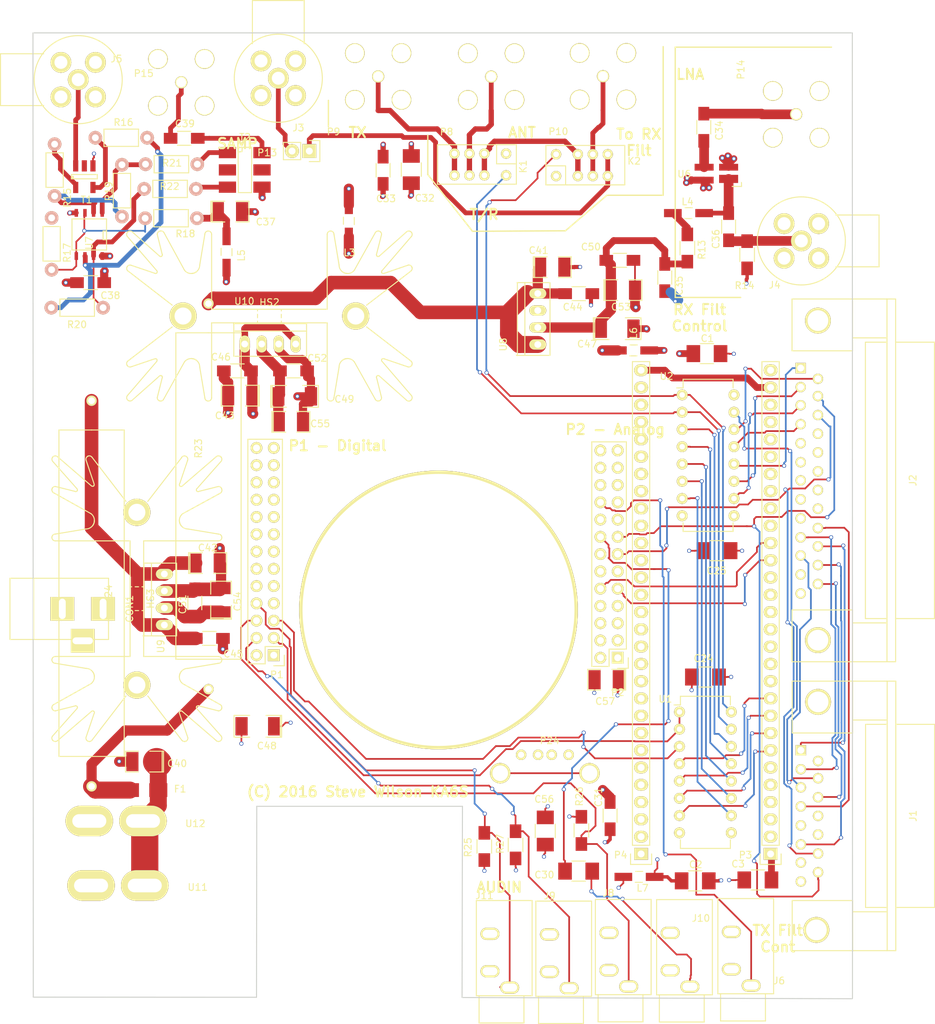
<source format=kicad_pcb>
(kicad_pcb (version 4) (host pcbnew 4.0.1-3.201512221401+6198~38~ubuntu15.10.1-stable)
  (layers (0 F.Cu signal) (1 In1.Cu power) (2 In2.Cu power hide) (31 B.Cu signal hide) (35 F.Paste user) (36 B.SilkS user) (37 F.SilkS user) (38 B.Mask user) (39 F.Mask user) (44 Edge.Cuts user))
  (net 0 "")
  (net 1 GND)
  (net 2 +12V)
  (net 3 /extern_conn/AUDIO_IN)
  (net 4 "Net-(C30-Pad2)")
  (net 5 /tr_switch/12V_Relay)
  (net 6 "Net-(C34-Pad1)")
  (net 7 "Net-(C34-Pad2)")
  (net 8 /lna/5V_LNA)
  (net 9 "Net-(C36-Pad1)")
  (net 10 "Net-(C36-Pad2)")
  (net 11 /mini_amp/AMP12V)
  (net 12 "Net-(C39-Pad1)")
  (net 13 "Net-(C39-Pad2)")
  (net 14 /ps/RP_5V)
  (net 15 /lvlshift/12V_LVL_IN)
  (net 16 "Net-(J3-Pad1)")
  (net 17 "Net-(J5-Pad1)")
  (net 18 /extern_conn/DASH)
  (net 19 /extern_conn/PTT_IN)
  (net 20 /extern_conn/DOT)
  (net 21 "Net-(K1-Pad2)")
  (net 22 "Net-(K1-Pad3)")
  (net 23 "Net-(K1-Pad4)")
  (net 24 /lvlshift/PTT_OUT_TX)
  (net 25 "Net-(K2-Pad3)")
  (net 26 "Net-(K2-Pad4)")
  (net 27 /lvlshift/PTT_OUT_RX)
  (net 28 "Net-(L4-Pad1)")
  (net 29 /filt_if/OUTA)
  (net 30 /filt_if/OUTB)
  (net 31 /filt_if/OUTC)
  (net 32 /filt_if/OUTD)
  (net 33 /lvlshift/PTT)
  (net 34 /lvlshift/ATTEN)
  (net 35 /filt_if/I2C_DATA)
  (net 36 /filt_if/I2C_CLOCK)
  (net 37 "Net-(R15-Pad1)")
  (net 38 "Net-(R15-Pad2)")
  (net 39 "Net-(R16-Pad1)")
  (net 40 "Net-(R16-Pad2)")
  (net 41 "Net-(R17-Pad1)")
  (net 42 "Net-(R19-Pad1)")
  (net 43 "Net-(R20-Pad1)")
  (net 44 "Net-(R21-Pad2)")
  (net 45 "Net-(R22-Pad1)")
  (net 46 "Net-(U1-Pad12)")
  (net 47 "Net-(U1-Pad13)")
  (net 48 /ps/+13.8VA)
  (net 49 /ps/+13.8VRA)
  (net 50 /ps/+13.8VRB)
  (net 51 /ps/+13.8VB)
  (net 52 /rp_conn/SWR_R)
  (net 53 /extern_conn/AUDIN)
  (net 54 "Net-(P24-Pad5)")
  (net 55 /filt_if/RP_3.3V)
  (net 56 /lvlshift/lpf40)
  (net 57 /lvlshift/lpf80)
  (net 58 /lvlshift/lpf20)
  (net 59 /lvlshift/lpf160)
  (net 60 /lvlshift/lpf15)
  (net 61 /lvlshift/CPTT)
  (net 62 /lvlshift/lpf10)
  (net 63 /rp_conn/SWR_F)
  (net 64 /lvlshift/CONB)
  (net 65 /lvlshift/CONC)
  (net 66 /lvlshift/COND)
  (net 67 /lvlshift/CONA)
  (net 68 /lvlshift/CATTN)
  (net 69 "Net-(U1-Pad10)")
  (net 70 "Net-(U1-Pad11)")
  (net 71 "Net-(U1-Pad14)")
  (net 72 /extern_conn/3P3V_AUD)
  (module Resistors_ThroughHole:Resistor_Horizontal_RM7mm (layer F.Cu) (at 62.15 46.265)
    (fp_text reference R21 (at 3.915 -0.17) (layer F.SilkS))
    (fp_text value 4R99)
    (pad 1 thru_hole circle (at 0 0) (size 1.99898 1.99898) (drill 1.00076) (layers *.Cu *.SilkS *.Mask) (net 42 "Net-(R19-Pad1)"))
    (pad 2 thru_hole circle (at 7.62 0) (size 1.99898 1.99898) (drill 1.00076) (layers *.Cu *.SilkS *.Mask) (net 44 "Net-(R21-Pad2)"))
  )
  (module Choke_SMD:Choke_SMD_1206_Handsoldering (layer F.Cu) (at 74.07 59.17376 270)
    (fp_text reference L5 (at 0.50124 -2.175 270) (layer F.SilkS))
    (fp_text value FB)
    (pad 1 smd rect (at -2.30124 0 270) (size 2.59842 1.19888) (layers F.Cu F.Paste F.Mask) (net 11 /mini_amp/AMP12V))
    (pad 2 smd rect (at 2.30124 0 270) (size 2.60096 1.19888) (layers F.Cu F.Paste F.Mask) (net 15 /lvlshift/12V_LVL_IN))
  )
  (module Pin_Headers:Pin_Header_Straight_2x13 (layer F.Cu) (at 81.0179 118.4597 180)
    (fp_text reference P1 (at -0.4521 -2.8703 180) (layer F.SilkS))
    (fp_text value CONN_02X13)
    (pad 1 thru_hole rect (at 0 0 180) (size 1.7272 1.7272) (drill 1.016) (layers *.Cu *.Mask F.SilkS) (net 55 /filt_if/RP_3.3V))
    (pad 2 thru_hole oval (at 2.54 0 180) (size 1.7272 1.7272) (drill 1.016) (layers *.Cu *.Mask F.SilkS) (net 55 /filt_if/RP_3.3V))
    (pad 3 thru_hole oval (at 0 2.54 180) (size 1.7272 1.7272) (drill 1.016) (layers *.Cu *.Mask F.SilkS) (net 33 /lvlshift/PTT))
    (pad 4 thru_hole oval (at 2.54 2.54 180) (size 1.7272 1.7272) (drill 1.016) (layers *.Cu *.Mask F.SilkS) (net 19 /extern_conn/PTT_IN))
    (pad 5 thru_hole oval (at 0 5.08 180) (size 1.7272 1.7272) (drill 1.016) (layers *.Cu *.Mask F.SilkS) (net 34 /lvlshift/ATTEN))
    (pad 6 thru_hole oval (at 2.54 5.08 180) (size 1.7272 1.7272) (drill 1.016) (layers *.Cu *.Mask F.SilkS) (net 18 /extern_conn/DASH))
    (pad 7 thru_hole oval (at 0 7.62 180) (size 1.7272 1.7272) (drill 1.016) (layers *.Cu *.Mask F.SilkS))
    (pad 8 thru_hole oval (at 2.54 7.62 180) (size 1.7272 1.7272) (drill 1.016) (layers *.Cu *.Mask F.SilkS) (net 20 /extern_conn/DOT))
    (pad 9 thru_hole oval (at 0 10.16 180) (size 1.7272 1.7272) (drill 1.016) (layers *.Cu *.Mask F.SilkS))
    (pad 10 thru_hole oval (at 2.54 10.16 180) (size 1.7272 1.7272) (drill 1.016) (layers *.Cu *.Mask F.SilkS))
    (pad 11 thru_hole oval (at 0 12.7 180) (size 1.7272 1.7272) (drill 1.016) (layers *.Cu *.Mask F.SilkS))
    (pad 12 thru_hole oval (at 2.54 12.7 180) (size 1.7272 1.7272) (drill 1.016) (layers *.Cu *.Mask F.SilkS))
    (pad 13 thru_hole oval (at 0 15.24 180) (size 1.7272 1.7272) (drill 1.016) (layers *.Cu *.Mask F.SilkS))
    (pad 14 thru_hole oval (at 2.54 15.24 180) (size 1.7272 1.7272) (drill 1.016) (layers *.Cu *.Mask F.SilkS))
    (pad 15 thru_hole oval (at 0 17.78 180) (size 1.7272 1.7272) (drill 1.016) (layers *.Cu *.Mask F.SilkS))
    (pad 16 thru_hole oval (at 2.54 17.78 180) (size 1.7272 1.7272) (drill 1.016) (layers *.Cu *.Mask F.SilkS))
    (pad 17 thru_hole oval (at 0 20.32 180) (size 1.7272 1.7272) (drill 1.016) (layers *.Cu *.Mask F.SilkS))
    (pad 18 thru_hole oval (at 2.54 20.32 180) (size 1.7272 1.7272) (drill 1.016) (layers *.Cu *.Mask F.SilkS))
    (pad 19 thru_hole oval (at 0 22.86 180) (size 1.7272 1.7272) (drill 1.016) (layers *.Cu *.Mask F.SilkS))
    (pad 20 thru_hole oval (at 2.54 22.86 180) (size 1.7272 1.7272) (drill 1.016) (layers *.Cu *.Mask F.SilkS))
    (pad 21 thru_hole oval (at 0 25.4 180) (size 1.7272 1.7272) (drill 1.016) (layers *.Cu *.Mask F.SilkS))
    (pad 22 thru_hole oval (at 2.54 25.4 180) (size 1.7272 1.7272) (drill 1.016) (layers *.Cu *.Mask F.SilkS))
    (pad 23 thru_hole oval (at 0 27.94 180) (size 1.7272 1.7272) (drill 1.016) (layers *.Cu *.Mask F.SilkS))
    (pad 24 thru_hole oval (at 2.54 27.94 180) (size 1.7272 1.7272) (drill 1.016) (layers *.Cu *.Mask F.SilkS))
    (pad 25 thru_hole oval (at 0 30.48 180) (size 1.7272 1.7272) (drill 1.016) (layers *.Cu *.Mask F.SilkS) (net 1 GND))
    (pad 26 thru_hole oval (at 2.54 30.48 180) (size 1.7272 1.7272) (drill 1.016) (layers *.Cu *.Mask F.SilkS) (net 1 GND))
  )
  (module Pin_Headers:Pin_Header_Straight_2x13 (layer F.Cu) (at 131.61216 118.83816 180)
    (fp_text reference P2 (at 0 -5.1 180) (layer F.SilkS))
    (fp_text value CONN_02X13)
    (pad 1 thru_hole rect (at 0 0 180) (size 1.7272 1.7272) (drill 1.016) (layers *.Cu *.Mask F.SilkS) (net 14 /ps/RP_5V))
    (pad 2 thru_hole oval (at 2.54 0 180) (size 1.7272 1.7272) (drill 1.016) (layers *.Cu *.Mask F.SilkS))
    (pad 3 thru_hole oval (at 0 2.54 180) (size 1.7272 1.7272) (drill 1.016) (layers *.Cu *.Mask F.SilkS))
    (pad 4 thru_hole oval (at 2.54 2.54 180) (size 1.7272 1.7272) (drill 1.016) (layers *.Cu *.Mask F.SilkS))
    (pad 5 thru_hole oval (at 0 5.08 180) (size 1.7272 1.7272) (drill 1.016) (layers *.Cu *.Mask F.SilkS))
    (pad 6 thru_hole oval (at 2.54 5.08 180) (size 1.7272 1.7272) (drill 1.016) (layers *.Cu *.Mask F.SilkS))
    (pad 7 thru_hole oval (at 0 7.62 180) (size 1.7272 1.7272) (drill 1.016) (layers *.Cu *.Mask F.SilkS))
    (pad 8 thru_hole oval (at 2.54 7.62 180) (size 1.7272 1.7272) (drill 1.016) (layers *.Cu *.Mask F.SilkS))
    (pad 9 thru_hole oval (at 0 10.16 180) (size 1.7272 1.7272) (drill 1.016) (layers *.Cu *.Mask F.SilkS) (net 36 /filt_if/I2C_CLOCK))
    (pad 10 thru_hole oval (at 2.54 10.16 180) (size 1.7272 1.7272) (drill 1.016) (layers *.Cu *.Mask F.SilkS) (net 35 /filt_if/I2C_DATA))
    (pad 11 thru_hole oval (at 0 12.7 180) (size 1.7272 1.7272) (drill 1.016) (layers *.Cu *.Mask F.SilkS))
    (pad 12 thru_hole oval (at 2.54 12.7 180) (size 1.7272 1.7272) (drill 1.016) (layers *.Cu *.Mask F.SilkS))
    (pad 13 thru_hole oval (at 0 15.24 180) (size 1.7272 1.7272) (drill 1.016) (layers *.Cu *.Mask F.SilkS) (net 63 /rp_conn/SWR_F))
    (pad 14 thru_hole oval (at 2.54 15.24 180) (size 1.7272 1.7272) (drill 1.016) (layers *.Cu *.Mask F.SilkS))
    (pad 15 thru_hole oval (at 0 17.78 180) (size 1.7272 1.7272) (drill 1.016) (layers *.Cu *.Mask F.SilkS) (net 52 /rp_conn/SWR_R))
    (pad 16 thru_hole oval (at 2.54 17.78 180) (size 1.7272 1.7272) (drill 1.016) (layers *.Cu *.Mask F.SilkS) (net 3 /extern_conn/AUDIO_IN))
    (pad 17 thru_hole oval (at 0 20.32 180) (size 1.7272 1.7272) (drill 1.016) (layers *.Cu *.Mask F.SilkS))
    (pad 18 thru_hole oval (at 2.54 20.32 180) (size 1.7272 1.7272) (drill 1.016) (layers *.Cu *.Mask F.SilkS))
    (pad 19 thru_hole oval (at 0 22.86 180) (size 1.7272 1.7272) (drill 1.016) (layers *.Cu *.Mask F.SilkS))
    (pad 20 thru_hole oval (at 2.54 22.86 180) (size 1.7272 1.7272) (drill 1.016) (layers *.Cu *.Mask F.SilkS) (net 53 /extern_conn/AUDIN))
    (pad 21 thru_hole oval (at 0 25.4 180) (size 1.7272 1.7272) (drill 1.016) (layers *.Cu *.Mask F.SilkS) (net 1 GND))
    (pad 22 thru_hole oval (at 2.54 25.4 180) (size 1.7272 1.7272) (drill 1.016) (layers *.Cu *.Mask F.SilkS) (net 1 GND))
    (pad 23 thru_hole oval (at 0 27.94 180) (size 1.7272 1.7272) (drill 1.016) (layers *.Cu *.Mask F.SilkS))
    (pad 24 thru_hole oval (at 2.54 27.94 180) (size 1.7272 1.7272) (drill 1.016) (layers *.Cu *.Mask F.SilkS))
    (pad 25 thru_hole oval (at 0 30.48 180) (size 1.7272 1.7272) (drill 1.016) (layers *.Cu *.Mask F.SilkS) (net 1 GND))
    (pad 26 thru_hole oval (at 2.54 30.48 180) (size 1.7272 1.7272) (drill 1.016) (layers *.Cu *.Mask F.SilkS) (net 1 GND))
  )
  (module SMD_Packages:SMD-1210_Pol (layer F.Cu) (at 121.983 61.4)
    (fp_text reference C41 (at -2.008 -2.46) (layer F.SilkS))
    (fp_text value 10uF)
    (pad 1 smd rect (at -1.778 0) (size 1.778 2.794) (layers F.Cu F.Paste F.Mask) (net 49 /ps/+13.8VRA))
    (pad 2 smd rect (at 1.778 0) (size 1.778 2.794) (layers F.Cu F.Paste F.Mask) (net 1 GND))
  )
  (module my_lib:TO-220_4pin_vertical (layer F.Cu) (at 119.855 72.775 90)
    (fp_text reference U8 (at 0 -5.08 90) (layer F.SilkS))
    (fp_text value KA278R05)
    (pad 2 thru_hole oval (at 2.5 0 180) (size 2.49936 1.50114) (drill 1.00076) (layers *.Cu *.Mask F.SilkS) (net 8 /lna/5V_LNA))
    (pad 1 thru_hole oval (at 0 0 180) (size 2.49936 1.50114) (drill 1.00076) (layers *.Cu *.Mask F.SilkS) (net 49 /ps/+13.8VRA))
    (pad 3 thru_hole oval (at 5 0 180) (size 2.49936 1.50114) (drill 1.00076) (layers *.Cu *.Mask F.SilkS) (net 1 GND))
    (pad 4 thru_hole oval (at 7.5 0 180) (size 2.49936 1.50114) (drill 1.00076) (layers *.Cu *.Mask F.SilkS) (net 49 /ps/+13.8VRA))
  )
  (module SMD_Packages:SMD-2010_Pol (layer F.Cu) (at 131.5297 70.45)
    (fp_text reference C47 (at -4.4297 2.25) (layer F.SilkS))
    (fp_text value 10uF)
    (pad 1 smd rect (at -2.4003 0) (size 1.80086 2.70002) (layers F.Cu F.Paste F.Mask) (net 8 /lna/5V_LNA))
    (pad 2 smd rect (at 2.4003 0) (size 1.80086 2.70002) (layers F.Cu F.Paste F.Mask) (net 1 GND))
  )
  (module Capacitors_SMD:C_1206_HandSoldering (layer F.Cu) (at 125.88 65.3)
    (fp_text reference C44 (at -0.89 1.97) (layer F.SilkS))
    (fp_text value 0.1uF)
    (pad 1 smd rect (at -2 0) (size 2 1.6) (layers F.Cu F.Paste F.Mask) (net 49 /ps/+13.8VRA))
    (pad 2 smd rect (at 2 0) (size 2 1.6) (layers F.Cu F.Paste F.Mask) (net 1 GND))
  )
  (module Resistors_SMD:R_1206_HandSoldering (layer F.Cu) (at 141.855 58.59 90)
    (fp_text reference R13 (at -0.255 2.135 90) (layer F.SilkS))
    (fp_text value 75)
    (pad 1 smd rect (at -2 0 90) (size 2 1.7) (layers F.Cu F.Paste F.Mask) (net 8 /lna/5V_LNA))
    (pad 2 smd rect (at 2 0 90) (size 2 1.7) (layers F.Cu F.Paste F.Mask) (net 28 "Net-(L4-Pad1)"))
  )
  (module Capacitors_SMD:C_1206_HandSoldering (layer F.Cu) (at 131.93 60.4)
    (fp_text reference C50 (at -4.265 -1.98) (layer F.SilkS))
    (fp_text value 0.1uF)
    (pad 1 smd rect (at -2 0) (size 2 1.6) (layers F.Cu F.Paste F.Mask) (net 8 /lna/5V_LNA))
    (pad 2 smd rect (at 2 0) (size 2 1.6) (layers F.Cu F.Paste F.Mask) (net 1 GND))
  )
  (module SMD_Packages:SMD-1210_Pol (layer F.Cu) (at 132.377 64.775)
    (fp_text reference C53 (at -0.282 2.485 180) (layer F.SilkS))
    (fp_text value 100uF)
    (pad 1 smd rect (at -1.778 0) (size 1.778 2.794) (layers F.Cu F.Paste F.Mask) (net 8 /lna/5V_LNA))
    (pad 2 smd rect (at 1.778 0) (size 1.778 2.794) (layers F.Cu F.Paste F.Mask) (net 1 GND))
  )
  (module Capacitors_SMD:C_1206_HandSoldering (layer F.Cu) (at 138.535 62.93 270)
    (fp_text reference C35 (at 1.205 -2.125 450) (layer F.SilkS))
    (fp_text value 0.1uF)
    (pad 1 smd rect (at -2 0 270) (size 2 1.6) (layers F.Cu F.Paste F.Mask) (net 8 /lna/5V_LNA))
    (pad 2 smd rect (at 2 0 270) (size 2 1.6) (layers F.Cu F.Paste F.Mask) (net 1 GND))
  )
  (module my_lib:RF_RELAY (layer F.Cu) (at 115.2 44.705 180)
    (fp_text reference K1 (at -2.5 -1.9 270) (layer F.SilkS))
    (fp_text value RELAY_RF)
    (pad 1 thru_hole circle (at 0 0 180) (size 1.524 1.524) (drill 0.85) (layers *.Cu *.Mask F.SilkS) (net 5 /tr_switch/12V_Relay))
    (pad 2 thru_hole circle (at 3.2 0 180) (size 1.524 1.524) (drill 0.85) (layers *.Cu *.Mask F.SilkS) (net 21 "Net-(K1-Pad2)"))
    (pad 3 thru_hole circle (at 5.4 0 180) (size 1.524 1.524) (drill 0.85) (layers *.Cu *.Mask F.SilkS) (net 22 "Net-(K1-Pad3)"))
    (pad 4 thru_hole circle (at 7.6 0 180) (size 1.524 1.524) (drill 0.85) (layers *.Cu *.Mask F.SilkS) (net 23 "Net-(K1-Pad4)"))
    (pad 8 thru_hole circle (at 0 -3.2 180) (size 1.524 1.524) (drill 0.85) (layers *.Cu *.Mask F.SilkS) (net 24 /lvlshift/PTT_OUT_TX))
    (pad 7 thru_hole circle (at 3.2 -3.2 180) (size 1.524 1.524) (drill 0.85) (layers *.Cu *.Mask F.SilkS) (net 21 "Net-(K1-Pad2)"))
    (pad 6 thru_hole circle (at 5.4 -3.2 180) (size 1.524 1.524) (drill 0.85) (layers *.Cu *.Mask F.SilkS) (net 22 "Net-(K1-Pad3)"))
    (pad 5 thru_hole circle (at 7.6 -3.2 180) (size 1.524 1.524) (drill 0.85) (layers *.Cu *.Mask F.SilkS) (net 23 "Net-(K1-Pad4)"))
  )
  (module Capacitors_SMD:C_1210_HandSoldering (layer F.Cu) (at 144.74 74.115)
    (fp_text reference C1 (at 0.06 -2.23 180) (layer F.SilkS))
    (fp_text value 100uF)
    (pad 1 smd rect (at -2 0) (size 2 2.5) (layers F.Cu F.Paste F.Mask) (net 2 +12V))
    (pad 2 smd rect (at 2 0) (size 2 2.5) (layers F.Cu F.Paste F.Mask) (net 1 GND))
  )
  (module Choke_SMD:Choke_SMD_1206_Handsoldering (layer F.Cu) (at 142.02376 53.455)
    (fp_text reference L4 (at -0.14376 -1.675) (layer F.SilkS))
    (fp_text value FB)
    (pad 1 smd rect (at -2.30124 0) (size 2.59842 1.19888) (layers F.Cu F.Paste F.Mask) (net 28 "Net-(L4-Pad1)"))
    (pad 2 smd rect (at 2.30124 0) (size 2.60096 1.19888) (layers F.Cu F.Paste F.Mask) (net 9 "Net-(C36-Pad1)"))
  )
  (module my_lib:BNC_VERTICAL (layer F.Cu) (at 113.005 33.385)
    (fp_text reference P8 (at -6.57 8.13) (layer F.SilkS))
    (fp_text value BNC)
    (pad 1 thru_hole circle (at 0 0) (size 1.8 1.8) (drill 1.45) (layers *.Cu *.Mask F.SilkS) (net 22 "Net-(K1-Pad3)"))
    (pad 2 thru_hole circle (at 3.43 3.43) (size 2.88 2.88) (drill 2.6) (layers *.Cu *.Mask F.SilkS) (net 1 GND))
    (pad 2 thru_hole circle (at -3.43 3.43) (size 2.88 2.88) (drill 2.6) (layers *.Cu *.Mask F.SilkS) (net 1 GND))
    (pad 2 thru_hole circle (at -3.43 -3.43) (size 2.88 2.88) (drill 2.6) (layers *.Cu *.Mask F.SilkS) (net 1 GND))
    (pad 2 thru_hole circle (at 3.43 -3.43) (size 2.88 2.88) (drill 2.6) (layers *.Cu *.Mask F.SilkS) (net 1 GND))
  )
  (module TO_SOT_Packages_SMD:SOT-143_Handsoldering (layer F.Cu) (at 146.12414 47.65496 90)
    (fp_text reference U6 (at -0.06096 -4.72948 180) (layer F.SilkS))
    (fp_text value MAX2611)
    (pad 1 smd rect (at -0.76962 1.80086 90) (size 1.19888 2.79908) (layers F.Cu F.Paste F.Mask) (net 9 "Net-(C36-Pad1)"))
    (pad 2 smd rect (at 0.94996 1.80086 90) (size 1.00076 2.79908) (layers F.Cu F.Paste F.Mask) (net 1 GND))
    (pad 3 smd rect (at 0.94996 -1.80086 90) (size 1.00076 2.79908) (layers F.Cu F.Paste F.Mask) (net 7 "Net-(C34-Pad2)"))
    (pad 4 smd trapezoid (at -0.94996 -1.80086 90) (size 1.00076 2.79908) (layers F.Cu F.Paste F.Mask) (net 1 GND))
  )
  (module my_lib:BNC_VERTICAL (layer F.Cu) (at 129.45 33.33)
    (fp_text reference P10 (at -6.57 8.13) (layer F.SilkS))
    (fp_text value BNC)
    (pad 1 thru_hole circle (at 0 0) (size 1.8 1.8) (drill 1.45) (layers *.Cu *.Mask F.SilkS) (net 25 "Net-(K2-Pad3)"))
    (pad 2 thru_hole circle (at 3.43 3.43) (size 2.88 2.88) (drill 2.6) (layers *.Cu *.Mask F.SilkS) (net 1 GND))
    (pad 2 thru_hole circle (at -3.43 3.43) (size 2.88 2.88) (drill 2.6) (layers *.Cu *.Mask F.SilkS) (net 1 GND))
    (pad 2 thru_hole circle (at -3.43 -3.43) (size 2.88 2.88) (drill 2.6) (layers *.Cu *.Mask F.SilkS) (net 1 GND))
    (pad 2 thru_hole circle (at 3.43 -3.43) (size 2.88 2.88) (drill 2.6) (layers *.Cu *.Mask F.SilkS) (net 1 GND))
  )
  (module my_lib:RF_RELAY (layer F.Cu) (at 122.55 48.005)
    (fp_text reference K2 (at 11.475 -2.2 180) (layer F.SilkS))
    (fp_text value RELAY_RF)
    (pad 1 thru_hole circle (at 0 0) (size 1.524 1.524) (drill 0.85) (layers *.Cu *.Mask F.SilkS) (net 5 /tr_switch/12V_Relay))
    (pad 2 thru_hole circle (at 3.2 0) (size 1.524 1.524) (drill 0.85) (layers *.Cu *.Mask F.SilkS) (net 21 "Net-(K1-Pad2)"))
    (pad 3 thru_hole circle (at 5.4 0) (size 1.524 1.524) (drill 0.85) (layers *.Cu *.Mask F.SilkS) (net 25 "Net-(K2-Pad3)"))
    (pad 4 thru_hole circle (at 7.6 0) (size 1.524 1.524) (drill 0.85) (layers *.Cu *.Mask F.SilkS) (net 26 "Net-(K2-Pad4)"))
    (pad 8 thru_hole circle (at 0 -3.2) (size 1.524 1.524) (drill 0.85) (layers *.Cu *.Mask F.SilkS) (net 27 /lvlshift/PTT_OUT_RX))
    (pad 7 thru_hole circle (at 3.2 -3.2) (size 1.524 1.524) (drill 0.85) (layers *.Cu *.Mask F.SilkS) (net 21 "Net-(K1-Pad2)"))
    (pad 6 thru_hole circle (at 5.4 -3.2) (size 1.524 1.524) (drill 0.85) (layers *.Cu *.Mask F.SilkS) (net 25 "Net-(K2-Pad3)"))
    (pad 5 thru_hole circle (at 7.6 -3.2) (size 1.524 1.524) (drill 0.85) (layers *.Cu *.Mask F.SilkS) (net 26 "Net-(K2-Pad4)"))
  )
  (module Capacitors_SMD:C_1206_HandSoldering (layer F.Cu) (at 147.925 55.455 270)
    (fp_text reference C36 (at 1.815 1.865 450) (layer F.SilkS))
    (fp_text value 0.1uF)
    (pad 1 smd rect (at -2 0 270) (size 2 1.6) (layers F.Cu F.Paste F.Mask) (net 9 "Net-(C36-Pad1)"))
    (pad 2 smd rect (at 2 0 270) (size 2 1.6) (layers F.Cu F.Paste F.Mask) (net 10 "Net-(C36-Pad2)"))
  )
  (module minicircuits:SMA_F_RA (layer F.Cu) (at 158.626227 57.543329)
    (fp_text reference J4 (at -3.926227 6.486671) (layer F.SilkS))
    (fp_text value SMA)
    (pad 1 thru_hole circle (at 0 0) (size 3.048 3.048) (drill 1.905) (layers *.Cu *.Mask F.SilkS) (net 10 "Net-(C36-Pad2)"))
    (pad 2 thru_hole circle (at 2.54 -2.54) (size 3.048 3.048) (drill 1.905) (layers *.Cu *.Mask F.SilkS) (net 1 GND))
    (pad 3 thru_hole circle (at 2.54 2.54) (size 3.048 3.048) (drill 1.905) (layers *.Cu *.Mask F.SilkS) (net 1 GND))
    (pad 4 thru_hole circle (at -2.54 2.54) (size 3.048 3.048) (drill 1.905) (layers *.Cu *.Mask F.SilkS) (net 1 GND))
    (pad 5 thru_hole circle (at -2.54 -2.54) (size 3.048 3.048) (drill 1.905) (layers *.Cu *.Mask F.SilkS) (net 1 GND))
  )
  (module Resistors_SMD:R_1206_HandSoldering (layer F.Cu) (at 150.65 59.58 270)
    (fp_text reference R14 (at 4.525 0.375 360) (layer F.SilkS))
    (fp_text value 50)
    (pad 1 smd rect (at -2 0 270) (size 2 1.7) (layers F.Cu F.Paste F.Mask) (net 10 "Net-(C36-Pad2)"))
    (pad 2 smd rect (at 2 0 270) (size 2 1.7) (layers F.Cu F.Paste F.Mask) (net 1 GND))
  )
  (module my_lib:BNC_VERTICAL (layer F.Cu) (at 157.8616 38.92968 270)
    (fp_text reference P14 (at -6.57 8.13 270) (layer F.SilkS))
    (fp_text value BNC)
    (pad 1 thru_hole circle (at 0 0 270) (size 1.8 1.8) (drill 1.45) (layers *.Cu *.Mask F.SilkS) (net 6 "Net-(C34-Pad1)"))
    (pad 2 thru_hole circle (at 3.43 3.43 270) (size 2.88 2.88) (drill 2.6) (layers *.Cu *.Mask F.SilkS) (net 1 GND))
    (pad 2 thru_hole circle (at -3.43 3.43 270) (size 2.88 2.88) (drill 2.6) (layers *.Cu *.Mask F.SilkS) (net 1 GND))
    (pad 2 thru_hole circle (at -3.43 -3.43 270) (size 2.88 2.88) (drill 2.6) (layers *.Cu *.Mask F.SilkS) (net 1 GND))
    (pad 2 thru_hole circle (at 3.43 -3.43 270) (size 2.88 2.88) (drill 2.6) (layers *.Cu *.Mask F.SilkS) (net 1 GND))
  )
  (module Capacitors_SMD:C_1206_HandSoldering (layer F.Cu) (at 144.275 40.83 270)
    (fp_text reference C34 (at 0.475 -2.275 450) (layer F.SilkS))
    (fp_text value 0.1uF)
    (pad 1 smd rect (at -2 0 270) (size 2 1.6) (layers F.Cu F.Paste F.Mask) (net 6 "Net-(C34-Pad1)"))
    (pad 2 smd rect (at 2 0 270) (size 2 1.6) (layers F.Cu F.Paste F.Mask) (net 7 "Net-(C34-Pad2)"))
  )
  (module Capacitors_SMD:C_1210_HandSoldering (layer F.Cu) (at 101.25 47.055 270)
    (fp_text reference C32 (at 4.2 -1.975 360) (layer F.SilkS))
    (fp_text value 1uF)
    (pad 1 smd rect (at -2 0 270) (size 2 2.5) (layers F.Cu F.Paste F.Mask) (net 5 /tr_switch/12V_Relay))
    (pad 2 smd rect (at 2 0 270) (size 2 2.5) (layers F.Cu F.Paste F.Mask) (net 1 GND))
  )
  (module Choke_SMD:Choke_SMD_1206_Handsoldering (layer F.Cu) (at 133.93624 73.645)
    (fp_text reference L6 (at 0 -2.54 90) (layer F.SilkS))
    (fp_text value FB)
    (pad 1 smd rect (at -2.30124 0) (size 2.59842 1.19888) (layers F.Cu F.Paste F.Mask) (net 15 /lvlshift/12V_LVL_IN))
    (pad 2 smd rect (at 2.30124 0) (size 2.60096 1.19888) (layers F.Cu F.Paste F.Mask) (net 2 +12V))
  )
  (module Choke_SMD:Choke_SMD_1206_Handsoldering (layer F.Cu) (at 92.06 54.59876 270)
    (fp_text reference L3 (at 4.67624 -0.1 360) (layer F.SilkS))
    (fp_text value FB)
    (pad 1 smd rect (at -2.30124 0 270) (size 2.59842 1.19888) (layers F.Cu F.Paste F.Mask) (net 5 /tr_switch/12V_Relay))
    (pad 2 smd rect (at 2.30124 0 270) (size 2.60096 1.19888) (layers F.Cu F.Paste F.Mask) (net 15 /lvlshift/12V_LVL_IN))
  )
  (module my_lib:BNC_VERTICAL (layer F.Cu) (at 96.375 33.365)
    (fp_text reference P9 (at -6.57 8.13) (layer F.SilkS))
    (fp_text value BNC)
    (pad 1 thru_hole circle (at 0 0) (size 1.8 1.8) (drill 1.45) (layers *.Cu *.Mask F.SilkS) (net 23 "Net-(K1-Pad4)"))
    (pad 2 thru_hole circle (at 3.43 3.43) (size 2.88 2.88) (drill 2.6) (layers *.Cu *.Mask F.SilkS) (net 1 GND))
    (pad 2 thru_hole circle (at -3.43 3.43) (size 2.88 2.88) (drill 2.6) (layers *.Cu *.Mask F.SilkS) (net 1 GND))
    (pad 2 thru_hole circle (at -3.43 -3.43) (size 2.88 2.88) (drill 2.6) (layers *.Cu *.Mask F.SilkS) (net 1 GND))
    (pad 2 thru_hole circle (at 3.43 -3.43) (size 2.88 2.88) (drill 2.6) (layers *.Cu *.Mask F.SilkS) (net 1 GND))
  )
  (module Capacitors_SMD:C_1206_HandSoldering (layer F.Cu) (at 97.1 47.155 270)
    (fp_text reference C33 (at 4.175 -0.425 360) (layer F.SilkS))
    (fp_text value 0.1uF)
    (pad 1 smd rect (at -2 0 270) (size 2 1.6) (layers F.Cu F.Paste F.Mask) (net 5 /tr_switch/12V_Relay))
    (pad 2 smd rect (at 2 0 270) (size 2 1.6) (layers F.Cu F.Paste F.Mask) (net 1 GND))
  )
  (module minicircuits:SMA_F_RA (layer F.Cu) (at 81.685 33.625 90)
    (fp_text reference J3 (at -7.29 2.96 180) (layer F.SilkS))
    (fp_text value SMA)
    (pad 1 thru_hole circle (at 0 0 90) (size 3.048 3.048) (drill 1.905) (layers *.Cu *.Mask F.SilkS) (net 16 "Net-(J3-Pad1)"))
    (pad 2 thru_hole circle (at 2.54 -2.54 90) (size 3.048 3.048) (drill 1.905) (layers *.Cu *.Mask F.SilkS) (net 1 GND))
    (pad 3 thru_hole circle (at 2.54 2.54 90) (size 3.048 3.048) (drill 1.905) (layers *.Cu *.Mask F.SilkS) (net 1 GND))
    (pad 4 thru_hole circle (at -2.54 2.54 90) (size 3.048 3.048) (drill 1.905) (layers *.Cu *.Mask F.SilkS) (net 1 GND))
    (pad 5 thru_hole circle (at -2.54 -2.54 90) (size 3.048 3.048) (drill 1.905) (layers *.Cu *.Mask F.SilkS) (net 1 GND))
  )
  (module Pin_Headers:Pin_Header_Straight_1x02 (layer F.Cu) (at 86.245 44.33 270)
    (fp_text reference P13 (at 0.25 6.19 360) (layer F.SilkS))
    (fp_text value CONN_01X02)
    (pad 1 thru_hole rect (at 0 0 270) (size 2.032 2.032) (drill 1.016) (layers *.Cu *.Mask F.SilkS) (net 26 "Net-(K2-Pad4)"))
    (pad 2 thru_hole oval (at 0 2.54 270) (size 2.032 2.032) (drill 1.016) (layers *.Cu *.Mask F.SilkS) (net 16 "Net-(J3-Pad1)"))
  )
  (module my_lib:BNC_VERTICAL (layer F.Cu) (at 67.41 34.23)
    (fp_text reference P15 (at -5.52 -1.315) (layer F.SilkS))
    (fp_text value BNC)
    (pad 1 thru_hole circle (at 0 0) (size 1.8 1.8) (drill 1.45) (layers *.Cu *.Mask F.SilkS) (net 12 "Net-(C39-Pad1)"))
    (pad 2 thru_hole circle (at 3.43 3.43) (size 2.88 2.88) (drill 2.6) (layers *.Cu *.Mask F.SilkS) (net 1 GND))
    (pad 2 thru_hole circle (at -3.43 3.43) (size 2.88 2.88) (drill 2.6) (layers *.Cu *.Mask F.SilkS) (net 1 GND))
    (pad 2 thru_hole circle (at -3.43 -3.43) (size 2.88 2.88) (drill 2.6) (layers *.Cu *.Mask F.SilkS) (net 1 GND))
    (pad 2 thru_hole circle (at 3.43 -3.43) (size 2.88 2.88) (drill 2.6) (layers *.Cu *.Mask F.SilkS) (net 1 GND))
  )
  (module Capacitors_SMD:C_1206_HandSoldering (layer F.Cu) (at 67.84 42.455)
    (fp_text reference C39 (at 0.11 -2.15) (layer F.SilkS))
    (fp_text value 0.1uF)
    (pad 1 smd rect (at -2 0) (size 2 1.6) (layers F.Cu F.Paste F.Mask) (net 12 "Net-(C39-Pad1)"))
    (pad 2 smd rect (at 2 0) (size 2 1.6) (layers F.Cu F.Paste F.Mask) (net 13 "Net-(C39-Pad2)"))
  )
  (module SMD_Packages:SMD-1210_Pol (layer F.Cu) (at 74.573 53.235)
    (fp_text reference C37 (at 5.267 1.51) (layer F.SilkS))
    (fp_text value 10uF)
    (pad 1 smd rect (at -1.778 0) (size 1.778 2.794) (layers F.Cu F.Paste F.Mask) (net 11 /mini_amp/AMP12V))
    (pad 2 smd rect (at 1.778 0) (size 1.778 2.794) (layers F.Cu F.Paste F.Mask) (net 1 GND))
  )
  (module Capacitors_SMD:C_1206_HandSoldering (layer F.Cu) (at 54.075 63.68 180)
    (fp_text reference C38 (at -2.905 -1.895 180) (layer F.SilkS))
    (fp_text value 0.1uF)
    (pad 1 smd rect (at -2 0 180) (size 2 1.6) (layers F.Cu F.Paste F.Mask) (net 11 /mini_amp/AMP12V))
    (pad 2 smd rect (at 2 0 180) (size 2 1.6) (layers F.Cu F.Paste F.Mask) (net 1 GND))
  )
  (module minicircuits:ADT1.5-1 (layer F.Cu) (at 74.205 44.56 270)
    (fp_text reference T2 (at -2.27 -2.59 360) (layer F.SilkS))
    (fp_text value ADT1.5-1)
    (pad 1 smd rect (at 0 0 270) (size 1.65 2.54) (layers F.Cu F.Paste F.Mask) (net 44 "Net-(R21-Pad2)"))
    (pad 6 smd rect (at 0 -5.08 270) (size 1.65 2.54) (layers F.Cu F.Paste F.Mask) (net 13 "Net-(C39-Pad2)"))
    (pad 2 smd rect (at 2.54 0 270) (size 1.65 2.54) (layers F.Cu F.Paste F.Mask))
    (pad 3 smd rect (at 5.08 0 270) (size 1.65 2.54) (layers F.Cu F.Paste F.Mask) (net 45 "Net-(R22-Pad1)"))
    (pad 4 smd rect (at 5.08 -5.08 270) (size 1.65 2.54) (layers F.Cu F.Paste F.Mask) (net 1 GND))
    (pad 5 smd rect (at 2.54 -5.08 270) (size 1.65 2.54) (layers F.Cu F.Paste F.Mask))
  )
  (module Resistors_ThroughHole:Resistor_Horizontal_RM7mm (layer F.Cu) (at 69.72 54.21 180)
    (fp_text reference R18 (at 1.705 -2.28 360) (layer F.SilkS))
    (fp_text value 1K)
    (pad 1 thru_hole circle (at 0 0 180) (size 1.99898 1.99898) (drill 1.00076) (layers *.Cu *.SilkS *.Mask) (net 11 /mini_amp/AMP12V))
    (pad 2 thru_hole circle (at 7.62 0 180) (size 1.99898 1.99898) (drill 1.00076) (layers *.Cu *.SilkS *.Mask) (net 41 "Net-(R17-Pad1)"))
  )
  (module Resistors_ThroughHole:Resistor_Horizontal_RM7mm (layer F.Cu) (at 69.575 49.895 180)
    (fp_text reference R22 (at 3.885 0.365 180) (layer F.SilkS))
    (fp_text value 4R99)
    (pad 1 thru_hole circle (at 0 0 180) (size 1.99898 1.99898) (drill 1.00076) (layers *.Cu *.SilkS *.Mask) (net 45 "Net-(R22-Pad1)"))
    (pad 2 thru_hole circle (at 7.62 0 180) (size 1.99898 1.99898) (drill 1.00076) (layers *.Cu *.SilkS *.Mask) (net 43 "Net-(R20-Pad1)"))
  )
  (module Capacitors_SMD:C_1206_HandSoldering (layer F.Cu) (at 71.545 115.99)
    (fp_text reference C45 (at 3.525 2.295 180) (layer F.SilkS))
    (fp_text value 0.1uF)
    (pad 1 smd rect (at -2 0) (size 2 1.6) (layers F.Cu F.Paste F.Mask) (net 50 /ps/+13.8VRB))
    (pad 2 smd rect (at 2 0) (size 2 1.6) (layers F.Cu F.Paste F.Mask) (net 1 GND))
  )
  (module Heatsinks:Heatsink_Fischer_SK129-STS_42x25mm_2xDrill2.5mm (layer F.Cu) (at 60.88 110.15 270)
    (fp_text reference HS3 (at 0 -2 270) (layer F.SilkS))
    (fp_text value HEATSINK)
    (pad 1 thru_hole circle (at -12.7 0 270) (size 4 4) (drill 2.5) (layers *.Cu *.Mask F.SilkS))
    (pad 1 thru_hole circle (at 12.7 0 270) (size 4 4) (drill 2.5) (layers *.Cu *.Mask F.SilkS))
  )
  (module SMD_Packages:SMD-1210_Pol (layer F.Cu) (at 71.288 104.915)
    (fp_text reference C42 (at 0.027 -2.245 180) (layer F.SilkS))
    (fp_text value 10uF)
    (pad 1 smd rect (at -1.778 0) (size 1.778 2.794) (layers F.Cu F.Paste F.Mask) (net 50 /ps/+13.8VRB))
    (pad 2 smd rect (at 1.778 0) (size 1.778 2.794) (layers F.Cu F.Paste F.Mask) (net 1 GND))
  )
  (module my_lib:TO-220_4pin_vertical (layer F.Cu) (at 64.925 114.02 90)
    (fp_text reference U9 (at -3.13 -0.52 90) (layer F.SilkS))
    (fp_text value KA278R05)
    (pad 2 thru_hole oval (at 2.5 0 180) (size 2.49936 1.50114) (drill 1.00076) (layers *.Cu *.Mask F.SilkS) (net 14 /ps/RP_5V))
    (pad 1 thru_hole oval (at 0 0 180) (size 2.49936 1.50114) (drill 1.00076) (layers *.Cu *.Mask F.SilkS) (net 50 /ps/+13.8VRB))
    (pad 3 thru_hole oval (at 5 0 180) (size 2.49936 1.50114) (drill 1.00076) (layers *.Cu *.Mask F.SilkS) (net 1 GND))
    (pad 4 thru_hole oval (at 7.5 0 180) (size 2.49936 1.50114) (drill 1.00076) (layers *.Cu *.Mask F.SilkS) (net 50 /ps/+13.8VRB))
  )
  (module SMD_Packages:SMD-2010_Pol (layer F.Cu) (at 84.0847 80.4)
    (fp_text reference C49 (at 7.3103 0.415 180) (layer F.SilkS))
    (fp_text value 10uF)
    (pad 1 smd rect (at -2.4003 0) (size 1.80086 2.70002) (layers F.Cu F.Paste F.Mask) (net 15 /lvlshift/12V_LVL_IN))
    (pad 2 smd rect (at 2.4003 0) (size 1.80086 2.70002) (layers F.Cu F.Paste F.Mask) (net 1 GND))
  )
  (module my_lib:RA_POWER_POLE (layer F.Cu) (at 54.14 152.325 270)
    (fp_text reference U11 (at 0.26 -15.69 540) (layer F.SilkS))
    (fp_text value PwrPole)
    (pad 1 thru_hole oval (at 0 0 270) (size 4.5 7) (drill oval 2 5) (layers *.Cu *.Mask F.SilkS) (net 1 GND))
    (pad 2 thru_hole oval (at 0 -7.9 270) (size 4.5 7) (drill oval 2 5) (layers *.Cu *.Mask F.SilkS) (net 48 /ps/+13.8VA))
  )
  (module SMD_Packages:SMD-1210_Pol (layer F.Cu) (at 83.537 84.15)
    (fp_text reference C55 (at 4.303 0.275 180) (layer F.SilkS))
    (fp_text value 100uF)
    (pad 1 smd rect (at -1.778 0) (size 1.778 2.794) (layers F.Cu F.Paste F.Mask) (net 15 /lvlshift/12V_LVL_IN))
    (pad 2 smd rect (at 1.778 0) (size 1.778 2.794) (layers F.Cu F.Paste F.Mask) (net 1 GND))
  )
  (module SMD_Packages:SMD-1210_Pol (layer F.Cu) (at 76.092 80.3 180)
    (fp_text reference C43 (at 2.272 -2.94 180) (layer F.SilkS))
    (fp_text value 10uF)
    (pad 1 smd rect (at -1.778 0 180) (size 1.778 2.794) (layers F.Cu F.Paste F.Mask) (net 51 /ps/+13.8VB))
    (pad 2 smd rect (at 1.778 0 180) (size 1.778 2.794) (layers F.Cu F.Paste F.Mask) (net 1 GND))
  )
  (module Heatsinks:Heatsink_Fischer_SK129-STS_42x25mm_2xDrill2.5mm (layer F.Cu) (at 80.375 68.59)
    (fp_text reference HS2 (at 0 -2) (layer F.SilkS))
    (fp_text value HEATSINK)
    (pad 1 thru_hole circle (at -12.7 0) (size 4 4) (drill 2.5) (layers *.Cu *.Mask F.SilkS))
    (pad 1 thru_hole circle (at 12.7 0) (size 4 4) (drill 2.5) (layers *.Cu *.Mask F.SilkS))
  )
  (module my_lib:RA_POWER_POLE (layer F.Cu) (at 53.88 142.835 270)
    (fp_text reference U12 (at 0.385 -15.595 360) (layer F.SilkS))
    (fp_text value PwrPole)
    (pad 1 thru_hole oval (at 0 0 270) (size 4.5 7) (drill oval 2 5) (layers *.Cu *.Mask F.SilkS) (net 1 GND))
    (pad 2 thru_hole oval (at 0 -7.9 270) (size 4.5 7) (drill oval 2 5) (layers *.Cu *.Mask F.SilkS) (net 48 /ps/+13.8VA))
  )
  (module my_lib:RES_10W (layer F.Cu) (at 71.415 95.055 270)
    (fp_text reference R23 (at -6.995 1.475 270) (layer F.SilkS))
    (fp_text value 2R2)
    (pad 1 thru_hole circle (at -28.3 0 270) (size 1.524 1.524) (drill 1) (layers *.Cu *.Mask F.SilkS) (net 49 /ps/+13.8VRA))
    (pad 2 thru_hole circle (at 28.4 0 270) (size 1.524 1.524) (drill 1) (layers *.Cu *.Mask F.SilkS) (net 51 /ps/+13.8VB))
  )
  (module SMD_Packages:SMD-1210_Pol (layer F.Cu) (at 129.988 122.065 180)
    (fp_text reference C57 (at 0.218 -3.18 180) (layer F.SilkS))
    (fp_text value 100uF)
    (pad 1 smd rect (at -1.778 0 180) (size 1.778 2.794) (layers F.Cu F.Paste F.Mask) (net 14 /ps/RP_5V))
    (pad 2 smd rect (at 1.778 0 180) (size 1.778 2.794) (layers F.Cu F.Paste F.Mask) (net 1 GND))
  )
  (module Capacitors_SMD:C_1206_HandSoldering (layer F.Cu) (at 69.405 110.78 90)
    (fp_text reference C51 (at -0.19 -1.795 270) (layer F.SilkS))
    (fp_text value 0.1uF)
    (pad 1 smd rect (at -2 0 90) (size 2 1.6) (layers F.Cu F.Paste F.Mask) (net 14 /ps/RP_5V))
    (pad 2 smd rect (at 2 0 90) (size 2 1.6) (layers F.Cu F.Paste F.Mask) (net 1 GND))
  )
  (module my_lib:TO-220_4pin_vertical (layer F.Cu) (at 76.74 72.705)
    (fp_text reference U10 (at -0.05171 -6.292872) (layer F.SilkS))
    (fp_text value KA278R12)
    (pad 2 thru_hole oval (at 2.5 0 90) (size 2.49936 1.50114) (drill 1.00076) (layers *.Cu *.Mask F.SilkS) (net 15 /lvlshift/12V_LVL_IN))
    (pad 1 thru_hole oval (at 0 0 90) (size 2.49936 1.50114) (drill 1.00076) (layers *.Cu *.Mask F.SilkS) (net 51 /ps/+13.8VB))
    (pad 3 thru_hole oval (at 5 0 90) (size 2.49936 1.50114) (drill 1.00076) (layers *.Cu *.Mask F.SilkS) (net 1 GND))
    (pad 4 thru_hole oval (at 7.5 0 90) (size 2.49936 1.50114) (drill 1.00076) (layers *.Cu *.Mask F.SilkS) (net 51 /ps/+13.8VB))
  )
  (module Resistors_SMD:R_1206_HandSoldering (layer F.Cu) (at 116.585 146.345 90)
    (fp_text reference R27 (at 0.14 -2.27 270) (layer F.SilkS))
    (fp_text value 4.7K)
    (pad 1 smd rect (at -2 0 90) (size 2 1.7) (layers F.Cu F.Paste F.Mask) (net 72 /extern_conn/3P3V_AUD))
    (pad 2 smd rect (at 2 0 90) (size 2 1.7) (layers F.Cu F.Paste F.Mask) (net 19 /extern_conn/PTT_IN))
  )
  (module Resistors_SMD:R_1206_HandSoldering (layer F.Cu) (at 111.99 146.585 90)
    (fp_text reference R25 (at -0.13 -2.4 90) (layer F.SilkS))
    (fp_text value 4.7K)
    (pad 1 smd rect (at -2 0 90) (size 2 1.7) (layers F.Cu F.Paste F.Mask) (net 72 /extern_conn/3P3V_AUD))
    (pad 2 smd rect (at 2 0 90) (size 2 1.7) (layers F.Cu F.Paste F.Mask) (net 20 /extern_conn/DOT))
  )
  (module Connect:1pin (layer F.Cu) (at 105.25 111.805)
    (fp_text reference REF** (at 0 -3.048) (layer F.SilkS))
    (fp_text value 1pin)
    (pad 1 thru_hole circle (at 0 0) (size 41 41) (drill 40) (layers *.Cu *.Mask F.SilkS))
  )
  (module my_lib:USBA_VERT_STVW (layer F.Cu) (at 120.9 133.105)
    (fp_text reference P24 (at 0.705 -2.09) (layer F.SilkS))
    (fp_text value USB_A)
    (pad 2 thru_hole circle (at -1 0) (size 1.54 1.54) (drill 0.92) (layers *.Cu *.Mask F.SilkS))
    (pad 3 thru_hole circle (at 1 0) (size 1.54 1.54) (drill 0.92) (layers *.Cu *.Mask F.SilkS))
    (pad 1 thru_hole circle (at -3.5 0) (size 1.54 1.54) (drill 0.92) (layers *.Cu *.Mask F.SilkS) (net 14 /ps/RP_5V))
    (pad 4 thru_hole circle (at 3.5 0) (size 1.54 1.54) (drill 0.92) (layers *.Cu *.Mask F.SilkS) (net 1 GND))
    (pad 5 thru_hole circle (at -6.57 2.71) (size 3 3) (drill 2.3) (layers *.Cu *.Mask F.SilkS) (net 54 "Net-(P24-Pad5)"))
    (pad 5 thru_hole circle (at 6.57 2.71) (size 3 3) (drill 2.3) (layers *.Cu *.Mask F.SilkS) (net 54 "Net-(P24-Pad5)"))
  )
  (module Capacitors_SMD:C_1206_HandSoldering (layer F.Cu) (at 75.67 76.655 180)
    (fp_text reference C46 (at 2.43 2.035 360) (layer F.SilkS))
    (fp_text value 0.1uF)
    (pad 1 smd rect (at -2 0 180) (size 2 1.6) (layers F.Cu F.Paste F.Mask) (net 51 /ps/+13.8VB))
    (pad 2 smd rect (at 2 0 180) (size 2 1.6) (layers F.Cu F.Paste F.Mask) (net 1 GND))
  )
  (module Capacitors_SMD:C_1206_HandSoldering (layer F.Cu) (at 83.925 76.655)
    (fp_text reference C52 (at 3.485 -1.875 180) (layer F.SilkS))
    (fp_text value 0.1uF)
    (pad 1 smd rect (at -2 0) (size 2 1.6) (layers F.Cu F.Paste F.Mask) (net 15 /lvlshift/12V_LVL_IN))
    (pad 2 smd rect (at 2 0) (size 2 1.6) (layers F.Cu F.Paste F.Mask) (net 1 GND))
  )
  (module Capacitors_SMD:C_1206_HandSoldering (layer F.Cu) (at 130.49 142.05 90)
    (fp_text reference C31 (at 2.72 -1.7 270) (layer F.SilkS))
    (fp_text value 0.1uF)
    (pad 1 smd rect (at -2 0 90) (size 2 1.6) (layers F.Cu F.Paste F.Mask) (net 72 /extern_conn/3P3V_AUD))
    (pad 2 smd rect (at 2 0 90) (size 2 1.6) (layers F.Cu F.Paste F.Mask) (net 1 GND))
  )
  (module Capacitors_SMD:C_1210_HandSoldering (layer F.Cu) (at 125.865 150.21)
    (fp_text reference C30 (at -5.04 0.55) (layer F.SilkS))
    (fp_text value 10uF)
    (pad 1 smd rect (at -2 0) (size 2 2.5) (layers F.Cu F.Paste F.Mask) (net 3 /extern_conn/AUDIO_IN))
    (pad 2 smd rect (at 2 0) (size 2 2.5) (layers F.Cu F.Paste F.Mask) (net 4 "Net-(C30-Pad2)"))
  )
  (module Housings_DIP:DIP-16_W7.62mm (layer F.Cu) (at 140.7 126.8)
    (fp_text reference U1 (at -2.08 -1.89) (layer F.SilkS))
    (fp_text value ULN2004A)
    (pad 1 thru_hole oval (at 0 0) (size 1.6 1.6) (drill 0.8) (layers *.Cu *.Mask F.SilkS) (net 33 /lvlshift/PTT))
    (pad 2 thru_hole oval (at 0 2.54) (size 1.6 1.6) (drill 0.8) (layers *.Cu *.Mask F.SilkS) (net 33 /lvlshift/PTT))
    (pad 3 thru_hole oval (at 0 5.08) (size 1.6 1.6) (drill 0.8) (layers *.Cu *.Mask F.SilkS) (net 34 /lvlshift/ATTEN))
    (pad 4 thru_hole oval (at 0 7.62) (size 1.6 1.6) (drill 0.8) (layers *.Cu *.Mask F.SilkS) (net 29 /filt_if/OUTA))
    (pad 5 thru_hole oval (at 0 10.16) (size 1.6 1.6) (drill 0.8) (layers *.Cu *.Mask F.SilkS) (net 30 /filt_if/OUTB))
    (pad 6 thru_hole oval (at 0 12.7) (size 1.6 1.6) (drill 0.8) (layers *.Cu *.Mask F.SilkS) (net 31 /filt_if/OUTC))
    (pad 7 thru_hole oval (at 0 15.24) (size 1.6 1.6) (drill 0.8) (layers *.Cu *.Mask F.SilkS) (net 32 /filt_if/OUTD))
    (pad 8 thru_hole oval (at 0 17.78) (size 1.6 1.6) (drill 0.8) (layers *.Cu *.Mask F.SilkS) (net 1 GND))
    (pad 9 thru_hole oval (at 7.62 17.78) (size 1.6 1.6) (drill 0.8) (layers *.Cu *.Mask F.SilkS) (net 2 +12V))
    (pad 10 thru_hole oval (at 7.62 15.24) (size 1.6 1.6) (drill 0.8) (layers *.Cu *.Mask F.SilkS) (net 69 "Net-(U1-Pad10)"))
    (pad 11 thru_hole oval (at 7.62 12.7) (size 1.6 1.6) (drill 0.8) (layers *.Cu *.Mask F.SilkS) (net 70 "Net-(U1-Pad11)"))
    (pad 12 thru_hole oval (at 7.62 10.16) (size 1.6 1.6) (drill 0.8) (layers *.Cu *.Mask F.SilkS) (net 46 "Net-(U1-Pad12)"))
    (pad 13 thru_hole oval (at 7.62 7.62) (size 1.6 1.6) (drill 0.8) (layers *.Cu *.Mask F.SilkS) (net 47 "Net-(U1-Pad13)"))
    (pad 14 thru_hole oval (at 7.62 5.08) (size 1.6 1.6) (drill 0.8) (layers *.Cu *.Mask F.SilkS) (net 71 "Net-(U1-Pad14)"))
    (pad 15 thru_hole oval (at 7.62 2.54) (size 1.6 1.6) (drill 0.8) (layers *.Cu *.Mask F.SilkS) (net 24 /lvlshift/PTT_OUT_TX))
    (pad 16 thru_hole oval (at 7.62 0) (size 1.6 1.6) (drill 0.8) (layers *.Cu *.Mask F.SilkS) (net 27 /lvlshift/PTT_OUT_RX))
  )
  (module Resistors_SMD:R_1206_HandSoldering (layer F.Cu) (at 126.27 144.225 270)
    (fp_text reference R26 (at -5.005 0.295 270) (layer F.SilkS))
    (fp_text value 4.7K)
    (pad 1 smd rect (at -2 0 270) (size 2 1.7) (layers F.Cu F.Paste F.Mask) (net 72 /extern_conn/3P3V_AUD))
    (pad 2 smd rect (at 2 0 270) (size 2 1.7) (layers F.Cu F.Paste F.Mask) (net 18 /extern_conn/DASH))
  )
  (module SMD_Packages:SMD-1210_Pol (layer F.Cu) (at 73.265 110.377 90)
    (fp_text reference C54 (at -0.183 2.44 90) (layer F.SilkS))
    (fp_text value 100uF)
    (pad 1 smd rect (at -1.778 0 90) (size 1.778 2.794) (layers F.Cu F.Paste F.Mask) (net 14 /ps/RP_5V))
    (pad 2 smd rect (at 1.778 0 90) (size 1.778 2.794) (layers F.Cu F.Paste F.Mask) (net 1 GND))
  )
  (module Capacitors_SMD:C_1210_HandSoldering (layer F.Cu) (at 152.23 151.51 180)
    (fp_text reference C3 (at 2.91 2.355 360) (layer F.SilkS))
    (fp_text value 1uF)
    (pad 1 smd rect (at -2 0 180) (size 2 2.5) (layers F.Cu F.Paste F.Mask) (net 55 /filt_if/RP_3.3V))
    (pad 2 smd rect (at 2 0 180) (size 2 2.5) (layers F.Cu F.Paste F.Mask) (net 1 GND))
  )
  (module Capacitors_SMD:C_1210_HandSoldering (layer F.Cu) (at 144.52 121.67 180)
    (fp_text reference C24 (at 0.275 2.73 360) (layer F.SilkS))
    (fp_text value 1uF)
    (pad 1 smd rect (at -2 0 180) (size 2 2.5) (layers F.Cu F.Paste F.Mask) (net 2 +12V))
    (pad 2 smd rect (at 2 0 180) (size 2 2.5) (layers F.Cu F.Paste F.Mask) (net 1 GND))
  )
  (module Capacitors_SMD:C_1210_HandSoldering (layer F.Cu) (at 143.01 151.64)
    (fp_text reference C2 (at 0.07 -2.39 180) (layer F.SilkS))
    (fp_text value 10uF)
    (pad 1 smd rect (at -2 0) (size 2 2.5) (layers F.Cu F.Paste F.Mask) (net 55 /filt_if/RP_3.3V))
    (pad 2 smd rect (at 2 0) (size 2 2.5) (layers F.Cu F.Paste F.Mask) (net 1 GND))
  )
  (module Capacitors_SMD:C_1210_HandSoldering (layer F.Cu) (at 146.22 103.09 180)
    (fp_text reference C25 (at 0.055 -2.95 360) (layer F.SilkS))
    (fp_text value 1uF)
    (pad 1 smd rect (at -2 0 180) (size 2 2.5) (layers F.Cu F.Paste F.Mask) (net 2 +12V))
    (pad 2 smd rect (at 2 0 180) (size 2 2.5) (layers F.Cu F.Paste F.Mask) (net 1 GND))
  )
  (module Pin_Headers:Pin_Header_Straight_1x29 (layer F.Cu) (at 154.1 147.68 180)
    (fp_text reference P3 (at 3.685 -0.16 180) (layer F.SilkS))
    (fp_text value CONN_01X29)
    (pad 1 thru_hole rect (at 0 0 180) (size 2.032 1.7272) (drill 1.016) (layers *.Cu *.Mask F.SilkS) (net 55 /filt_if/RP_3.3V))
    (pad 2 thru_hole oval (at 0 2.54 180) (size 2.032 1.7272) (drill 1.016) (layers *.Cu *.Mask F.SilkS) (net 1 GND))
    (pad 3 thru_hole oval (at 0 5.08 180) (size 2.032 1.7272) (drill 1.016) (layers *.Cu *.Mask F.SilkS))
    (pad 4 thru_hole oval (at 0 7.62 180) (size 2.032 1.7272) (drill 1.016) (layers *.Cu *.Mask F.SilkS))
    (pad 5 thru_hole oval (at 0 10.16 180) (size 2.032 1.7272) (drill 1.016) (layers *.Cu *.Mask F.SilkS))
    (pad 6 thru_hole oval (at 0 12.7 180) (size 2.032 1.7272) (drill 1.016) (layers *.Cu *.Mask F.SilkS))
    (pad 7 thru_hole oval (at 0 15.24 180) (size 2.032 1.7272) (drill 1.016) (layers *.Cu *.Mask F.SilkS) (net 32 /filt_if/OUTD))
    (pad 8 thru_hole oval (at 0 17.78 180) (size 2.032 1.7272) (drill 1.016) (layers *.Cu *.Mask F.SilkS) (net 31 /filt_if/OUTC))
    (pad 9 thru_hole oval (at 0 20.32 180) (size 2.032 1.7272) (drill 1.016) (layers *.Cu *.Mask F.SilkS) (net 30 /filt_if/OUTB))
    (pad 10 thru_hole oval (at 0 22.86 180) (size 2.032 1.7272) (drill 1.016) (layers *.Cu *.Mask F.SilkS) (net 29 /filt_if/OUTA))
    (pad 11 thru_hole oval (at 0 25.4 180) (size 2.032 1.7272) (drill 1.016) (layers *.Cu *.Mask F.SilkS))
    (pad 12 thru_hole oval (at 0 27.94 180) (size 2.032 1.7272) (drill 1.016) (layers *.Cu *.Mask F.SilkS))
    (pad 13 thru_hole oval (at 0 30.48 180) (size 2.032 1.7272) (drill 1.016) (layers *.Cu *.Mask F.SilkS))
    (pad 14 thru_hole oval (at 0 33.02 180) (size 2.032 1.7272) (drill 1.016) (layers *.Cu *.Mask F.SilkS))
    (pad 15 thru_hole oval (at 0 35.56 180) (size 2.032 1.7272) (drill 1.016) (layers *.Cu *.Mask F.SilkS))
    (pad 16 thru_hole oval (at 0 38.1 180) (size 2.032 1.7272) (drill 1.016) (layers *.Cu *.Mask F.SilkS))
    (pad 17 thru_hole oval (at 0 40.64 180) (size 2.032 1.7272) (drill 1.016) (layers *.Cu *.Mask F.SilkS))
    (pad 18 thru_hole oval (at 0 43.18 180) (size 2.032 1.7272) (drill 1.016) (layers *.Cu *.Mask F.SilkS) (net 36 /filt_if/I2C_CLOCK))
    (pad 19 thru_hole oval (at 0 45.72 180) (size 2.032 1.7272) (drill 1.016) (layers *.Cu *.Mask F.SilkS) (net 35 /filt_if/I2C_DATA))
    (pad 20 thru_hole oval (at 0 48.26 180) (size 2.032 1.7272) (drill 1.016) (layers *.Cu *.Mask F.SilkS))
    (pad 21 thru_hole oval (at 0 50.8 180) (size 2.032 1.7272) (drill 1.016) (layers *.Cu *.Mask F.SilkS))
    (pad 22 thru_hole oval (at 0 53.34 180) (size 2.032 1.7272) (drill 1.016) (layers *.Cu *.Mask F.SilkS))
    (pad 23 thru_hole oval (at 0 55.88 180) (size 2.032 1.7272) (drill 1.016) (layers *.Cu *.Mask F.SilkS))
    (pad 24 thru_hole oval (at 0 58.42 180) (size 2.032 1.7272) (drill 1.016) (layers *.Cu *.Mask F.SilkS))
    (pad 25 thru_hole oval (at 0 60.96 180) (size 2.032 1.7272) (drill 1.016) (layers *.Cu *.Mask F.SilkS))
    (pad 26 thru_hole oval (at 0 63.5 180) (size 2.032 1.7272) (drill 1.016) (layers *.Cu *.Mask F.SilkS))
    (pad 27 thru_hole oval (at 0 66.04 180) (size 2.032 1.7272) (drill 1.016) (layers *.Cu *.Mask F.SilkS))
    (pad 28 thru_hole oval (at 0 68.58 180) (size 2.032 1.7272) (drill 1.016) (layers *.Cu *.Mask F.SilkS) (net 55 /filt_if/RP_3.3V))
    (pad 29 thru_hole oval (at 0 71.12 180) (size 2.032 1.7272) (drill 1.016) (layers *.Cu *.Mask F.SilkS) (net 1 GND))
  )
  (module Pin_Headers:Pin_Header_Straight_1x29 (layer F.Cu) (at 135.05 147.68 180)
    (fp_text reference P4 (at 3.01 -0.16 180) (layer F.SilkS))
    (fp_text value CONN_01X29)
    (pad 1 thru_hole rect (at 0 0 180) (size 2.032 1.7272) (drill 1.016) (layers *.Cu *.Mask F.SilkS))
    (pad 2 thru_hole oval (at 0 2.54 180) (size 2.032 1.7272) (drill 1.016) (layers *.Cu *.Mask F.SilkS))
    (pad 3 thru_hole oval (at 0 5.08 180) (size 2.032 1.7272) (drill 1.016) (layers *.Cu *.Mask F.SilkS))
    (pad 4 thru_hole oval (at 0 7.62 180) (size 2.032 1.7272) (drill 1.016) (layers *.Cu *.Mask F.SilkS))
    (pad 5 thru_hole oval (at 0 10.16 180) (size 2.032 1.7272) (drill 1.016) (layers *.Cu *.Mask F.SilkS))
    (pad 6 thru_hole oval (at 0 12.7 180) (size 2.032 1.7272) (drill 1.016) (layers *.Cu *.Mask F.SilkS))
    (pad 7 thru_hole oval (at 0 15.24 180) (size 2.032 1.7272) (drill 1.016) (layers *.Cu *.Mask F.SilkS))
    (pad 8 thru_hole oval (at 0 17.78 180) (size 2.032 1.7272) (drill 1.016) (layers *.Cu *.Mask F.SilkS))
    (pad 9 thru_hole oval (at 0 20.32 180) (size 2.032 1.7272) (drill 1.016) (layers *.Cu *.Mask F.SilkS))
    (pad 10 thru_hole oval (at 0 22.86 180) (size 2.032 1.7272) (drill 1.016) (layers *.Cu *.Mask F.SilkS))
    (pad 11 thru_hole oval (at 0 25.4 180) (size 2.032 1.7272) (drill 1.016) (layers *.Cu *.Mask F.SilkS))
    (pad 12 thru_hole oval (at 0 27.94 180) (size 2.032 1.7272) (drill 1.016) (layers *.Cu *.Mask F.SilkS))
    (pad 13 thru_hole oval (at 0 30.48 180) (size 2.032 1.7272) (drill 1.016) (layers *.Cu *.Mask F.SilkS))
    (pad 14 thru_hole oval (at 0 33.02 180) (size 2.032 1.7272) (drill 1.016) (layers *.Cu *.Mask F.SilkS))
    (pad 15 thru_hole oval (at 0 35.56 180) (size 2.032 1.7272) (drill 1.016) (layers *.Cu *.Mask F.SilkS))
    (pad 16 thru_hole oval (at 0 38.1 180) (size 2.032 1.7272) (drill 1.016) (layers *.Cu *.Mask F.SilkS))
    (pad 17 thru_hole oval (at 0 40.64 180) (size 2.032 1.7272) (drill 1.016) (layers *.Cu *.Mask F.SilkS))
    (pad 18 thru_hole oval (at 0 43.18 180) (size 2.032 1.7272) (drill 1.016) (layers *.Cu *.Mask F.SilkS))
    (pad 19 thru_hole oval (at 0 45.72 180) (size 2.032 1.7272) (drill 1.016) (layers *.Cu *.Mask F.SilkS))
    (pad 20 thru_hole oval (at 0 48.26 180) (size 2.032 1.7272) (drill 1.016) (layers *.Cu *.Mask F.SilkS))
    (pad 21 thru_hole oval (at 0 50.8 180) (size 2.032 1.7272) (drill 1.016) (layers *.Cu *.Mask F.SilkS))
    (pad 22 thru_hole oval (at 0 53.34 180) (size 2.032 1.7272) (drill 1.016) (layers *.Cu *.Mask F.SilkS))
    (pad 23 thru_hole oval (at 0 55.88 180) (size 2.032 1.7272) (drill 1.016) (layers *.Cu *.Mask F.SilkS))
    (pad 24 thru_hole oval (at 0 58.42 180) (size 2.032 1.7272) (drill 1.016) (layers *.Cu *.Mask F.SilkS))
    (pad 25 thru_hole oval (at 0 60.96 180) (size 2.032 1.7272) (drill 1.016) (layers *.Cu *.Mask F.SilkS))
    (pad 26 thru_hole oval (at 0 63.5 180) (size 2.032 1.7272) (drill 1.016) (layers *.Cu *.Mask F.SilkS))
    (pad 27 thru_hole oval (at 0 66.04 180) (size 2.032 1.7272) (drill 1.016) (layers *.Cu *.Mask F.SilkS))
    (pad 28 thru_hole oval (at 0 68.58 180) (size 2.032 1.7272) (drill 1.016) (layers *.Cu *.Mask F.SilkS) (net 1 GND))
    (pad 29 thru_hole oval (at 0 71.12 180) (size 2.032 1.7272) (drill 1.016) (layers *.Cu *.Mask F.SilkS) (net 55 /filt_if/RP_3.3V))
  )
  (module Housings_DIP:DIP-16_W7.62mm (layer F.Cu) (at 141.095 80.185)
    (fp_text reference U2 (at -2.3 -2.735) (layer F.SilkS))
    (fp_text value ULN2004A)
    (pad 1 thru_hole oval (at 0 0) (size 1.6 1.6) (drill 0.8) (layers *.Cu *.Mask F.SilkS) (net 27 /lvlshift/PTT_OUT_RX))
    (pad 2 thru_hole oval (at 0 2.54) (size 1.6 1.6) (drill 0.8) (layers *.Cu *.Mask F.SilkS) (net 24 /lvlshift/PTT_OUT_TX))
    (pad 3 thru_hole oval (at 0 5.08) (size 1.6 1.6) (drill 0.8) (layers *.Cu *.Mask F.SilkS) (net 71 "Net-(U1-Pad14)"))
    (pad 4 thru_hole oval (at 0 7.62) (size 1.6 1.6) (drill 0.8) (layers *.Cu *.Mask F.SilkS) (net 47 "Net-(U1-Pad13)"))
    (pad 5 thru_hole oval (at 0 10.16) (size 1.6 1.6) (drill 0.8) (layers *.Cu *.Mask F.SilkS) (net 46 "Net-(U1-Pad12)"))
    (pad 6 thru_hole oval (at 0 12.7) (size 1.6 1.6) (drill 0.8) (layers *.Cu *.Mask F.SilkS) (net 70 "Net-(U1-Pad11)"))
    (pad 7 thru_hole oval (at 0 15.24) (size 1.6 1.6) (drill 0.8) (layers *.Cu *.Mask F.SilkS) (net 69 "Net-(U1-Pad10)"))
    (pad 8 thru_hole oval (at 0 17.78) (size 1.6 1.6) (drill 0.8) (layers *.Cu *.Mask F.SilkS) (net 1 GND))
    (pad 9 thru_hole oval (at 7.62 17.78) (size 1.6 1.6) (drill 0.8) (layers *.Cu *.Mask F.SilkS) (net 2 +12V))
    (pad 10 thru_hole oval (at 7.62 15.24) (size 1.6 1.6) (drill 0.8) (layers *.Cu *.Mask F.SilkS) (net 66 /lvlshift/COND))
    (pad 11 thru_hole oval (at 7.62 12.7) (size 1.6 1.6) (drill 0.8) (layers *.Cu *.Mask F.SilkS) (net 65 /lvlshift/CONC))
    (pad 12 thru_hole oval (at 7.62 10.16) (size 1.6 1.6) (drill 0.8) (layers *.Cu *.Mask F.SilkS) (net 64 /lvlshift/CONB))
    (pad 13 thru_hole oval (at 7.62 7.62) (size 1.6 1.6) (drill 0.8) (layers *.Cu *.Mask F.SilkS) (net 67 /lvlshift/CONA))
    (pad 14 thru_hole oval (at 7.62 5.08) (size 1.6 1.6) (drill 0.8) (layers *.Cu *.Mask F.SilkS) (net 68 /lvlshift/CATTN))
    (pad 15 thru_hole oval (at 7.62 2.54) (size 1.6 1.6) (drill 0.8) (layers *.Cu *.Mask F.SilkS) (net 61 /lvlshift/CPTT))
    (pad 16 thru_hole oval (at 7.62 0) (size 1.6 1.6) (drill 0.8) (layers *.Cu *.Mask F.SilkS))
  )
  (module Capacitors_SMD:C_1210_HandSoldering (layer F.Cu) (at 120.955 144.31 90)
    (fp_text reference C56 (at 4.675 -0.15 180) (layer F.SilkS))
    (fp_text value 1uF)
    (pad 1 smd rect (at -2 0 90) (size 2 2.5) (layers F.Cu F.Paste F.Mask) (net 72 /extern_conn/3P3V_AUD))
    (pad 2 smd rect (at 2 0 90) (size 2 2.5) (layers F.Cu F.Paste F.Mask) (net 1 GND))
  )
  (module Choke_SMD:Choke_SMD_1206_Handsoldering (layer F.Cu) (at 134.74376 151.055)
    (fp_text reference L7 (at 0.51624 1.65 180) (layer F.SilkS))
    (fp_text value FB)
    (pad 1 smd rect (at -2.30124 0) (size 2.59842 1.19888) (layers F.Cu F.Paste F.Mask) (net 72 /extern_conn/3P3V_AUD))
    (pad 2 smd rect (at 2.30124 0) (size 2.60096 1.19888) (layers F.Cu F.Paste F.Mask) (net 55 /filt_if/RP_3.3V))
  )
  (module Connect:DB15FC (layer F.Cu) (at 159.819 142.091 270)
    (fp_text reference J1 (at 0 -15.24 270) (layer F.SilkS))
    (fp_text value DB15)
    (pad "" thru_hole circle (at 16.764 -1.016 270) (size 3.81 3.81) (drill 3.048) (layers *.Cu *.Mask F.SilkS))
    (pad "" thru_hole circle (at -16.764 -1.27 270) (size 3.81 3.81) (drill 3.048) (layers *.Cu *.Mask F.SilkS))
    (pad 1 thru_hole rect (at -9.652 1.27 270) (size 1.524 1.524) (drill 1.016) (layers *.Cu *.Mask F.SilkS) (net 56 /lvlshift/lpf40))
    (pad 2 thru_hole circle (at -6.858 1.27 270) (size 1.524 1.524) (drill 1.016) (layers *.Cu *.Mask F.SilkS) (net 57 /lvlshift/lpf80))
    (pad 3 thru_hole circle (at -4.191 1.27 270) (size 1.524 1.524) (drill 1.016) (layers *.Cu *.Mask F.SilkS) (net 58 /lvlshift/lpf20))
    (pad 4 thru_hole circle (at -1.397 1.27 270) (size 1.524 1.524) (drill 1.016) (layers *.Cu *.Mask F.SilkS) (net 59 /lvlshift/lpf160))
    (pad 5 thru_hole circle (at 1.397 1.27 270) (size 1.524 1.524) (drill 1.016) (layers *.Cu *.Mask F.SilkS) (net 2 +12V))
    (pad 6 thru_hole circle (at 4.191 1.27 270) (size 1.524 1.524) (drill 1.016) (layers *.Cu *.Mask F.SilkS) (net 60 /lvlshift/lpf15))
    (pad 7 thru_hole circle (at 6.858 1.27 270) (size 1.524 1.524) (drill 1.016) (layers *.Cu *.Mask F.SilkS) (net 1 GND))
    (pad 8 thru_hole circle (at 9.652 1.27 270) (size 1.524 1.524) (drill 1.016) (layers *.Cu *.Mask F.SilkS) (net 1 GND))
    (pad 9 thru_hole circle (at -8.0772 -1.27 270) (size 1.524 1.524) (drill 1.016) (layers *.Cu *.Mask F.SilkS) (net 1 GND))
    (pad 10 thru_hole circle (at -5.5372 -1.27 270) (size 1.524 1.524) (drill 1.016) (layers *.Cu *.Mask F.SilkS) (net 61 /lvlshift/CPTT))
    (pad 11 thru_hole circle (at -2.7432 -1.27 270) (size 1.524 1.524) (drill 1.016) (layers *.Cu *.Mask F.SilkS) (net 62 /lvlshift/lpf10))
    (pad 12 thru_hole circle (at 0 -1.27 270) (size 1.524 1.524) (drill 1.016) (layers *.Cu *.Mask F.SilkS))
    (pad 13 thru_hole circle (at 2.7432 -1.27 270) (size 1.524 1.524) (drill 1.016) (layers *.Cu *.Mask F.SilkS))
    (pad 14 thru_hole circle (at 5.5372 -1.27 270) (size 1.524 1.524) (drill 1.016) (layers *.Cu *.Mask F.SilkS) (net 63 /rp_conn/SWR_F))
    (pad 15 thru_hole circle (at 8.2804 -1.27 270) (size 1.524 1.524) (drill 1.016) (layers *.Cu *.Mask F.SilkS) (net 52 /rp_conn/SWR_R))
  )
  (module Connect:DB25FC (layer F.Cu) (at 159.795 92.755 270)
    (fp_text reference J2 (at 0 -15.24 270) (layer F.SilkS))
    (fp_text value DB25)
    (pad "" thru_hole circle (at 23.495 -1.27 270) (size 3.81 3.81) (drill 3.048) (layers *.Cu *.Mask F.SilkS))
    (pad "" thru_hole circle (at -23.495 -1.27 270) (size 3.81 3.81) (drill 3.048) (layers *.Cu *.Mask F.SilkS))
    (pad 1 thru_hole rect (at -16.51 1.27 270) (size 1.524 1.524) (drill 1.016) (layers *.Cu *.Mask F.SilkS) (net 64 /lvlshift/CONB))
    (pad 2 thru_hole circle (at -13.716 1.27 270) (size 1.524 1.524) (drill 1.016) (layers *.Cu *.Mask F.SilkS) (net 65 /lvlshift/CONC))
    (pad 3 thru_hole circle (at -11.049 1.27 270) (size 1.524 1.524) (drill 1.016) (layers *.Cu *.Mask F.SilkS) (net 66 /lvlshift/COND))
    (pad 4 thru_hole circle (at -8.255 1.27 270) (size 1.524 1.524) (drill 1.016) (layers *.Cu *.Mask F.SilkS) (net 67 /lvlshift/CONA))
    (pad 5 thru_hole circle (at -5.461 1.27 270) (size 1.524 1.524) (drill 1.016) (layers *.Cu *.Mask F.SilkS))
    (pad 6 thru_hole circle (at -2.667 1.27 270) (size 1.524 1.524) (drill 1.016) (layers *.Cu *.Mask F.SilkS))
    (pad 7 thru_hole circle (at 0 1.27 270) (size 1.524 1.524) (drill 1.016) (layers *.Cu *.Mask F.SilkS))
    (pad 8 thru_hole circle (at 2.794 1.27 270) (size 1.524 1.524) (drill 1.016) (layers *.Cu *.Mask F.SilkS))
    (pad 9 thru_hole circle (at 5.588 1.27 270) (size 1.524 1.524) (drill 1.016) (layers *.Cu *.Mask F.SilkS))
    (pad 10 thru_hole circle (at 8.382 1.27 270) (size 1.524 1.524) (drill 1.016) (layers *.Cu *.Mask F.SilkS) (net 57 /lvlshift/lpf80))
    (pad 11 thru_hole circle (at 11.049 1.27 270) (size 1.524 1.524) (drill 1.016) (layers *.Cu *.Mask F.SilkS) (net 58 /lvlshift/lpf20))
    (pad 12 thru_hole circle (at 13.843 1.27 270) (size 1.524 1.524) (drill 1.016) (layers *.Cu *.Mask F.SilkS))
    (pad 13 thru_hole circle (at 16.637 1.27 270) (size 1.524 1.524) (drill 1.016) (layers *.Cu *.Mask F.SilkS))
    (pad 14 thru_hole circle (at -14.9352 -1.27 270) (size 1.524 1.524) (drill 1.016) (layers *.Cu *.Mask F.SilkS) (net 68 /lvlshift/CATTN))
    (pad 15 thru_hole circle (at -12.3952 -1.27 270) (size 1.524 1.524) (drill 1.016) (layers *.Cu *.Mask F.SilkS) (net 52 /rp_conn/SWR_R))
    (pad 16 thru_hole circle (at -9.6012 -1.27 270) (size 1.524 1.524) (drill 1.016) (layers *.Cu *.Mask F.SilkS) (net 63 /rp_conn/SWR_F))
    (pad 17 thru_hole circle (at -6.858 -1.27 270) (size 1.524 1.524) (drill 1.016) (layers *.Cu *.Mask F.SilkS))
    (pad 18 thru_hole circle (at -4.1148 -1.27 270) (size 1.524 1.524) (drill 1.016) (layers *.Cu *.Mask F.SilkS))
    (pad 19 thru_hole circle (at -1.3208 -1.27 270) (size 1.524 1.524) (drill 1.016) (layers *.Cu *.Mask F.SilkS))
    (pad 20 thru_hole circle (at 1.4224 -1.27 270) (size 1.524 1.524) (drill 1.016) (layers *.Cu *.Mask F.SilkS))
    (pad 21 thru_hole circle (at 4.1656 -1.27 270) (size 1.524 1.524) (drill 1.016) (layers *.Cu *.Mask F.SilkS))
    (pad 22 thru_hole circle (at 7.0104 -1.27 270) (size 1.524 1.524) (drill 1.016) (layers *.Cu *.Mask F.SilkS) (net 59 /lvlshift/lpf160))
    (pad 23 thru_hole circle (at 9.7028 -1.27 270) (size 1.524 1.524) (drill 1.016) (layers *.Cu *.Mask F.SilkS) (net 56 /lvlshift/lpf40))
    (pad 24 thru_hole circle (at 12.446 -1.27 270) (size 1.524 1.524) (drill 1.016) (layers *.Cu *.Mask F.SilkS) (net 60 /lvlshift/lpf15))
    (pad 25 thru_hole circle (at 15.24 -1.27 270) (size 1.524 1.524) (drill 1.016) (layers *.Cu *.Mask F.SilkS) (net 62 /lvlshift/lpf10))
  )
  (module my_lib:RA_3p5_audio_jack (layer F.Cu) (at 142.235 167.2 90)
    (fp_text reference J10 (at 10.06 1.62 180) (layer F.SilkS))
    (fp_text value JACK_2P)
    (pad 1 thru_hole oval (at 0 0 90) (size 1.8 2.8) (drill oval 1.2 2.2) (layers *.Cu *.Mask F.SilkS) (net 4 "Net-(C30-Pad2)"))
    (pad 2 thru_hole oval (at 2.4 -2.9 90) (size 1.8 2.8) (drill oval 1.2 2.2) (layers *.Cu *.Mask F.SilkS) (net 1 GND))
    (pad 3 thru_hole oval (at 7.9 -2.9 90) (size 1.8 2.8) (drill oval 1.2 2.2) (layers *.Cu *.Mask F.SilkS) (net 1 GND))
  )
  (module my_lib:RA_3p5_audio_jack (layer F.Cu) (at 133.225 167.175 90)
    (fp_text reference J8 (at 13.74 -2.975 180) (layer F.SilkS))
    (fp_text value JACK_2P)
    (pad 1 thru_hole oval (at 0 0 90) (size 1.8 2.8) (drill oval 1.2 2.2) (layers *.Cu *.Mask F.SilkS) (net 18 /extern_conn/DASH))
    (pad 2 thru_hole oval (at 2.4 -2.9 90) (size 1.8 2.8) (drill oval 1.2 2.2) (layers *.Cu *.Mask F.SilkS) (net 1 GND))
    (pad 3 thru_hole oval (at 7.9 -2.9 90) (size 1.8 2.8) (drill oval 1.2 2.2) (layers *.Cu *.Mask F.SilkS) (net 1 GND))
  )
  (module my_lib:RA_3p5_audio_jack (layer F.Cu) (at 151.245 167.045 90)
    (fp_text reference J6 (at 0.71 4.11 180) (layer F.SilkS))
    (fp_text value JACK_2P)
    (pad 1 thru_hole oval (at 0 0 90) (size 1.8 2.8) (drill oval 1.2 2.2) (layers *.Cu *.Mask F.SilkS) (net 53 /extern_conn/AUDIN))
    (pad 2 thru_hole oval (at 2.4 -2.9 90) (size 1.8 2.8) (drill oval 1.2 2.2) (layers *.Cu *.Mask F.SilkS) (net 1 GND))
    (pad 3 thru_hole oval (at 7.9 -2.9 90) (size 1.8 2.8) (drill oval 1.2 2.2) (layers *.Cu *.Mask F.SilkS) (net 1 GND))
  )
  (module my_lib:RA_3p5_audio_jack (layer F.Cu) (at 124.47 167.42 90)
    (fp_text reference J9 (at 13.57 -2.865 180) (layer F.SilkS))
    (fp_text value JACK_2P)
    (pad 1 thru_hole oval (at 0 0 90) (size 1.8 2.8) (drill oval 1.2 2.2) (layers *.Cu *.Mask F.SilkS) (net 19 /extern_conn/PTT_IN))
    (pad 2 thru_hole oval (at 2.4 -2.9 90) (size 1.8 2.8) (drill oval 1.2 2.2) (layers *.Cu *.Mask F.SilkS) (net 1 GND))
    (pad 3 thru_hole oval (at 7.9 -2.9 90) (size 1.8 2.8) (drill oval 1.2 2.2) (layers *.Cu *.Mask F.SilkS) (net 1 GND))
  )
  (module my_lib:RA_3p5_audio_jack (layer F.Cu) (at 115.72 167.335 90)
    (fp_text reference J11 (at 13.52 -3.7 180) (layer F.SilkS))
    (fp_text value JACK_2P)
    (pad 1 thru_hole oval (at 0 0 90) (size 1.8 2.8) (drill oval 1.2 2.2) (layers *.Cu *.Mask F.SilkS) (net 20 /extern_conn/DOT))
    (pad 2 thru_hole oval (at 2.4 -2.9 90) (size 1.8 2.8) (drill oval 1.2 2.2) (layers *.Cu *.Mask F.SilkS) (net 1 GND))
    (pad 3 thru_hole oval (at 7.9 -2.9 90) (size 1.8 2.8) (drill oval 1.2 2.2) (layers *.Cu *.Mask F.SilkS) (net 1 GND))
  )
  (module SMD_Packages:SMD-1210_Pol (layer F.Cu) (at 62.003 134.105 180)
    (fp_text reference C40 (at -4.797 -0.285 180) (layer F.SilkS))
    (fp_text value 100uF)
    (pad 1 smd rect (at -1.778 0 180) (size 1.778 2.794) (layers F.Cu F.Paste F.Mask) (net 48 /ps/+13.8VA))
    (pad 2 smd rect (at 1.778 0 180) (size 1.778 2.794) (layers F.Cu F.Paste F.Mask) (net 1 GND))
  )
  (module Connect:BARREL_JACK (layer F.Cu) (at 49.70986 111.645)
    (fp_text reference CON1 (at 10.09904 0 90) (layer F.SilkS))
    (fp_text value BARREL_JACK)
    (pad 1 thru_hole rect (at 6.20014 0) (size 3.50012 3.50012) (drill oval 1.00076 2.99974) (layers *.Cu *.Mask F.SilkS) (net 15 /lvlshift/12V_LVL_IN))
    (pad 2 thru_hole rect (at 0.20066 0) (size 3.50012 3.50012) (drill oval 1.00076 2.99974) (layers *.Cu *.Mask F.SilkS) (net 1 GND))
    (pad 3 thru_hole rect (at 3.2004 4.699) (size 3.50012 3.50012) (drill oval 2.99974 1.00076) (layers *.Cu *.Mask F.SilkS) (net 1 GND))
  )
  (module Fuse_Holders_and_Fuses:Fuse_SMD1206_HandSoldering (layer F.Cu) (at 61.94534 138.295 180)
    (fp_text reference F1 (at -5.29966 0.16 180) (layer F.SilkS))
    (fp_text value FUSE)
    (pad 1 smd rect (at -2.08534 0 270) (size 2.02946 2.65176) (layers F.Cu F.Paste F.Mask) (net 48 /ps/+13.8VA))
    (pad 2 smd rect (at 2.08534 0 270) (size 2.02946 2.65176) (layers F.Cu F.Paste F.Mask) (net 51 /ps/+13.8VB))
  )
  (module minicircuits:SMA_F_RA (layer F.Cu) (at 52.25 33.835 180)
    (fp_text reference J5 (at -5.63 3.06 180) (layer F.SilkS))
    (fp_text value SMA)
    (pad 1 thru_hole circle (at 0 0 180) (size 3.048 3.048) (drill 1.905) (layers *.Cu *.Mask F.SilkS) (net 17 "Net-(J5-Pad1)"))
    (pad 2 thru_hole circle (at 2.54 -2.54 180) (size 3.048 3.048) (drill 1.905) (layers *.Cu *.Mask F.SilkS) (net 1 GND))
    (pad 3 thru_hole circle (at 2.54 2.54 180) (size 3.048 3.048) (drill 1.905) (layers *.Cu *.Mask F.SilkS) (net 1 GND))
    (pad 4 thru_hole circle (at -2.54 2.54 180) (size 3.048 3.048) (drill 1.905) (layers *.Cu *.Mask F.SilkS) (net 1 GND))
    (pad 5 thru_hole circle (at -2.54 -2.54 180) (size 3.048 3.048) (drill 1.905) (layers *.Cu *.Mask F.SilkS) (net 1 GND))
  )
  (module Resistors_ThroughHole:Resistor_Horizontal_RM7mm (layer F.Cu) (at 48.78 50.94 90)
    (fp_text reference R15 (at -0.27 1.885 90) (layer F.SilkS))
    (fp_text value 100)
    (pad 1 thru_hole circle (at 0 0 90) (size 1.99898 1.99898) (drill 1.00076) (layers *.Cu *.SilkS *.Mask) (net 37 "Net-(R15-Pad1)"))
    (pad 2 thru_hole circle (at 7.62 0 90) (size 1.99898 1.99898) (drill 1.00076) (layers *.Cu *.SilkS *.Mask) (net 38 "Net-(R15-Pad2)"))
  )
  (module Resistors_ThroughHole:Resistor_Horizontal_RM7mm (layer F.Cu) (at 62.39 42.375 180)
    (fp_text reference R16 (at 3.48 2.265 180) (layer F.SilkS))
    (fp_text value 100)
    (pad 1 thru_hole circle (at 0 0 180) (size 1.99898 1.99898) (drill 1.00076) (layers *.Cu *.SilkS *.Mask) (net 39 "Net-(R16-Pad1)"))
    (pad 2 thru_hole circle (at 7.62 0 180) (size 1.99898 1.99898) (drill 1.00076) (layers *.Cu *.SilkS *.Mask) (net 40 "Net-(R16-Pad2)"))
  )
  (module Resistors_ThroughHole:Resistor_Horizontal_RM7mm (layer F.Cu) (at 48.34 61.78 90)
    (fp_text reference R17 (at 2.49 2.275 90) (layer F.SilkS))
    (fp_text value 1K)
    (pad 1 thru_hole circle (at 0 0 90) (size 1.99898 1.99898) (drill 1.00076) (layers *.Cu *.SilkS *.Mask) (net 41 "Net-(R17-Pad1)"))
    (pad 2 thru_hole circle (at 7.62 0 90) (size 1.99898 1.99898) (drill 1.00076) (layers *.Cu *.SilkS *.Mask) (net 1 GND))
  )
  (module Resistors_ThroughHole:Resistor_Horizontal_RM7mm (layer F.Cu) (at 58.685 46.345 270)
    (fp_text reference R19 (at 3.895 1.93 270) (layer F.SilkS))
    (fp_text value 1K)
    (pad 1 thru_hole circle (at 0 0 270) (size 1.99898 1.99898) (drill 1.00076) (layers *.Cu *.SilkS *.Mask) (net 42 "Net-(R19-Pad1)"))
    (pad 2 thru_hole circle (at 7.62 0 270) (size 1.99898 1.99898) (drill 1.00076) (layers *.Cu *.SilkS *.Mask) (net 37 "Net-(R15-Pad1)"))
  )
  (module Resistors_ThroughHole:Resistor_Horizontal_RM7mm (layer F.Cu) (at 55.91 67.36 180)
    (fp_text reference R20 (at 3.84 -2.49 180) (layer F.SilkS))
    (fp_text value 1K)
    (pad 1 thru_hole circle (at 0 0 180) (size 1.99898 1.99898) (drill 1.00076) (layers *.Cu *.SilkS *.Mask) (net 43 "Net-(R20-Pad1)"))
    (pad 2 thru_hole circle (at 7.62 0 180) (size 1.99898 1.99898) (drill 1.00076) (layers *.Cu *.SilkS *.Mask) (net 39 "Net-(R16-Pad1)"))
  )
  (module my_lib:RES_10W (layer F.Cu) (at 54.215 109.345 270)
    (fp_text reference R24 (at 0.2 -2.5 270) (layer F.SilkS))
    (fp_text value 2R2)
    (pad 1 thru_hole circle (at -28.3 0 270) (size 1.524 1.524) (drill 1) (layers *.Cu *.Mask F.SilkS) (net 50 /ps/+13.8VRB))
    (pad 2 thru_hole circle (at 28.4 0 270) (size 1.524 1.524) (drill 1) (layers *.Cu *.Mask F.SilkS) (net 51 /ps/+13.8VB))
  )
  (module minicircuits:TC4-1T (layer F.Cu) (at 51.88 49.685)
    (fp_text reference T1 (at 1.59 1.82) (layer F.SilkS))
    (fp_text value TC4-LT hide)
    (pad 6 smd rect (at 0 0) (size 0.76 1.65) (layers F.Cu F.Paste F.Mask) (net 38 "Net-(R15-Pad2)"))
    (pad 4 smd rect (at 2.54 0) (size 0.76 1.65) (layers F.Cu F.Paste F.Mask) (net 40 "Net-(R16-Pad2)"))
    (pad 1 smd rect (at 0 -3.175) (size 0.76 1.65) (layers F.Cu F.Paste F.Mask) (net 17 "Net-(J5-Pad1)"))
    (pad 2 smd rect (at 1.27 -3.175) (size 0.76 1.65) (layers F.Cu F.Paste F.Mask))
    (pad 3 smd rect (at 2.54 -3.175) (size 0.76 1.65) (layers F.Cu F.Paste F.Mask) (net 1 GND))
  )
  (module SMD_Packages:SOIC-8-N (layer F.Cu) (at 53.875 56.595 180)
    (fp_text reference U7 (at 0 -1.27 270) (layer F.SilkS))
    (fp_text value OPA26741C)
    (pad 8 smd rect (at -1.905 -3.175 180) (size 0.508 1.143) (layers F.Cu F.Paste F.Mask) (net 11 /mini_amp/AMP12V))
    (pad 7 smd rect (at -0.635 -3.175 180) (size 0.508 1.143) (layers F.Cu F.Paste F.Mask) (net 43 "Net-(R20-Pad1)"))
    (pad 6 smd rect (at 0.635 -3.175 180) (size 0.508 1.143) (layers F.Cu F.Paste F.Mask) (net 39 "Net-(R16-Pad1)"))
    (pad 5 smd rect (at 1.905 -3.175 180) (size 0.508 1.143) (layers F.Cu F.Paste F.Mask) (net 41 "Net-(R17-Pad1)"))
    (pad 4 smd rect (at 1.905 3.175 180) (size 0.508 1.143) (layers F.Cu F.Paste F.Mask) (net 1 GND))
    (pad 3 smd rect (at 0.635 3.175 180) (size 0.508 1.143) (layers F.Cu F.Paste F.Mask) (net 41 "Net-(R17-Pad1)"))
    (pad 2 smd rect (at -0.635 3.175 180) (size 0.508 1.143) (layers F.Cu F.Paste F.Mask) (net 37 "Net-(R15-Pad1)"))
    (pad 1 smd rect (at -1.905 3.175 180) (size 0.508 1.143) (layers F.Cu F.Paste F.Mask) (net 42 "Net-(R19-Pad1)"))
  )
  (module SMD_Packages:SMD-2010_Pol (layer F.Cu) (at 78.6747 128.915 180)
    (fp_text reference C48 (at -1.3253 -2.885 180) (layer F.SilkS))
    (fp_text value 10uF)
    (pad 1 smd rect (at -2.4003 0 180) (size 1.80086 2.70002) (layers F.Cu F.Paste F.Mask) (net 14 /ps/RP_5V))
    (pad 2 smd rect (at 2.4003 0 180) (size 1.80086 2.70002) (layers F.Cu F.Paste F.Mask) (net 1 GND))
  )
  (gr_line (start 45.64 168.74) (end 45.595 26.96) (layer Edge.Cuts) (width 0.15))
  (gr_line (start 78.465 168.76) (end 45.64 168.74) (layer Edge.Cuts) (width 0.15))
  (gr_line (start 108.775 140.685) (end 108.715 168.795) (layer Edge.Cuts) (width 0.15))
  (gr_line (start 108.825 168.795) (end 166.125 168.975) (layer Edge.Cuts) (width 0.15))
  (gr_line (start 166.145 161.825) (end 166.145 168.905) (layer Edge.Cuts) (width 0.15))
  (gr_line (start 78.48 168.76) (end 78.515 140.685) (layer Edge.Cuts) (width 0.15))
  (gr_line (start 78.515 140.685) (end 108.775 140.685) (layer Edge.Cuts) (width 0.15))
  (gr_line (start 166.15 162.03) (end 166.125 26.955) (layer Edge.Cuts) (width 0.15))
  (gr_line (start 45.605 26.955) (end 166.125 26.955) (layer Edge.Cuts) (width 0.15))
  (gr_text "SAMP\n" (at 75.675 43.23) (layer F.SilkS) (effects (font (size 1.5 1.5) (thickness 0.3))))
  (gr_text TX (at 93.35 41.605) (layer F.SilkS) (effects (font (size 1.5 1.5) (thickness 0.3))))
  (gr_line (start 89.055 40.73) (end 89.055 36.88) (layer F.SilkS) (width 0.2))
  (gr_text "P2 - Analog" (at 131.235 85.265) (layer F.SilkS) (effects (font (size 1.5 1.5) (thickness 0.3))))
  (gr_text "P1 - Digital" (at 90.405 87.655) (layer F.SilkS) (effects (font (size 1.5 1.5) (thickness 0.3))))
  (gr_text "(C) 2016 Steve Wilson KA6S\n" (at 93.385 138.545 360) (layer F.SilkS) (effects (font (size 1.5 1.5) (thickness 0.3))))
  (gr_text AUDIN (at 114.205 152.585) (layer F.SilkS) (effects (font (size 1.5 1.5) (thickness 0.3))))
  (gr_text "TX Filt\nCont" (at 155.15 160.14) (layer F.SilkS) (effects (font (size 1.5 1.5) (thickness 0.3))))
  (gr_text ANT (at 117.525 41.605) (layer F.SilkS) (effects (font (size 1.5 1.5) (thickness 0.3))))
  (gr_line (start 130.025 50.83) (end 123.925 56.055) (layer F.SilkS) (width 0.2))
  (gr_line (start 103.675 47.78) (end 103.675 42.005) (layer F.SilkS) (width 0.2))
  (gr_line (start 110.25 56.13) (end 103.675 47.78) (layer F.SilkS) (width 0.2))
  (gr_text "T/R\n" (at 111.95 53.655) (layer F.SilkS) (effects (font (size 1.5 1.5) (thickness 0.3))))
  (gr_line (start 123.925 56.055) (end 110.25 56.13) (layer F.SilkS) (width 0.2))
  (gr_text "RX Filt\nControl" (at 143.65 68.855) (layer F.SilkS) (effects (font (size 1.5 1.5) (thickness 0.3))))
  (gr_line (start 140.075 65.855) (end 149.7 65.855) (layer F.SilkS) (width 0.2))
  (gr_text "To RX\nFilt\n" (at 134.725 43.055) (layer F.SilkS) (effects (font (size 1.5 1.5) (thickness 0.3))))
  (gr_line (start 138.3 50.83) (end 130.025 50.83) (layer F.SilkS) (width 0.2))
  (gr_line (start 138.3 28.98) (end 138.3 50.83) (layer F.SilkS) (width 0.2))
  (gr_line (start 140.075 29.055) (end 140.075 65.855) (layer F.SilkS) (width 0.2))
  (gr_line (start 163.05 29.055) (end 140.075 29.055) (layer F.SilkS) (width 0.2))
  (gr_text LNA (at 142.275 33.055) (layer F.SilkS) (effects (font (size 1.5 1.5) (thickness 0.3))))
  (segment (start 63.015 110.45) (end 63.015 110.395) (width 0.25) (layer B.Cu) (net 0))
  (via (at 140.085 66.41) (size 0.6) (drill 0.4) (layers F.Cu B.Cu) (net 1))
  (segment (start 140.085 65.18) (end 140.085 66.41) (width 0.5) (layer F.Cu) (net 1))
  (segment (start 138.535 64.93) (end 139.835 64.93) (width 0.5) (layer F.Cu) (net 1))
  (segment (start 139.835 64.93) (end 140.085 65.18) (width 0.5) (layer F.Cu) (net 1))
  (via (at 146.83 151.575) (size 0.6) (drill 0.4) (layers F.Cu B.Cu) (net 1))
  (segment (start 146.575 151.575) (end 146.83 151.575) (width 0.5) (layer F.Cu) (net 1))
  (segment (start 145.01 151.64) (end 146.51 151.64) (width 0.5) (layer F.Cu) (net 1))
  (segment (start 146.51 151.64) (end 146.575 151.575) (width 0.5) (layer F.Cu) (net 1))
  (segment (start 130.49 139.335) (end 129.405 138.25) (width 1.42) (layer F.Cu) (net 1))
  (via (at 129.405 138.25) (size 0.6) (drill 0.4) (layers F.Cu B.Cu) (net 1))
  (segment (start 130.49 140.05) (end 130.49 139.335) (width 1.42) (layer F.Cu) (net 1))
  (segment (start 134.155 64.775) (end 134.155 67.205) (width 1.42) (layer F.Cu) (net 1))
  (segment (start 134.155 67.205) (end 134.275 67.325) (width 1.42) (layer F.Cu) (net 1))
  (via (at 134.275 67.325) (size 0.6) (drill 0.4) (layers F.Cu B.Cu) (net 1))
  (segment (start 140.535 66.235) (end 139.37 65.07) (width 1.42) (layer B.Cu) (net 1))
  (segment (start 54.57 45.285) (end 54.57 44.71) (width 0.25) (layer F.Cu) (net 1))
  (via (at 54.57 44.71) (size 0.6) (drill 0.4) (layers F.Cu B.Cu) (net 1))
  (segment (start 54.42 46.51) (end 54.42 45.435) (width 0.25) (layer F.Cu) (net 1))
  (segment (start 54.42 45.435) (end 54.57 45.285) (width 0.25) (layer F.Cu) (net 1))
  (via (at 50.42 63.68) (size 0.6) (drill 0.4) (layers F.Cu B.Cu) (net 1))
  (segment (start 52.075 63.68) (end 50.42 63.68) (width 1.2) (layer F.Cu) (net 1))
  (via (at 84.49 80.4) (size 0.6) (drill 0.4) (layers F.Cu B.Cu) (net 1))
  (segment (start 86.485 80.4) (end 84.49 80.4) (width 1.2) (layer F.Cu) (net 1))
  (segment (start 86.485 81.295) (end 85.573 81.295) (width 1.2) (layer F.Cu) (net 1))
  (segment (start 85.573 81.295) (end 85.315 81.553) (width 1.2) (layer F.Cu) (net 1))
  (segment (start 85.315 81.553) (end 85.315 84.15) (width 1.2) (layer F.Cu) (net 1))
  (segment (start 86.485 80.4) (end 86.485 81.295) (width 1.2) (layer F.Cu) (net 1))
  (segment (start 85.925 77.575) (end 86.21001 77.575) (width 1.2) (layer F.Cu) (net 1))
  (segment (start 86.21001 77.575) (end 86.485 77.84999) (width 1.2) (layer F.Cu) (net 1))
  (segment (start 86.485 77.84999) (end 86.485 80.4) (width 1.2) (layer F.Cu) (net 1))
  (segment (start 85.925 76.655) (end 85.925 77.575) (width 1.2) (layer F.Cu) (net 1))
  (segment (start 81.74 72.705) (end 81.74 73.59) (width 1.2) (layer F.Cu) (net 1))
  (segment (start 81.74 73.59) (end 83.075 74.925) (width 1.2) (layer F.Cu) (net 1))
  (segment (start 83.075 74.925) (end 85.22 74.925) (width 1.2) (layer F.Cu) (net 1))
  (segment (start 85.22 74.925) (end 85.925 75.63) (width 1.2) (layer F.Cu) (net 1))
  (segment (start 85.925 75.63) (end 85.925 76.655) (width 1.2) (layer F.Cu) (net 1))
  (segment (start 74.314 80.3) (end 74.314 82.776) (width 1.5) (layer F.Cu) (net 1))
  (segment (start 74.314 82.776) (end 74.275 82.815) (width 1.5) (layer F.Cu) (net 1))
  (via (at 74.275 82.815) (size 0.6) (drill 0.4) (layers F.Cu B.Cu) (net 1))
  (segment (start 73.67 77.72) (end 74.314 78.364) (width 1.5) (layer F.Cu) (net 1))
  (segment (start 74.314 78.364) (end 74.314 80.3) (width 1.5) (layer F.Cu) (net 1))
  (segment (start 73.67 76.655) (end 73.67 77.72) (width 1.5) (layer F.Cu) (net 1))
  (segment (start 60.225 134.105) (end 58.305 134.105) (width 1.5) (layer F.Cu) (net 1))
  (segment (start 58.305 134.105) (end 58.28 134.08) (width 1.5) (layer F.Cu) (net 1))
  (via (at 58.28 134.08) (size 0.6) (drill 0.4) (layers F.Cu B.Cu) (net 1))
  (segment (start 73.545 115.99) (end 73.545 117.555) (width 1.5) (layer F.Cu) (net 1))
  (segment (start 73.545 117.555) (end 73.52 117.58) (width 1.5) (layer F.Cu) (net 1))
  (via (at 73.52 117.58) (size 0.6) (drill 0.4) (layers F.Cu B.Cu) (net 1))
  (via (at 73.066 102.719) (size 0.6) (drill 0.4) (layers F.Cu B.Cu) (net 1))
  (segment (start 73.066 104.915) (end 73.066 102.719) (width 1.5) (layer F.Cu) (net 1))
  (segment (start 73.265 108.599) (end 73.265 105.114) (width 1.5) (layer F.Cu) (net 1))
  (segment (start 73.265 105.114) (end 73.066 104.915) (width 1.5) (layer F.Cu) (net 1))
  (segment (start 76.255 130.53441) (end 76.255 131.46) (width 0.25) (layer F.Cu) (net 1))
  (via (at 76.255 131.46) (size 0.6) (drill 0.4) (layers F.Cu B.Cu) (net 1))
  (segment (start 76.2744 128.915) (end 76.2744 130.51501) (width 0.25) (layer F.Cu) (net 1))
  (segment (start 76.2744 130.51501) (end 76.255 130.53441) (width 0.25) (layer F.Cu) (net 1))
  (via (at 121.33 140.685) (size 0.6) (drill 0.4) (layers F.Cu B.Cu) (net 1))
  (segment (start 120.955 142.31) (end 120.955 141.06) (width 0.25) (layer F.Cu) (net 1))
  (segment (start 120.955 141.06) (end 121.33 140.685) (width 0.25) (layer F.Cu) (net 1))
  (segment (start 148.96 151.53) (end 148.005 151.53) (width 0.25) (layer F.Cu) (net 1))
  (via (at 148.005 151.53) (size 0.6) (drill 0.4) (layers F.Cu B.Cu) (net 1))
  (segment (start 150.23 151.51) (end 148.98 151.51) (width 0.25) (layer F.Cu) (net 1))
  (segment (start 148.98 151.51) (end 148.96 151.53) (width 0.25) (layer F.Cu) (net 1))
  (segment (start 130.49 140.05) (end 130.49 138.8) (width 0.25) (layer F.Cu) (net 1))
  (segment (start 130.49 138.8) (end 130.395 138.705) (width 0.25) (layer F.Cu) (net 1))
  (segment (start 128.17 123.752) (end 128.17 123.995) (width 0.25) (layer F.Cu) (net 1))
  (via (at 128.17 123.995) (size 0.6) (drill 0.4) (layers F.Cu B.Cu) (net 1))
  (segment (start 128.21 122.065) (end 128.21 123.712) (width 0.25) (layer F.Cu) (net 1))
  (segment (start 128.21 123.712) (end 128.17 123.752) (width 0.25) (layer F.Cu) (net 1))
  (via (at 142.485 123.595) (size 0.6) (drill 0.4) (layers F.Cu B.Cu) (net 1))
  (segment (start 142.485 123.205) (end 142.485 123.595) (width 0.25) (layer F.Cu) (net 1))
  (segment (start 142.52 121.67) (end 142.52 123.17) (width 0.25) (layer F.Cu) (net 1))
  (segment (start 142.52 123.17) (end 142.485 123.205) (width 0.25) (layer F.Cu) (net 1))
  (segment (start 142.955 103.105) (end 142.12 103.105) (width 0.25) (layer F.Cu) (net 1))
  (via (at 142.12 103.105) (size 0.6) (drill 0.4) (layers F.Cu B.Cu) (net 1))
  (segment (start 144.22 103.09) (end 142.97 103.09) (width 0.25) (layer F.Cu) (net 1))
  (segment (start 142.97 103.09) (end 142.955 103.105) (width 0.25) (layer F.Cu) (net 1))
  (segment (start 50.956 53.48) (end 51.016 53.42) (width 0.7) (layer F.Cu) (net 1))
  (via (at 51.016 53.42) (size 0.6) (drill 0.4) (layers F.Cu B.Cu) (net 1))
  (segment (start 51.97 53.42) (end 51.016 53.42) (width 0.7) (layer F.Cu) (net 1))
  (segment (start 79.285 49.64) (end 79.285 51.135) (width 1) (layer F.Cu) (net 1))
  (segment (start 79.285 51.135) (end 79.35 51.2) (width 1) (layer F.Cu) (net 1))
  (via (at 79.35 51.2) (size 0.6) (drill 0.4) (layers F.Cu B.Cu) (net 1))
  (segment (start 78.355 53.35) (end 78.24 53.235) (width 1) (layer F.Cu) (net 1))
  (via (at 78.24 53.235) (size 0.6) (drill 0.4) (layers F.Cu B.Cu) (net 1))
  (segment (start 76.351 53.235) (end 78.24 53.235) (width 1) (layer F.Cu) (net 1))
  (segment (start 148.02 74.145) (end 148.685 74.145) (width 0.25) (layer F.Cu) (net 1))
  (via (at 148.685 74.145) (size 0.6) (drill 0.4) (layers F.Cu B.Cu) (net 1))
  (segment (start 146.74 74.115) (end 147.99 74.115) (width 0.25) (layer F.Cu) (net 1))
  (segment (start 147.99 74.115) (end 148.02 74.145) (width 0.25) (layer F.Cu) (net 1))
  (segment (start 69.405 108.78) (end 73.084 108.78) (width 2) (layer F.Cu) (net 1))
  (segment (start 73.084 108.78) (end 73.265 108.599) (width 2) (layer F.Cu) (net 1))
  (segment (start 64.925 109.02) (end 69.165 109.02) (width 2) (layer F.Cu) (net 1))
  (segment (start 69.165 109.02) (end 69.405 108.78) (width 2) (layer F.Cu) (net 1))
  (segment (start 135.905 70.52457) (end 135.83043 70.45) (width 1) (layer F.Cu) (net 1))
  (via (at 135.83043 70.45) (size 0.6) (drill 0.4) (layers F.Cu B.Cu) (net 1))
  (segment (start 133.93 70.45) (end 135.83043 70.45) (width 1) (layer F.Cu) (net 1))
  (via (at 145.05 49.73) (size 0.6) (drill 0.4) (layers F.Cu B.Cu) (net 1))
  (via (at 150.545 63.815) (size 0.6) (drill 0.4) (layers F.Cu B.Cu) (net 1))
  (via (at 144.2 49.78) (size 0.6) (drill 0.4) (layers F.Cu B.Cu) (net 1))
  (via (at 141.715 48.975) (size 0.6) (drill 0.4) (layers F.Cu B.Cu) (net 1))
  (via (at 147 45.355) (size 0.6) (drill 0.4) (layers F.Cu B.Cu) (net 1))
  (via (at 148.7 45.455) (size 0.6) (drill 0.4) (layers F.Cu B.Cu) (net 1))
  (via (at 147.815 45.035) (size 0.6) (drill 0.4) (layers F.Cu B.Cu) (net 1))
  (via (at 141.815 48.315) (size 0.6) (drill 0.4) (layers F.Cu B.Cu) (net 1))
  (via (at 127.68 67) (size 0.6) (drill 0.4) (layers F.Cu B.Cu) (net 1))
  (via (at 126.08 61.375) (size 0.6) (drill 0.4) (layers F.Cu B.Cu) (net 1))
  (via (at 101.25 50.835) (size 0.6) (drill 0.4) (layers F.Cu B.Cu) (net 1))
  (via (at 97.1 50.935) (size 0.6) (drill 0.4) (layers F.Cu B.Cu) (net 1))
  (segment (start 144.32328 48.60492) (end 142.82374 48.60492) (width 0.5) (layer F.Cu) (net 1))
  (segment (start 144.32328 48.60492) (end 142.08508 48.60492) (width 1) (layer F.Cu) (net 1))
  (segment (start 142.82374 48.60492) (end 142.45366 48.975) (width 0.5) (layer F.Cu) (net 1))
  (segment (start 144.32328 48.60492) (end 142.10492 48.60492) (width 1) (layer F.Cu) (net 1))
  (segment (start 142.82374 48.60492) (end 142.53382 48.315) (width 0.5) (layer F.Cu) (net 1))
  (segment (start 150.65 63.08) (end 150.545 63.185) (width 0.5) (layer F.Cu) (net 1))
  (segment (start 148.27462 45.455) (end 148.7 45.455) (width 0.4) (layer F.Cu) (net 1))
  (segment (start 147.925 45.145) (end 147.815 45.035) (width 1) (layer F.Cu) (net 1))
  (segment (start 142.10492 48.60492) (end 141.815 48.315) (width 1) (layer F.Cu) (net 1))
  (segment (start 142.08508 48.60492) (end 141.715 48.975) (width 1) (layer F.Cu) (net 1))
  (segment (start 142.45366 48.975) (end 141.715 48.975) (width 0.5) (layer F.Cu) (net 1))
  (segment (start 142.53382 48.315) (end 141.815 48.315) (width 0.5) (layer F.Cu) (net 1))
  (segment (start 147.925 46.28) (end 147 45.355) (width 1) (layer F.Cu) (net 1))
  (segment (start 147.925 46.705) (end 147.925 45.145) (width 1) (layer F.Cu) (net 1))
  (segment (start 147.925 46.705) (end 147.925 45.80462) (width 0.4) (layer F.Cu) (net 1))
  (segment (start 147.925 46.705) (end 147.925 46.28) (width 1) (layer F.Cu) (net 1))
  (segment (start 147.925 46.705) (end 147.925 46.23) (width 1) (layer F.Cu) (net 1))
  (segment (start 147.47538 45.355) (end 147 45.355) (width 0.4) (layer F.Cu) (net 1))
  (segment (start 147.925 46.23) (end 148.7 45.455) (width 1) (layer F.Cu) (net 1))
  (segment (start 147.925 45.80462) (end 147.47538 45.355) (width 0.4) (layer F.Cu) (net 1))
  (segment (start 147.925 45.80462) (end 148.27462 45.455) (width 0.4) (layer F.Cu) (net 1))
  (segment (start 144.32328 48.60492) (end 144.32328 49.65672) (width 1) (layer F.Cu) (net 1))
  (segment (start 144.32328 49.65672) (end 144.2 49.78) (width 1) (layer F.Cu) (net 1))
  (segment (start 144.32328 49.00328) (end 145.05 49.73) (width 1) (layer F.Cu) (net 1))
  (segment (start 144.32328 48.60492) (end 144.32328 49.00328) (width 1) (layer F.Cu) (net 1))
  (segment (start 150.545 63.185) (end 150.545 63.815) (width 0.5) (layer F.Cu) (net 1))
  (segment (start 150.65 61.58) (end 150.65 63.08) (width 0.5) (layer F.Cu) (net 1))
  (segment (start 125.275 61.375) (end 126.08 61.375) (width 0.6) (layer F.Cu) (net 1))
  (segment (start 125.25 61.4) (end 125.275 61.375) (width 0.6) (layer F.Cu) (net 1))
  (segment (start 123.761 61.4) (end 125.25 61.4) (width 0.6) (layer F.Cu) (net 1))
  (segment (start 127.68 65.5) (end 127.88 65.3) (width 0.6) (layer F.Cu) (net 1))
  (segment (start 134.155 64.775) (end 134.155 60.625) (width 0.25) (layer F.Cu) (net 1))
  (segment (start 134.155 60.625) (end 133.93 60.4) (width 0.25) (layer F.Cu) (net 1))
  (segment (start 127.68 67) (end 127.68 65.5) (width 0.6) (layer F.Cu) (net 1))
  (segment (start 97.015 51.02) (end 97.1 50.935) (width 0.78) (layer F.Cu) (net 1))
  (segment (start 97.1 49.155) (end 97.1 50.935) (width 0.78) (layer F.Cu) (net 1))
  (segment (start 101.115 50.97) (end 101.25 50.835) (width 0.78) (layer F.Cu) (net 1))
  (segment (start 101.25 49.055) (end 101.25 50.835) (width 0.78) (layer F.Cu) (net 1))
  (segment (start 147.785 121.655) (end 148.295 121.655) (width 0.25) (layer F.Cu) (net 2))
  (via (at 148.295 121.655) (size 0.6) (drill 0.4) (layers F.Cu B.Cu) (net 2))
  (segment (start 146.52 121.67) (end 147.77 121.67) (width 0.25) (layer F.Cu) (net 2))
  (segment (start 147.77 121.67) (end 147.785 121.655) (width 0.25) (layer F.Cu) (net 2))
  (segment (start 148.22 103.09) (end 149.89 103.09) (width 0.25) (layer F.Cu) (net 2))
  (segment (start 149.89 103.09) (end 149.905 103.105) (width 0.25) (layer F.Cu) (net 2))
  (via (at 149.905 103.105) (size 0.6) (drill 0.4) (layers F.Cu B.Cu) (net 2))
  (via (at 140.695 74.115) (size 0.6) (drill 0.4) (layers F.Cu B.Cu) (net 2))
  (segment (start 142.74 74.115) (end 140.695 74.115) (width 1) (layer F.Cu) (net 2))
  (via (at 138.435 73.645) (size 0.6) (drill 0.4) (layers F.Cu B.Cu) (net 2))
  (segment (start 136.23748 73.645) (end 138.435 73.645) (width 1) (layer F.Cu) (net 2))
  (segment (start 131.35 128.625) (end 137.385 128.625) (width 0.25) (layer F.Cu) (net 3))
  (segment (start 137.385 128.625) (end 138.595 128.625) (width 0.25) (layer F.Cu) (net 3))
  (segment (start 138.595 128.625) (end 139.08 128.14) (width 0.25) (layer F.Cu) (net 3))
  (via (at 139.08 128.14) (size 0.6) (drill 0.4) (layers F.Cu B.Cu) (net 3))
  (segment (start 139.08 105.96) (end 139.08 128.14) (width 0.25) (layer B.Cu) (net 3))
  (segment (start 138.86 105.795) (end 139.025 105.96) (width 0.25) (layer F.Cu) (net 3))
  (segment (start 139.025 105.96) (end 139.08 105.96) (width 0.25) (layer F.Cu) (net 3))
  (via (at 139.08 105.96) (size 0.6) (drill 0.4) (layers F.Cu B.Cu) (net 3))
  (segment (start 136.875 105.795) (end 137.105 105.795) (width 0.25) (layer F.Cu) (net 3))
  (segment (start 133.71 105.795) (end 136.875 105.795) (width 0.25) (layer F.Cu) (net 3))
  (segment (start 136.875 105.795) (end 138.86 105.795) (width 0.25) (layer F.Cu) (net 3))
  (segment (start 129.07216 101.05816) (end 130.260761 102.246761) (width 0.25) (layer F.Cu) (net 3))
  (segment (start 130.260761 102.246761) (end 130.260761 102.635761) (width 0.25) (layer F.Cu) (net 3))
  (segment (start 130.38 102.755) (end 130.38 104.04945) (width 0.25) (layer F.Cu) (net 3))
  (segment (start 132.74361 104.90361) (end 133.71 105.87) (width 0.25) (layer F.Cu) (net 3))
  (segment (start 130.260761 102.635761) (end 130.38 102.755) (width 0.25) (layer F.Cu) (net 3))
  (segment (start 130.38 104.04945) (end 130.260761 104.168689) (width 0.25) (layer F.Cu) (net 3))
  (segment (start 130.260761 104.168689) (end 130.977072 104.885) (width 0.25) (layer F.Cu) (net 3))
  (segment (start 130.977072 104.885) (end 132.67 104.885) (width 0.25) (layer F.Cu) (net 3))
  (via (at 131.35 128.625) (size 0.6) (drill 0.4) (layers F.Cu B.Cu) (net 3))
  (segment (start 124.895 135.08) (end 131.35 128.625) (width 0.25) (layer B.Cu) (net 3))
  (segment (start 124.895 136.545736) (end 124.895 135.08) (width 0.25) (layer B.Cu) (net 3))
  (segment (start 123.685 138.18) (end 123.685 137.755736) (width 0.25) (layer B.Cu) (net 3))
  (segment (start 123.685 137.755736) (end 124.895 136.545736) (width 0.25) (layer B.Cu) (net 3))
  (via (at 123.685 138.18) (size 0.6) (drill 0.4) (layers F.Cu B.Cu) (net 3))
  (segment (start 123.685 148.53) (end 123.685 138.18) (width 0.25) (layer F.Cu) (net 3))
  (segment (start 123.865 150.21) (end 123.865 148.71) (width 0.25) (layer F.Cu) (net 3))
  (segment (start 123.865 148.71) (end 123.685 148.53) (width 0.25) (layer F.Cu) (net 3))
  (segment (start 127.74 153.17) (end 127.74 150.335) (width 0.25) (layer F.Cu) (net 4))
  (segment (start 127.74 150.335) (end 127.865 150.21) (width 0.25) (layer F.Cu) (net 4))
  (segment (start 131.555736 153.95) (end 128.52 153.95) (width 0.25) (layer B.Cu) (net 4))
  (segment (start 128.52 153.95) (end 127.74 153.17) (width 0.25) (layer B.Cu) (net 4))
  (via (at 127.74 153.17) (size 0.6) (drill 0.4) (layers F.Cu B.Cu) (net 4))
  (segment (start 132.32 154.29) (end 131.895736 154.29) (width 0.25) (layer B.Cu) (net 4))
  (segment (start 131.895736 154.29) (end 131.555736 153.95) (width 0.25) (layer B.Cu) (net 4))
  (segment (start 132.32 154.517425) (end 132.32 154.29) (width 0.25) (layer F.Cu) (net 4))
  (via (at 132.32 154.29) (size 0.6) (drill 0.4) (layers F.Cu B.Cu) (net 4))
  (segment (start 141.755 162.47) (end 140.272575 162.47) (width 0.25) (layer F.Cu) (net 4))
  (segment (start 140.272575 162.47) (end 132.32 154.517425) (width 0.25) (layer F.Cu) (net 4))
  (segment (start 142.4 163.115) (end 141.755 162.47) (width 0.25) (layer F.Cu) (net 4))
  (segment (start 142.4 165.492575) (end 142.4 163.115) (width 0.25) (layer F.Cu) (net 4))
  (segment (start 142.33 165.955) (end 142.33 165.562575) (width 0.25) (layer F.Cu) (net 4))
  (segment (start 142.33 165.562575) (end 142.4 165.492575) (width 0.25) (layer F.Cu) (net 4))
  (segment (start 142.235 167.2) (end 142.235 166.05) (width 0.25) (layer F.Cu) (net 4))
  (segment (start 142.235 166.05) (end 142.33 165.955) (width 0.25) (layer F.Cu) (net 4))
  (via (at 92.06 49.865) (size 0.6) (drill 0.4) (layers F.Cu B.Cu) (net 5))
  (segment (start 92.06 52.29752) (end 92.06 49.865) (width 1.5) (layer F.Cu) (net 5))
  (via (at 97.1 43.375) (size 0.6) (drill 0.4) (layers F.Cu B.Cu) (net 5))
  (via (at 101.25 43.275) (size 0.6) (drill 0.4) (layers F.Cu B.Cu) (net 5))
  (segment (start 97.1 45.155) (end 97.1 43.375) (width 0.78) (layer F.Cu) (net 5))
  (segment (start 97.135 43.34) (end 97.1 43.375) (width 0.78) (layer F.Cu) (net 5))
  (segment (start 101.255 43.27) (end 101.25 43.275) (width 0.78) (layer F.Cu) (net 5))
  (segment (start 101.25 45.055) (end 101.25 43.275) (width 0.78) (layer F.Cu) (net 5))
  (segment (start 152.76066 38.83) (end 152.86034 38.92968) (width 1.42) (layer F.Cu) (net 6))
  (segment (start 152.86034 38.92968) (end 157.8616 38.92968) (width 1.42) (layer F.Cu) (net 6))
  (segment (start 144.275 38.83) (end 152.76066 38.83) (width 1.42) (layer F.Cu) (net 6))
  (segment (start 144.32328 42.87828) (end 144.275 42.83) (width 1.42) (layer F.Cu) (net 7))
  (segment (start 144.32328 46.705) (end 144.32328 42.87828) (width 1.42) (layer F.Cu) (net 7))
  (segment (start 138.535 60.93) (end 141.515 60.93) (width 1) (layer F.Cu) (net 8))
  (segment (start 141.515 60.93) (end 141.855 60.59) (width 1) (layer F.Cu) (net 8))
  (segment (start 138.31 58.76) (end 138.365 58.76) (width 1) (layer F.Cu) (net 8))
  (segment (start 138.365 58.76) (end 138.535 58.93) (width 1) (layer F.Cu) (net 8))
  (segment (start 138.535 58.93) (end 138.535 60.93) (width 1) (layer F.Cu) (net 8))
  (segment (start 137.05 57.5) (end 138.31 58.76) (width 1) (layer F.Cu) (net 8))
  (segment (start 131.03 57.5) (end 137.05 57.5) (width 1) (layer F.Cu) (net 8))
  (segment (start 129.93 60.4) (end 129.93 58.6) (width 1) (layer F.Cu) (net 8))
  (segment (start 129.93 58.6) (end 131.03 57.5) (width 1) (layer F.Cu) (net 8))
  (segment (start 130.599 64.775) (end 130.599 61.069) (width 1.5) (layer F.Cu) (net 8))
  (segment (start 130.599 61.069) (end 129.93 60.4) (width 1.5) (layer F.Cu) (net 8))
  (segment (start 130.599 67.706) (end 130.599 64.775) (width 1.5) (layer F.Cu) (net 8))
  (segment (start 129.1294 69.1756) (end 130.599 67.706) (width 1.5) (layer F.Cu) (net 8))
  (segment (start 129.1294 70.45) (end 129.1294 69.1756) (width 1.5) (layer F.Cu) (net 8))
  (segment (start 128.9544 70.275) (end 129.1294 70.45) (width 1.5) (layer F.Cu) (net 8))
  (segment (start 119.855 70.275) (end 128.9544 70.275) (width 1.5) (layer F.Cu) (net 8))
  (segment (start 147.925 53.455) (end 147.925 48.42458) (width 1.42) (layer F.Cu) (net 9))
  (segment (start 147.925 53.455) (end 144.325 53.455) (width 0.7) (layer F.Cu) (net 9))
  (segment (start 150.686671 57.543329) (end 150.65 57.58) (width 1.42) (layer F.Cu) (net 10))
  (segment (start 148.05 57.58) (end 147.925 57.455) (width 1.42) (layer F.Cu) (net 10))
  (segment (start 150.65 57.58) (end 148.05 57.58) (width 1.42) (layer F.Cu) (net 10))
  (segment (start 150.525 57.455) (end 150.65 57.58) (width 0.78) (layer F.Cu) (net 10))
  (segment (start 158.626227 57.543329) (end 150.686671 57.543329) (width 1.42) (layer F.Cu) (net 10))
  (segment (start 158.589556 57.58) (end 158.626227 57.543329) (width 0.7) (layer F.Cu) (net 10))
  (segment (start 56.075 63.68) (end 56.075 62.04501) (width 1.2) (layer F.Cu) (net 11))
  (segment (start 56.075 62.04501) (end 56.145 61.97501) (width 1.2) (layer F.Cu) (net 11))
  (via (at 56.145 61.97501) (size 0.6) (drill 0.4) (layers F.Cu B.Cu) (net 11))
  (segment (start 74.07 56.87252) (end 74.07 54.51) (width 1) (layer F.Cu) (net 11))
  (segment (start 74.07 54.51) (end 72.795 53.235) (width 1) (layer F.Cu) (net 11))
  (segment (start 69.72 54.21) (end 71.82 54.21) (width 1) (layer F.Cu) (net 11))
  (segment (start 71.82 54.21) (end 72.795 53.235) (width 1) (layer F.Cu) (net 11))
  (via (at 56.905 59.77) (size 0.6) (drill 0.4) (layers F.Cu B.Cu) (net 11))
  (segment (start 55.78 59.77) (end 56.905 59.77) (width 1) (layer F.Cu) (net 11))
  (segment (start 66.995 36.285) (end 67.41 35.87) (width 0.7) (layer F.Cu) (net 12))
  (segment (start 67.41 35.87) (end 67.41 34.23) (width 0.7) (layer F.Cu) (net 12))
  (segment (start 66.995 39.8) (end 66.995 36.285) (width 0.7) (layer F.Cu) (net 12))
  (segment (start 65.84 42.455) (end 65.84 40.955) (width 0.7) (layer F.Cu) (net 12))
  (segment (start 65.84 40.955) (end 66.995 39.8) (width 0.7) (layer F.Cu) (net 12))
  (segment (start 79.285 44.56) (end 79.285 43.035) (width 0.7) (layer F.Cu) (net 13))
  (segment (start 79.285 43.035) (end 78.705 42.455) (width 0.7) (layer F.Cu) (net 13))
  (segment (start 78.705 42.455) (end 71.54 42.455) (width 0.7) (layer F.Cu) (net 13))
  (segment (start 71.54 42.455) (end 69.84 42.455) (width 0.7) (layer F.Cu) (net 13))
  (segment (start 70.105 112.78) (end 70.73 112.155) (width 2) (layer F.Cu) (net 14))
  (segment (start 70.73 112.155) (end 73.265 112.155) (width 2) (layer F.Cu) (net 14))
  (segment (start 69.405 112.78) (end 70.105 112.78) (width 2) (layer F.Cu) (net 14))
  (segment (start 66.675 111.52) (end 67.935 112.78) (width 2) (layer F.Cu) (net 14))
  (segment (start 67.935 112.78) (end 69.405 112.78) (width 2) (layer F.Cu) (net 14))
  (segment (start 64.925 111.52) (end 66.675 111.52) (width 2) (layer F.Cu) (net 14))
  (segment (start 82.76043 128.38) (end 83.49 128.38) (width 0.25) (layer F.Cu) (net 14))
  (via (at 83.49 128.38) (size 0.6) (drill 0.4) (layers F.Cu B.Cu) (net 14))
  (segment (start 81.075 128.915) (end 82.22543 128.915) (width 0.25) (layer F.Cu) (net 14))
  (segment (start 82.22543 128.915) (end 82.76043 128.38) (width 0.25) (layer F.Cu) (net 14))
  (segment (start 131.6 123.878) (end 131.6 124.36) (width 0.25) (layer F.Cu) (net 14))
  (via (at 131.6 124.36) (size 0.6) (drill 0.4) (layers F.Cu B.Cu) (net 14))
  (segment (start 131.766 122.065) (end 131.766 123.712) (width 0.25) (layer F.Cu) (net 14))
  (segment (start 131.766 123.712) (end 131.6 123.878) (width 0.25) (layer F.Cu) (net 14))
  (segment (start 81.6844 80.4) (end 81.6844 84.0754) (width 1.5) (layer F.Cu) (net 15))
  (segment (start 81.6844 84.0754) (end 81.759 84.15) (width 1.5) (layer F.Cu) (net 15))
  (segment (start 81.925 76.655) (end 81.925 80.1594) (width 1.5) (layer F.Cu) (net 15))
  (segment (start 81.925 80.1594) (end 81.6844 80.4) (width 1.5) (layer F.Cu) (net 15))
  (segment (start 79.24 72.705) (end 79.24 73.97) (width 1.5) (layer F.Cu) (net 15))
  (segment (start 79.24 73.97) (end 81.925 76.655) (width 1.5) (layer F.Cu) (net 15))
  (segment (start 74.07 61.475) (end 74.07 63.505) (width 1) (layer F.Cu) (net 15))
  (segment (start 74.07 63.505) (end 74.01 63.565) (width 1) (layer F.Cu) (net 15))
  (via (at 74.01 63.565) (size 0.6) (drill 0.4) (layers F.Cu B.Cu) (net 15))
  (segment (start 92.06 56.9) (end 92.06 59.395) (width 1.5) (layer F.Cu) (net 15))
  (segment (start 92.06 59.395) (end 92.045 59.41) (width 1.5) (layer F.Cu) (net 15))
  (via (at 92.045 59.41) (size 0.6) (drill 0.4) (layers F.Cu B.Cu) (net 15))
  (via (at 129.34 73.645) (size 0.6) (drill 0.4) (layers F.Cu B.Cu) (net 15))
  (segment (start 131.635 73.645) (end 129.34 73.645) (width 1.5) (layer F.Cu) (net 15))
  (segment (start 82.689001 41.959001) (end 81.685 40.955) (width 0.7) (layer F.Cu) (net 16))
  (segment (start 81.685 40.955) (end 81.685 33.625) (width 0.7) (layer F.Cu) (net 16))
  (segment (start 83.705 44.33) (end 82.689001 43.314001) (width 0.7) (layer F.Cu) (net 16))
  (segment (start 82.689001 43.314001) (end 82.689001 41.959001) (width 0.7) (layer F.Cu) (net 16))
  (segment (start 82.945 43.57) (end 83.705 44.33) (width 0.25) (layer F.Cu) (net 16))
  (segment (start 52.25 39.38) (end 51.88 39.75) (width 0.7) (layer F.Cu) (net 17))
  (segment (start 51.88 39.75) (end 51.88 46.51) (width 0.7) (layer F.Cu) (net 17))
  (segment (start 52.25 33.835) (end 52.25 39.38) (width 0.7) (layer F.Cu) (net 17))
  (segment (start 76.195 114.365) (end 77.1803 113.3797) (width 0.25) (layer F.Cu) (net 18))
  (segment (start 77.1803 113.3797) (end 78.4779 113.3797) (width 0.25) (layer F.Cu) (net 18))
  (segment (start 76.195 119.015) (end 76.195 114.365) (width 0.25) (layer F.Cu) (net 18))
  (segment (start 95.955 138.775) (end 76.195 119.015) (width 0.25) (layer F.Cu) (net 18))
  (segment (start 119.215 138.775) (end 95.955 138.775) (width 0.25) (layer F.Cu) (net 18))
  (segment (start 120.7 137.29) (end 119.215 138.775) (width 0.25) (layer F.Cu) (net 18))
  (segment (start 124.695 137.29) (end 120.7 137.29) (width 0.25) (layer F.Cu) (net 18))
  (segment (start 128.35 140.945) (end 124.695 137.29) (width 0.25) (layer F.Cu) (net 18))
  (segment (start 128.35 143.535) (end 128.35 140.945) (width 0.25) (layer F.Cu) (net 18))
  (segment (start 127.515 144.37) (end 128.35 143.535) (width 0.25) (layer F.Cu) (net 18))
  (segment (start 126.875 144.37) (end 127.515 144.37) (width 0.25) (layer F.Cu) (net 18))
  (segment (start 126.27 146.225) (end 126.27 144.975) (width 0.25) (layer F.Cu) (net 18))
  (segment (start 126.27 144.975) (end 126.875 144.37) (width 0.25) (layer F.Cu) (net 18))
  (segment (start 130.05 154.33) (end 133.225 157.505) (width 0.25) (layer F.Cu) (net 18))
  (segment (start 133.225 157.505) (end 133.225 167.175) (width 0.25) (layer F.Cu) (net 18))
  (segment (start 130.05 147.71) (end 130.05 154.33) (width 0.25) (layer F.Cu) (net 18))
  (segment (start 128.565 146.225) (end 130.05 147.71) (width 0.25) (layer F.Cu) (net 18))
  (segment (start 126.27 146.225) (end 128.565 146.225) (width 0.25) (layer F.Cu) (net 18))
  (segment (start 114.505 138.895) (end 113.925 138.895) (width 0.25) (layer B.Cu) (net 19))
  (segment (start 113.925 138.895) (end 113.14 138.11) (width 0.25) (layer B.Cu) (net 19))
  (via (at 113.14 138.11) (size 0.6) (drill 0.4) (layers F.Cu B.Cu) (net 19))
  (segment (start 112.670001 137.640001) (end 113.14 138.11) (width 0.25) (layer F.Cu) (net 19))
  (segment (start 96.41 137.29) (end 96.760001 137.640001) (width 0.25) (layer F.Cu) (net 19))
  (segment (start 96.760001 137.640001) (end 112.670001 137.640001) (width 0.25) (layer F.Cu) (net 19))
  (via (at 96.41 137.29) (size 0.6) (drill 0.4) (layers F.Cu B.Cu) (net 19))
  (segment (start 80.67 121.55) (end 96.41 137.29) (width 0.25) (layer B.Cu) (net 19))
  (segment (start 80.075 121.55) (end 80.67 121.55) (width 0.25) (layer B.Cu) (net 19))
  (segment (start 116.18 141.68) (end 116.585 142.085) (width 0.25) (layer F.Cu) (net 19))
  (segment (start 116.585 142.085) (end 116.585 144.345) (width 0.25) (layer F.Cu) (net 19))
  (segment (start 116.335 141.72) (end 116.22 141.72) (width 0.25) (layer B.Cu) (net 19))
  (segment (start 116.22 141.72) (end 116.18 141.68) (width 0.25) (layer B.Cu) (net 19))
  (via (at 116.18 141.68) (size 0.6) (drill 0.4) (layers F.Cu B.Cu) (net 19))
  (segment (start 116.335 140.725) (end 116.335 141.72) (width 0.25) (layer B.Cu) (net 19))
  (segment (start 114.505 138.895) (end 116.335 140.725) (width 0.25) (layer B.Cu) (net 19))
  (via (at 80.075 121.55) (size 0.6) (drill 0.4) (layers F.Cu B.Cu) (net 19))
  (segment (start 79.35 120.825) (end 80.075 121.55) (width 0.25) (layer F.Cu) (net 19))
  (segment (start 76.95 119.035) (end 78.74 120.825) (width 0.25) (layer F.Cu) (net 19))
  (segment (start 78.74 120.825) (end 79.35 120.825) (width 0.25) (layer F.Cu) (net 19))
  (segment (start 76.95 117.4476) (end 76.95 119.035) (width 0.25) (layer F.Cu) (net 19))
  (segment (start 78.4779 115.9197) (end 76.95 117.4476) (width 0.25) (layer F.Cu) (net 19))
  (segment (start 118.51 150.995) (end 124.47 156.955) (width 0.25) (layer F.Cu) (net 19))
  (segment (start 124.47 156.955) (end 124.47 167.42) (width 0.25) (layer F.Cu) (net 19))
  (segment (start 118.51 145.17) (end 118.51 150.995) (width 0.25) (layer F.Cu) (net 19))
  (segment (start 116.585 144.345) (end 117.685 144.345) (width 0.25) (layer F.Cu) (net 19))
  (segment (start 117.685 144.345) (end 118.51 145.17) (width 0.25) (layer F.Cu) (net 19))
  (segment (start 112.06 141.77) (end 112.06 144.515) (width 0.25) (layer F.Cu) (net 20))
  (segment (start 112.06 144.515) (end 111.99 144.585) (width 0.25) (layer F.Cu) (net 20))
  (segment (start 110.56 140.27) (end 112.06 141.77) (width 0.25) (layer B.Cu) (net 20))
  (via (at 112.06 141.77) (size 0.6) (drill 0.4) (layers F.Cu B.Cu) (net 20))
  (segment (start 110.56 135.4) (end 110.56 140.27) (width 0.25) (layer B.Cu) (net 20))
  (via (at 110.56 135.4) (size 0.6) (drill 0.4) (layers F.Cu B.Cu) (net 20))
  (segment (start 94.58 135.4) (end 110.56 135.4) (width 0.25) (layer F.Cu) (net 20))
  (segment (start 83.535 124.355) (end 94.58 135.4) (width 0.25) (layer F.Cu) (net 20))
  (segment (start 83.535 117.32359) (end 83.535 124.355) (width 0.25) (layer F.Cu) (net 20))
  (segment (start 83.355 116.121602) (end 83.355 117.14359) (width 0.25) (layer F.Cu) (net 20))
  (segment (start 83.355 117.14359) (end 83.535 117.32359) (width 0.25) (layer F.Cu) (net 20))
  (segment (start 81.801699 114.568301) (end 83.355 116.121602) (width 0.25) (layer F.Cu) (net 20))
  (segment (start 80.29407 114.415) (end 80.447371 114.568301) (width 0.25) (layer F.Cu) (net 20))
  (segment (start 80.447371 114.568301) (end 81.801699 114.568301) (width 0.25) (layer F.Cu) (net 20))
  (segment (start 79.829299 113.855701) (end 79.829299 113.950229) (width 0.25) (layer F.Cu) (net 20))
  (segment (start 79.829299 113.950229) (end 80.29407 114.415) (width 0.25) (layer F.Cu) (net 20))
  (segment (start 79.358299 111.703299) (end 79.829299 112.174299) (width 0.25) (layer F.Cu) (net 20))
  (segment (start 79.829299 112.174299) (end 79.829299 113.855701) (width 0.25) (layer F.Cu) (net 20))
  (segment (start 78.4779 110.8397) (end 79.341499 111.703299) (width 0.25) (layer F.Cu) (net 20))
  (segment (start 79.341499 111.703299) (end 79.358299 111.703299) (width 0.25) (layer F.Cu) (net 20))
  (segment (start 114.28 152.37) (end 115.72 153.81) (width 0.25) (layer F.Cu) (net 20))
  (segment (start 115.72 153.81) (end 115.72 167.335) (width 0.25) (layer F.Cu) (net 20))
  (segment (start 114.28 145.775) (end 114.28 152.37) (width 0.25) (layer F.Cu) (net 20))
  (segment (start 111.99 144.585) (end 113.09 144.585) (width 0.25) (layer F.Cu) (net 20))
  (segment (start 113.09 144.585) (end 114.28 145.775) (width 0.25) (layer F.Cu) (net 20))
  (segment (start 114.455 167.135) (end 114.315 167.275) (width 0.25) (layer F.Cu) (net 20))
  (segment (start 123.84 42.895) (end 125.75 44.805) (width 0.78) (layer F.Cu) (net 21))
  (segment (start 125.75 48.005) (end 125.75 44.805) (width 0.78) (layer F.Cu) (net 21))
  (segment (start 112 44.705) (end 112.761999 43.943001) (width 0.78) (layer F.Cu) (net 21))
  (segment (start 112.761999 43.943001) (end 112.761999 43.618001) (width 0.78) (layer F.Cu) (net 21))
  (segment (start 112 47.905) (end 112 44.705) (width 0.78) (layer F.Cu) (net 21))
  (segment (start 113.485 42.895) (end 123.84 42.895) (width 0.78) (layer F.Cu) (net 21))
  (segment (start 112.761999 43.618001) (end 113.485 42.895) (width 0.78) (layer F.Cu) (net 21))
  (segment (start 113.005 38.38626) (end 113.005 33.385) (width 0.7) (layer F.Cu) (net 22))
  (segment (start 109.8 47.905) (end 109.8 44.705) (width 0.78) (layer F.Cu) (net 22))
  (segment (start 109.8 41.96) (end 109.8 44.705) (width 0.78) (layer F.Cu) (net 22))
  (segment (start 112.33594 41.085) (end 110.675 41.085) (width 0.78) (layer F.Cu) (net 22))
  (segment (start 113.005 38.38626) (end 113.005 40.41594) (width 0.78) (layer F.Cu) (net 22))
  (segment (start 110.675 41.085) (end 109.8 41.96) (width 0.78) (layer F.Cu) (net 22))
  (segment (start 113.005 40.41594) (end 112.33594 41.085) (width 0.78) (layer F.Cu) (net 22))
  (segment (start 96.375 38.36626) (end 96.375 33.365) (width 0.7) (layer F.Cu) (net 23))
  (segment (start 98.11626 38.36626) (end 96.375 38.36626) (width 0.78) (layer F.Cu) (net 23))
  (segment (start 100.835 41.085) (end 98.11626 38.36626) (width 0.78) (layer F.Cu) (net 23))
  (segment (start 105.05763 41.085) (end 100.835 41.085) (width 0.78) (layer F.Cu) (net 23))
  (segment (start 107.6 43.62737) (end 105.05763 41.085) (width 0.78) (layer F.Cu) (net 23))
  (segment (start 107.6 47.905) (end 107.6 44.705) (width 0.78) (layer F.Cu) (net 23))
  (segment (start 107.6 44.705) (end 107.6 43.62737) (width 0.78) (layer F.Cu) (net 23))
  (segment (start 111.345 76.86) (end 110.912999 76.427999) (width 0.25) (layer B.Cu) (net 24))
  (segment (start 110.912999 76.427999) (end 110.912999 52.192001) (width 0.25) (layer B.Cu) (net 24))
  (segment (start 110.912999 52.192001) (end 114.438001 48.666999) (width 0.25) (layer B.Cu) (net 24))
  (segment (start 114.438001 48.666999) (end 115.2 47.905) (width 0.25) (layer B.Cu) (net 24))
  (segment (start 111.455 76.935) (end 111.38 76.86) (width 0.25) (layer F.Cu) (net 24))
  (segment (start 111.38 76.86) (end 111.345 76.86) (width 0.25) (layer F.Cu) (net 24))
  (via (at 111.345 76.86) (size 0.6) (drill 0.4) (layers F.Cu B.Cu) (net 24))
  (segment (start 117.43 82.91) (end 111.455 76.935) (width 0.25) (layer F.Cu) (net 24))
  (segment (start 139.77863 82.91) (end 117.43 82.91) (width 0.25) (layer F.Cu) (net 24))
  (segment (start 141.095 82.725) (end 139.96363 82.725) (width 0.25) (layer F.Cu) (net 24))
  (segment (start 139.96363 82.725) (end 139.77863 82.91) (width 0.25) (layer F.Cu) (net 24))
  (segment (start 146.478578 85.461014) (end 146.478578 127.498578) (width 0.25) (layer B.Cu) (net 24))
  (segment (start 146.478578 127.498578) (end 148.32 129.34) (width 0.25) (layer B.Cu) (net 24))
  (segment (start 141.095 82.725) (end 143.742564 82.725) (width 0.25) (layer F.Cu) (net 24))
  (segment (start 143.742564 82.725) (end 146.478578 85.461014) (width 0.25) (layer F.Cu) (net 24))
  (via (at 146.478578 85.461014) (size 0.6) (drill 0.4) (layers F.Cu B.Cu) (net 24))
  (segment (start 129.45 38.33126) (end 129.45 33.33) (width 0.7) (layer F.Cu) (net 25))
  (segment (start 129.45 40.28094) (end 128.9 40.83094) (width 0.7) (layer F.Cu) (net 25))
  (segment (start 128.79906 40.83094) (end 127.95 41.68) (width 0.7) (layer F.Cu) (net 25))
  (segment (start 128.9 40.83094) (end 128.79906 40.83094) (width 0.7) (layer F.Cu) (net 25))
  (segment (start 129.45 38.33126) (end 129.45 40.28094) (width 0.7) (layer F.Cu) (net 25))
  (segment (start 127.95 41.68) (end 127.95 44.805) (width 0.7) (layer F.Cu) (net 25))
  (segment (start 127.95 44.805) (end 127.95 48.005) (width 0.7) (layer F.Cu) (net 25))
  (segment (start 126.13 53.425) (end 130.15 49.405) (width 0.7) (layer F.Cu) (net 26))
  (segment (start 130.15 49.405) (end 130.15 48.005) (width 0.7) (layer F.Cu) (net 26))
  (segment (start 104.815 48.985) (end 109.255 53.425) (width 0.7) (layer F.Cu) (net 26))
  (segment (start 109.255 53.425) (end 126.13 53.425) (width 0.7) (layer F.Cu) (net 26))
  (segment (start 104.815 43.025) (end 104.815 48.985) (width 0.7) (layer F.Cu) (net 26))
  (segment (start 104.119992 42.329992) (end 104.815 43.025) (width 0.7) (layer F.Cu) (net 26))
  (segment (start 99.825 42.065) (end 100.089992 42.329992) (width 0.7) (layer F.Cu) (net 26))
  (segment (start 100.089992 42.329992) (end 104.119992 42.329992) (width 0.7) (layer F.Cu) (net 26))
  (segment (start 86.794 42.065) (end 99.825 42.065) (width 0.7) (layer F.Cu) (net 26))
  (segment (start 86.245 44.33) (end 86.245 42.614) (width 0.7) (layer F.Cu) (net 26))
  (segment (start 86.245 42.614) (end 86.794 42.065) (width 0.7) (layer F.Cu) (net 26))
  (segment (start 130.15 48.005) (end 130.15 44.805) (width 0.7) (layer F.Cu) (net 26))
  (segment (start 119.82 48.345) (end 119.82 47.535) (width 0.25) (layer F.Cu) (net 27))
  (segment (start 119.82 47.535) (end 122.55 44.805) (width 0.25) (layer F.Cu) (net 27))
  (segment (start 116.604999 51.560001) (end 119.82 48.345) (width 0.25) (layer F.Cu) (net 27))
  (segment (start 112.76 51.86) (end 113.059999 51.560001) (width 0.25) (layer F.Cu) (net 27))
  (segment (start 113.059999 51.560001) (end 116.604999 51.560001) (width 0.25) (layer F.Cu) (net 27))
  (segment (start 112.685 52.005) (end 112.76 51.93) (width 0.25) (layer B.Cu) (net 27))
  (segment (start 112.76 51.93) (end 112.76 51.86) (width 0.25) (layer B.Cu) (net 27))
  (via (at 112.76 51.86) (size 0.6) (drill 0.4) (layers F.Cu B.Cu) (net 27))
  (segment (start 112.285 52.405) (end 112.685 52.005) (width 0.25) (layer B.Cu) (net 27))
  (segment (start 112.285 76.455736) (end 112.285 52.405) (width 0.25) (layer B.Cu) (net 27))
  (segment (start 112.325 76.92) (end 112.325 76.495736) (width 0.25) (layer B.Cu) (net 27))
  (segment (start 112.325 76.495736) (end 112.285 76.455736) (width 0.25) (layer B.Cu) (net 27))
  (segment (start 112.43 76.995) (end 112.355 76.92) (width 0.25) (layer F.Cu) (net 27))
  (segment (start 112.355 76.92) (end 112.325 76.92) (width 0.25) (layer F.Cu) (net 27))
  (via (at 112.325 76.92) (size 0.6) (drill 0.4) (layers F.Cu B.Cu) (net 27))
  (segment (start 115.795 80.36) (end 112.43 76.995) (width 0.25) (layer F.Cu) (net 27))
  (segment (start 139.78863 80.36) (end 115.795 80.36) (width 0.25) (layer F.Cu) (net 27))
  (segment (start 141.095 80.185) (end 139.96363 80.185) (width 0.25) (layer F.Cu) (net 27))
  (segment (start 139.96363 80.185) (end 139.78863 80.36) (width 0.25) (layer F.Cu) (net 27))
  (segment (start 147.095 85.564264) (end 147.095 125.575) (width 0.25) (layer B.Cu) (net 27))
  (segment (start 147.095 125.575) (end 148.32 126.8) (width 0.25) (layer B.Cu) (net 27))
  (segment (start 147.19 85.045) (end 147.19 85.469264) (width 0.25) (layer B.Cu) (net 27))
  (segment (start 147.19 85.469264) (end 147.095 85.564264) (width 0.25) (layer B.Cu) (net 27))
  (segment (start 147.065 85.02363) (end 147.16863 85.02363) (width 0.25) (layer F.Cu) (net 27))
  (segment (start 147.16863 85.02363) (end 147.19 85.045) (width 0.25) (layer F.Cu) (net 27))
  (via (at 147.19 85.045) (size 0.6) (drill 0.4) (layers F.Cu B.Cu) (net 27))
  (segment (start 141.095 80.185) (end 142.22637 80.185) (width 0.25) (layer F.Cu) (net 27))
  (segment (start 142.22637 80.185) (end 147.065 85.02363) (width 0.25) (layer F.Cu) (net 27))
  (segment (start 141.855 56.59) (end 141.855 55.58748) (width 1) (layer F.Cu) (net 28))
  (segment (start 141.855 55.58748) (end 139.72252 53.455) (width 1) (layer F.Cu) (net 28))
  (segment (start 150.255 125.92) (end 150.255 125.495736) (width 0.25) (layer F.Cu) (net 29))
  (segment (start 150.255 125.495736) (end 150.930736 124.82) (width 0.25) (layer F.Cu) (net 29))
  (segment (start 150.930736 124.82) (end 152.834 124.82) (width 0.25) (layer F.Cu) (net 29))
  (segment (start 152.834 124.82) (end 154.1 124.82) (width 0.25) (layer F.Cu) (net 29))
  (via (at 150.255 125.92) (size 0.6) (drill 0.4) (layers F.Cu B.Cu) (net 29))
  (segment (start 150.255 132.44) (end 150.255 125.92) (width 0.25) (layer B.Cu) (net 29))
  (segment (start 149.76 132.935) (end 150.255 132.44) (width 0.25) (layer B.Cu) (net 29))
  (segment (start 147.565 133.16) (end 149.535 133.16) (width 0.25) (layer F.Cu) (net 29))
  (segment (start 149.535 133.16) (end 149.76 132.935) (width 0.25) (layer F.Cu) (net 29))
  (via (at 149.76 132.935) (size 0.6) (drill 0.4) (layers F.Cu B.Cu) (net 29))
  (segment (start 147.104999 133.620001) (end 147.565 133.16) (width 0.25) (layer F.Cu) (net 29))
  (segment (start 140.7 134.42) (end 141.499999 133.620001) (width 0.25) (layer F.Cu) (net 29))
  (segment (start 141.499999 133.620001) (end 147.104999 133.620001) (width 0.25) (layer F.Cu) (net 29))
  (segment (start 150.88001 127.665) (end 151.18501 127.36) (width 0.25) (layer F.Cu) (net 30))
  (segment (start 151.18501 127.36) (end 154.1 127.36) (width 0.25) (layer F.Cu) (net 30))
  (segment (start 150.705009 127.829991) (end 150.88001 127.665) (width 0.25) (layer B.Cu) (net 30))
  (segment (start 150.87 127.665) (end 150.88001 127.665) (width 0.25) (layer B.Cu) (net 30))
  (via (at 150.88001 127.665) (size 0.6) (drill 0.4) (layers F.Cu B.Cu) (net 30))
  (segment (start 149.98 135.745) (end 150.705009 135.019991) (width 0.25) (layer B.Cu) (net 30))
  (segment (start 150.705009 135.019991) (end 150.705009 127.829991) (width 0.25) (layer B.Cu) (net 30))
  (via (at 149.98 135.745) (size 0.6) (drill 0.4) (layers F.Cu B.Cu) (net 30))
  (segment (start 147.869998 135.745) (end 149.98 135.745) (width 0.25) (layer F.Cu) (net 30))
  (segment (start 140.7 136.96) (end 141.499999 136.160001) (width 0.25) (layer F.Cu) (net 30))
  (segment (start 141.499999 136.160001) (end 147.454997 136.160001) (width 0.25) (layer F.Cu) (net 30))
  (segment (start 147.454997 136.160001) (end 147.869998 135.745) (width 0.25) (layer F.Cu) (net 30))
  (segment (start 151.385 129.955) (end 154.045 129.955) (width 0.25) (layer F.Cu) (net 31))
  (segment (start 154.045 129.955) (end 154.1 129.9) (width 0.25) (layer F.Cu) (net 31))
  (segment (start 151.155019 130.134981) (end 151.335 129.955) (width 0.25) (layer B.Cu) (net 31))
  (segment (start 151.335 129.955) (end 151.385 129.955) (width 0.25) (layer B.Cu) (net 31))
  (via (at 151.385 129.955) (size 0.6) (drill 0.4) (layers F.Cu B.Cu) (net 31))
  (segment (start 151.155019 136.610717) (end 151.155019 130.134981) (width 0.25) (layer B.Cu) (net 31))
  (segment (start 150.155 138.035) (end 150.155 137.610736) (width 0.25) (layer B.Cu) (net 31))
  (segment (start 150.155 137.610736) (end 151.155019 136.610717) (width 0.25) (layer B.Cu) (net 31))
  (segment (start 149.815001 138.374999) (end 150.155 138.035) (width 0.25) (layer F.Cu) (net 31))
  (via (at 150.155 138.035) (size 0.6) (drill 0.4) (layers F.Cu B.Cu) (net 31))
  (segment (start 140.7 139.5) (end 141.825001 138.374999) (width 0.25) (layer F.Cu) (net 31))
  (segment (start 141.825001 138.374999) (end 149.815001 138.374999) (width 0.25) (layer F.Cu) (net 31))
  (segment (start 151.855 132.63) (end 153.91 132.63) (width 0.25) (layer F.Cu) (net 32))
  (segment (start 153.91 132.63) (end 154.1 132.44) (width 0.25) (layer F.Cu) (net 32))
  (via (at 151.855 132.63) (size 0.6) (drill 0.4) (layers F.Cu B.Cu) (net 32))
  (segment (start 151.655 132.83) (end 151.855 132.63) (width 0.25) (layer B.Cu) (net 32))
  (segment (start 151.655 138.935738) (end 151.655 132.83) (width 0.25) (layer B.Cu) (net 32))
  (segment (start 150.390001 140.625001) (end 150.390001 140.200737) (width 0.25) (layer B.Cu) (net 32))
  (segment (start 150.390001 140.200737) (end 151.655 138.935738) (width 0.25) (layer B.Cu) (net 32))
  (via (at 150.390001 140.625001) (size 0.6) (drill 0.4) (layers F.Cu B.Cu) (net 32))
  (segment (start 140.7 142.04) (end 142.114999 140.625001) (width 0.25) (layer F.Cu) (net 32))
  (segment (start 142.114999 140.625001) (end 150.390001 140.625001) (width 0.25) (layer F.Cu) (net 32))
  (segment (start 140.7 129.34) (end 140.7 128.20863) (width 0.25) (layer F.Cu) (net 33))
  (segment (start 140.7 128.20863) (end 140.7 126.8) (width 0.25) (layer F.Cu) (net 33))
  (segment (start 81.0179 115.9197) (end 81.881499 116.783299) (width 0.25) (layer F.Cu) (net 33))
  (segment (start 81.881499 116.783299) (end 82.358299 116.783299) (width 0.25) (layer F.Cu) (net 33))
  (segment (start 82.358299 116.783299) (end 83.045 117.47) (width 0.25) (layer F.Cu) (net 33))
  (segment (start 83.045 117.47) (end 83.045 124.93) (width 0.25) (layer F.Cu) (net 33))
  (segment (start 83.045 124.93) (end 94.235 136.12) (width 0.25) (layer F.Cu) (net 33))
  (segment (start 94.235 136.12) (end 111.323998 136.12) (width 0.25) (layer F.Cu) (net 33))
  (segment (start 111.323998 136.12) (end 115.168998 132.275) (width 0.25) (layer F.Cu) (net 33))
  (segment (start 115.168998 132.275) (end 116.165 132.275) (width 0.25) (layer F.Cu) (net 33))
  (segment (start 134.155 131.135) (end 138.905 131.135) (width 0.25) (layer F.Cu) (net 33))
  (segment (start 138.905 131.135) (end 140.7 129.34) (width 0.25) (layer F.Cu) (net 33))
  (segment (start 116.165 132.275) (end 117.35139 131.08861) (width 0.25) (layer F.Cu) (net 33))
  (segment (start 117.35139 131.08861) (end 134.10861 131.08861) (width 0.25) (layer F.Cu) (net 33))
  (segment (start 134.10861 131.08861) (end 134.155 131.135) (width 0.25) (layer F.Cu) (net 33))
  (segment (start 126.57 131.94) (end 128.25861 133.62861) (width 0.25) (layer F.Cu) (net 34))
  (segment (start 138.95139 133.62861) (end 140.7 131.88) (width 0.25) (layer F.Cu) (net 34))
  (segment (start 128.25861 133.62861) (end 138.95139 133.62861) (width 0.25) (layer F.Cu) (net 34))
  (segment (start 126.605 129.845) (end 126.605 131.905) (width 0.25) (layer B.Cu) (net 34))
  (segment (start 126.605 131.905) (end 126.57 131.94) (width 0.25) (layer B.Cu) (net 34))
  (via (at 126.57 131.94) (size 0.6) (drill 0.4) (layers F.Cu B.Cu) (net 34))
  (via (at 126.605 129.845) (size 0.6) (drill 0.4) (layers F.Cu B.Cu) (net 34))
  (segment (start 125.88 130.57) (end 126.605 129.845) (width 0.25) (layer F.Cu) (net 34))
  (segment (start 117 130.57) (end 125.88 130.57) (width 0.25) (layer F.Cu) (net 34))
  (segment (start 115.74501 131.82499) (end 117 130.57) (width 0.25) (layer F.Cu) (net 34))
  (segment (start 111.805 133.71) (end 113.69001 131.82499) (width 0.25) (layer F.Cu) (net 34))
  (segment (start 113.69001 131.82499) (end 115.74501 131.82499) (width 0.25) (layer F.Cu) (net 34))
  (segment (start 86.14 125.26) (end 94.59 133.71) (width 0.25) (layer F.Cu) (net 34))
  (segment (start 94.59 133.71) (end 111.805 133.71) (width 0.25) (layer F.Cu) (net 34))
  (segment (start 83.98501 123.64501) (end 85.6 125.26) (width 0.25) (layer F.Cu) (net 34))
  (segment (start 85.6 125.26) (end 86.14 125.26) (width 0.25) (layer F.Cu) (net 34))
  (segment (start 83.975 115.115486) (end 83.98501 115.125496) (width 0.25) (layer F.Cu) (net 34))
  (segment (start 83.98501 115.125496) (end 83.98501 123.64501) (width 0.25) (layer F.Cu) (net 34))
  (segment (start 81.0179 113.3797) (end 82.239214 113.3797) (width 0.25) (layer F.Cu) (net 34))
  (segment (start 82.239214 113.3797) (end 83.975 115.115486) (width 0.25) (layer F.Cu) (net 34))
  (segment (start 129.07216 108.67816) (end 129.935759 107.814561) (width 0.25) (layer F.Cu) (net 35))
  (segment (start 133.975 108.245) (end 134.08 108.35) (width 0.25) (layer F.Cu) (net 35))
  (segment (start 129.935759 107.814561) (end 130.165439 107.814561) (width 0.25) (layer F.Cu) (net 35))
  (segment (start 130.165439 107.814561) (end 130.59 107.39) (width 0.25) (layer F.Cu) (net 35))
  (segment (start 130.59 107.39) (end 133.065 107.39) (width 0.25) (layer F.Cu) (net 35))
  (segment (start 133.92 108.245) (end 133.975 108.245) (width 0.25) (layer F.Cu) (net 35))
  (segment (start 134.08 108.35) (end 148.95 108.35) (width 0.25) (layer F.Cu) (net 35))
  (segment (start 133.065 107.39) (end 133.92 108.245) (width 0.25) (layer F.Cu) (net 35))
  (segment (start 152.755 101.96) (end 154.1 101.96) (width 0.25) (layer F.Cu) (net 35))
  (segment (start 148.95 108.35) (end 149.135 108.165) (width 0.25) (layer F.Cu) (net 35))
  (segment (start 149.135 108.165) (end 149.135 106.245) (width 0.25) (layer F.Cu) (net 35))
  (segment (start 149.135 106.245) (end 152.095 103.285) (width 0.25) (layer F.Cu) (net 35))
  (segment (start 152.095 103.285) (end 152.095 102.62) (width 0.25) (layer F.Cu) (net 35))
  (segment (start 152.095 102.62) (end 152.755 101.96) (width 0.25) (layer F.Cu) (net 35))
  (segment (start 150.36 106.67) (end 152.53 104.5) (width 0.25) (layer F.Cu) (net 36))
  (segment (start 152.53 104.5) (end 154.1 104.5) (width 0.25) (layer F.Cu) (net 36))
  (segment (start 150.31 110.935) (end 150.31 106.72) (width 0.25) (layer B.Cu) (net 36))
  (segment (start 150.31 106.72) (end 150.36 106.67) (width 0.25) (layer B.Cu) (net 36))
  (via (at 150.36 106.67) (size 0.6) (drill 0.4) (layers F.Cu B.Cu) (net 36))
  (segment (start 150.095 110.83) (end 150.2 110.935) (width 0.25) (layer F.Cu) (net 36))
  (segment (start 150.2 110.935) (end 150.31 110.935) (width 0.25) (layer F.Cu) (net 36))
  (via (at 150.31 110.935) (size 0.6) (drill 0.4) (layers F.Cu B.Cu) (net 36))
  (segment (start 133.58 110.83) (end 150.095 110.83) (width 0.25) (layer F.Cu) (net 36))
  (segment (start 132.475759 109.725759) (end 133.58 110.83) (width 0.25) (layer F.Cu) (net 36))
  (segment (start 131.61216 108.67816) (end 132.475759 109.541759) (width 0.25) (layer F.Cu) (net 36))
  (segment (start 132.475759 109.541759) (end 132.475759 109.725759) (width 0.25) (layer F.Cu) (net 36))
  (segment (start 58.685 53.965) (end 57.685511 52.965511) (width 0.7) (layer B.Cu) (net 37))
  (segment (start 57.685511 51.990511) (end 57.25 51.555) (width 0.7) (layer B.Cu) (net 37))
  (segment (start 57.685511 52.965511) (end 57.685511 51.990511) (width 0.7) (layer B.Cu) (net 37))
  (segment (start 57.25 51.555) (end 50.83 51.555) (width 0.7) (layer B.Cu) (net 37))
  (segment (start 50.83 51.555) (end 50.215 50.94) (width 0.7) (layer B.Cu) (net 37))
  (segment (start 50.215 50.94) (end 48.78 50.94) (width 0.7) (layer B.Cu) (net 37))
  (segment (start 48.78 50.94) (end 49.779489 51.939489) (width 0.7) (layer F.Cu) (net 37))
  (segment (start 49.779489 51.939489) (end 54.719011 51.939489) (width 0.7) (layer F.Cu) (net 37))
  (segment (start 54.51 53.42) (end 54.51 52.1485) (width 0.7) (layer F.Cu) (net 37))
  (segment (start 49.635 45.588492) (end 49.635 46.995) (width 0.7) (layer F.Cu) (net 38))
  (segment (start 49.635 46.995) (end 51.88 49.24) (width 0.7) (layer F.Cu) (net 38))
  (segment (start 51.88 49.24) (end 51.88 49.685) (width 0.7) (layer F.Cu) (net 38))
  (segment (start 48.78 43.32) (end 48.78 44.733492) (width 0.7) (layer F.Cu) (net 38))
  (segment (start 48.78 44.733492) (end 49.635 45.588492) (width 0.7) (layer F.Cu) (net 38))
  (segment (start 53.29 61.125) (end 53.29 59.82) (width 0.7) (layer F.Cu) (net 39))
  (segment (start 53.29 59.82) (end 53.24 59.77) (width 0.7) (layer F.Cu) (net 39))
  (segment (start 63.92 44.44) (end 63.92 43.905) (width 0.7) (layer F.Cu) (net 39))
  (segment (start 63.92 43.905) (end 62.39 42.375) (width 0.7) (layer F.Cu) (net 39))
  (segment (start 64.435 45.22) (end 64.435 44.955) (width 0.7) (layer B.Cu) (net 39))
  (segment (start 64.435 44.955) (end 63.92 44.44) (width 0.7) (layer B.Cu) (net 39))
  (via (at 63.92 44.44) (size 0.6) (drill 0.4) (layers F.Cu B.Cu) (net 39))
  (segment (start 54.045 65.19) (end 54.045 61.88) (width 0.7) (layer B.Cu) (net 39))
  (segment (start 54.045 61.88) (end 53.29 61.125) (width 0.7) (layer B.Cu) (net 39))
  (segment (start 53 66.235) (end 54.045 65.19) (width 0.7) (layer B.Cu) (net 39))
  (segment (start 50.828492 66.235) (end 53 66.235) (width 0.7) (layer B.Cu) (net 39))
  (segment (start 48.29 67.36) (end 49.703492 67.36) (width 0.7) (layer B.Cu) (net 39))
  (segment (start 49.703492 67.36) (end 50.828492 66.235) (width 0.7) (layer B.Cu) (net 39))
  (via (at 53.29 61.125) (size 0.6) (drill 0.4) (layers F.Cu B.Cu) (net 39))
  (segment (start 58.134608 61.125) (end 53.29 61.125) (width 0.7) (layer B.Cu) (net 39))
  (segment (start 64.435 45.22) (end 64.435 54.824608) (width 0.7) (layer B.Cu) (net 39))
  (segment (start 64.435 54.824608) (end 58.134608 61.125) (width 0.7) (layer B.Cu) (net 39))
  (segment (start 54.42 49.685) (end 55.5 49.685) (width 0.7) (layer F.Cu) (net 40))
  (segment (start 55.5 49.685) (end 56.25 48.935) (width 0.7) (layer F.Cu) (net 40))
  (segment (start 56.25 43.855) (end 54.77 42.375) (width 0.7) (layer F.Cu) (net 40))
  (segment (start 56.25 48.935) (end 56.25 43.855) (width 0.7) (layer F.Cu) (net 40))
  (segment (start 51.42 61.78) (end 51.97 61.23) (width 0.25) (layer F.Cu) (net 41))
  (segment (start 51.97 61.23) (end 51.97 59.77) (width 0.25) (layer F.Cu) (net 41))
  (segment (start 48.34 61.78) (end 51.42 61.78) (width 0.25) (layer F.Cu) (net 41))
  (segment (start 53.15 56.055) (end 53.15 56.479264) (width 0.25) (layer F.Cu) (net 41))
  (segment (start 53.15 56.479264) (end 51.97 57.659264) (width 0.25) (layer F.Cu) (net 41))
  (segment (start 51.97 57.659264) (end 51.97 58.9485) (width 0.25) (layer F.Cu) (net 41))
  (segment (start 51.97 58.9485) (end 51.97 59.77) (width 0.25) (layer F.Cu) (net 41))
  (segment (start 53.15 56.055) (end 53.15 53.51) (width 0.25) (layer F.Cu) (net 41))
  (segment (start 53.15 53.51) (end 53.24 53.42) (width 0.25) (layer F.Cu) (net 41))
  (via (at 53.15 56.055) (size 0.6) (drill 0.4) (layers F.Cu B.Cu) (net 41))
  (segment (start 61.95 56.055) (end 53.15 56.055) (width 0.25) (layer B.Cu) (net 41))
  (segment (start 62.1 56.205) (end 61.95 56.055) (width 0.25) (layer B.Cu) (net 41))
  (segment (start 62.1 55.623492) (end 62.1 56.205) (width 0.25) (layer B.Cu) (net 41))
  (segment (start 62.1 54.21) (end 62.1 55.623492) (width 0.25) (layer B.Cu) (net 41))
  (segment (start 62.1 55.623492) (end 62.105 55.628492) (width 0.25) (layer B.Cu) (net 41))
  (segment (start 58.685 46.345) (end 62.07 46.345) (width 0.7) (layer F.Cu) (net 42))
  (segment (start 62.07 46.345) (end 62.15 46.265) (width 0.7) (layer F.Cu) (net 42))
  (segment (start 57.685511 49.794489) (end 55.78 51.7) (width 0.7) (layer F.Cu) (net 42))
  (segment (start 55.78 51.7) (end 55.78 53.42) (width 0.7) (layer F.Cu) (net 42))
  (segment (start 58.685 46.345) (end 57.685511 47.344489) (width 0.7) (layer F.Cu) (net 42))
  (segment (start 57.685511 47.344489) (end 57.685511 49.794489) (width 0.7) (layer F.Cu) (net 42))
  (segment (start 55.095 57.7) (end 54.51 58.285) (width 0.7) (layer F.Cu) (net 43))
  (segment (start 54.51 58.285) (end 54.51 59.77) (width 0.7) (layer F.Cu) (net 43))
  (segment (start 57.24 57.7) (end 55.095 57.7) (width 0.7) (layer F.Cu) (net 43))
  (segment (start 60.43 54.51) (end 57.24 57.7) (width 0.7) (layer F.Cu) (net 43))
  (segment (start 60.43 51.42) (end 60.43 54.51) (width 0.7) (layer F.Cu) (net 43))
  (segment (start 61.955 49.895) (end 60.43 51.42) (width 0.7) (layer F.Cu) (net 43))
  (segment (start 54.51 59.77) (end 54.51 65.96) (width 0.25) (layer F.Cu) (net 43))
  (segment (start 54.51 65.96) (end 55.91 67.36) (width 0.25) (layer F.Cu) (net 43))
  (segment (start 74.205 44.56) (end 71.475 44.56) (width 0.7) (layer F.Cu) (net 44))
  (segment (start 71.475 44.56) (end 69.77 46.265) (width 0.7) (layer F.Cu) (net 44))
  (segment (start 74.205 49.64) (end 69.83 49.64) (width 0.7) (layer F.Cu) (net 45))
  (segment (start 69.83 49.64) (end 69.575 49.895) (width 0.7) (layer F.Cu) (net 45))
  (segment (start 144.59498 90.8) (end 144.59498 133.23498) (width 0.25) (layer B.Cu) (net 46))
  (segment (start 144.59498 133.23498) (end 148.32 136.96) (width 0.25) (layer B.Cu) (net 46))
  (segment (start 141.095 90.345) (end 144.13998 90.345) (width 0.25) (layer F.Cu) (net 46))
  (via (at 144.59498 90.8) (size 0.6) (drill 0.4) (layers F.Cu B.Cu) (net 46))
  (segment (start 144.13998 90.345) (end 144.59498 90.8) (width 0.25) (layer F.Cu) (net 46))
  (segment (start 145.21999 88.22) (end 145.21999 131.31999) (width 0.25) (layer B.Cu) (net 47))
  (segment (start 145.21999 131.31999) (end 148.32 134.42) (width 0.25) (layer B.Cu) (net 47))
  (segment (start 142.25637 87.835) (end 144.83499 87.835) (width 0.25) (layer F.Cu) (net 47))
  (segment (start 144.83499 87.835) (end 145.21999 88.22) (width 0.25) (layer F.Cu) (net 47))
  (via (at 145.21999 88.22) (size 0.6) (drill 0.4) (layers F.Cu B.Cu) (net 47))
  (segment (start 141.095 87.805) (end 142.22637 87.805) (width 0.25) (layer F.Cu) (net 47))
  (segment (start 142.22637 87.805) (end 142.25637 87.835) (width 0.25) (layer F.Cu) (net 47))
  (segment (start 64.03068 138.295) (end 64.03068 134.35468) (width 2.5) (layer F.Cu) (net 48))
  (segment (start 64.03068 134.35468) (end 63.781 134.105) (width 4) (layer F.Cu) (net 48))
  (segment (start 64.03068 138.295) (end 64.03068 140.58432) (width 2.5) (layer F.Cu) (net 48))
  (segment (start 64.03068 140.58432) (end 61.78 142.835) (width 2.5) (layer F.Cu) (net 48))
  (segment (start 62.04 152.325) (end 62.04 143.095) (width 4) (layer F.Cu) (net 48))
  (segment (start 62.04 143.095) (end 61.78 142.835) (width 4) (layer F.Cu) (net 48))
  (segment (start 98.2 63.675) (end 102.58 68.055) (width 2) (layer F.Cu) (net 49))
  (segment (start 102.58 68.055) (end 115.55 68.055) (width 2) (layer F.Cu) (net 49))
  (segment (start 89.46 63.675) (end 98.2 63.675) (width 2) (layer F.Cu) (net 49))
  (segment (start 87.141999 65.993001) (end 89.46 63.675) (width 2) (layer F.Cu) (net 49))
  (segment (start 71.415 66.755) (end 72.176999 65.993001) (width 2) (layer F.Cu) (net 49))
  (segment (start 72.176999 65.993001) (end 87.141999 65.993001) (width 2) (layer F.Cu) (net 49))
  (segment (start 119.855 72.775) (end 117.10532 72.775) (width 2.5) (layer F.Cu) (net 49))
  (segment (start 118.33 65.275) (end 115.55 68.055) (width 2.5) (layer F.Cu) (net 49))
  (segment (start 115.55 68.055) (end 115.55 71.21968) (width 2.5) (layer F.Cu) (net 49))
  (segment (start 115.55 71.21968) (end 117.10532 72.775) (width 2.5) (layer F.Cu) (net 49))
  (segment (start 118.555 65.275) (end 119.855 65.275) (width 1.5) (layer F.Cu) (net 49))
  (segment (start 118.33 65.275) (end 118.555 65.275) (width 1.5) (layer F.Cu) (net 49))
  (segment (start 117.10532 72.775) (end 116.705 72.37468) (width 1.5) (layer F.Cu) (net 49))
  (segment (start 119.855 65.275) (end 119.855 61.75) (width 1.5) (layer F.Cu) (net 49))
  (segment (start 119.855 61.75) (end 120.205 61.4) (width 1.5) (layer F.Cu) (net 49))
  (segment (start 119.855 65.275) (end 123.855 65.275) (width 1.5) (layer F.Cu) (net 49))
  (segment (start 123.855 65.275) (end 123.88 65.3) (width 1.5) (layer F.Cu) (net 49))
  (segment (start 66.16 115.605) (end 66.16 115.255) (width 2) (layer F.Cu) (net 50))
  (segment (start 66.16 115.255) (end 64.925 114.02) (width 2) (layer F.Cu) (net 50))
  (segment (start 69.545 115.99) (end 66.545 115.99) (width 2) (layer F.Cu) (net 50))
  (segment (start 66.545 115.99) (end 66.16 115.605) (width 2) (layer F.Cu) (net 50))
  (segment (start 64.925 105.97) (end 65.98 104.915) (width 2) (layer F.Cu) (net 50))
  (segment (start 65.98 104.915) (end 69.51 104.915) (width 2) (layer F.Cu) (net 50))
  (segment (start 64.925 106.52) (end 64.925 105.97) (width 2) (layer F.Cu) (net 50))
  (segment (start 64.925 114.02) (end 61.67532 114.02) (width 2) (layer F.Cu) (net 50))
  (segment (start 61.67532 114.02) (end 61.015 113.35968) (width 2) (layer F.Cu) (net 50))
  (segment (start 61.015 113.35968) (end 61.015 106.52) (width 2) (layer F.Cu) (net 50))
  (segment (start 54.215 81.045) (end 54.215 99.72) (width 2) (layer F.Cu) (net 50))
  (segment (start 54.215 99.72) (end 61.015 106.52) (width 2) (layer F.Cu) (net 50))
  (segment (start 61.015 106.52) (end 64.925 106.52) (width 2) (layer F.Cu) (net 50))
  (segment (start 76.90032 70.295) (end 82.32911 70.295) (width 1) (layer F.Cu) (net 51))
  (segment (start 82.32911 70.295) (end 84.24 72.20589) (width 1) (layer F.Cu) (net 51))
  (segment (start 84.24 72.20589) (end 84.24 72.705) (width 1) (layer F.Cu) (net 51))
  (segment (start 76.74 72.705) (end 76.74 70.45532) (width 1) (layer F.Cu) (net 51))
  (segment (start 76.74 70.45532) (end 76.90032 70.295) (width 1) (layer F.Cu) (net 51))
  (segment (start 77.87 80.3) (end 77.87 76.855) (width 1.5) (layer F.Cu) (net 51))
  (segment (start 77.87 76.855) (end 77.67 76.655) (width 1.5) (layer F.Cu) (net 51))
  (segment (start 77.87 80.3) (end 77.87 82.845) (width 1.5) (layer F.Cu) (net 51))
  (segment (start 77.87 82.845) (end 77.985 82.96) (width 1.5) (layer F.Cu) (net 51))
  (via (at 77.985 82.96) (size 0.6) (drill 0.4) (layers F.Cu B.Cu) (net 51))
  (segment (start 59.15 129.535) (end 65.335 129.535) (width 1.5) (layer F.Cu) (net 51))
  (segment (start 65.335 129.535) (end 71.415 123.455) (width 1.5) (layer F.Cu) (net 51))
  (segment (start 54.215 134.47) (end 59.15 129.535) (width 1.5) (layer F.Cu) (net 51))
  (segment (start 54.215 137.745) (end 54.215 134.47) (width 1.5) (layer F.Cu) (net 51))
  (segment (start 76.74 72.705) (end 76.74 75.725) (width 1.5) (layer F.Cu) (net 51))
  (segment (start 76.74 75.725) (end 77.67 76.655) (width 1.5) (layer F.Cu) (net 51))
  (segment (start 59.86 138.295) (end 54.765 138.295) (width 2.5) (layer F.Cu) (net 51))
  (segment (start 54.765 138.295) (end 54.215 137.745) (width 2.5) (layer F.Cu) (net 51))
  (segment (start 152.115 153.575) (end 152.115 149.15) (width 0.25) (layer F.Cu) (net 52))
  (segment (start 152.115 149.15) (end 151.68 148.715) (width 0.25) (layer F.Cu) (net 52))
  (segment (start 152.49 153.95) (end 152.115 153.575) (width 0.25) (layer F.Cu) (net 52))
  (segment (start 160.24 153.95) (end 152.49 153.95) (width 0.25) (layer F.Cu) (net 52))
  (segment (start 161.155 153.035) (end 160.24 153.95) (width 0.25) (layer F.Cu) (net 52))
  (segment (start 161.155 151.51503) (end 161.155 153.035) (width 0.25) (layer F.Cu) (net 52))
  (segment (start 161.089 150.3714) (end 161.089 151.44903) (width 0.25) (layer F.Cu) (net 52))
  (segment (start 161.089 151.44903) (end 161.155 151.51503) (width 0.25) (layer F.Cu) (net 52))
  (via (at 151.68 148.715) (size 0.6) (drill 0.4) (layers F.Cu B.Cu) (net 52))
  (segment (start 151.68 148.38) (end 151.68 148.715) (width 0.25) (layer B.Cu) (net 52))
  (segment (start 152.480001 147.579999) (end 151.68 148.38) (width 0.25) (layer B.Cu) (net 52))
  (segment (start 151.68 99.505) (end 152.480001 100.305001) (width 0.25) (layer B.Cu) (net 52))
  (segment (start 152.480001 100.305001) (end 152.480001 147.579999) (width 0.25) (layer B.Cu) (net 52))
  (segment (start 150.69722 99.5) (end 150.56 99.5) (width 0.25) (layer F.Cu) (net 52))
  (segment (start 150.56 99.5) (end 137.935 99.5) (width 0.25) (layer F.Cu) (net 52))
  (segment (start 151.68 99.505) (end 150.565 99.505) (width 0.25) (layer F.Cu) (net 52))
  (segment (start 150.565 99.505) (end 150.56 99.5) (width 0.25) (layer F.Cu) (net 52))
  (segment (start 151.98 98.135) (end 151.68 98.435) (width 0.25) (layer F.Cu) (net 52))
  (segment (start 151.68 98.435) (end 151.68 99.505) (width 0.25) (layer F.Cu) (net 52))
  (via (at 151.68 99.505) (size 0.6) (drill 0.4) (layers F.Cu B.Cu) (net 52))
  (segment (start 155.735 98.135) (end 151.98 98.135) (width 0.25) (layer F.Cu) (net 52))
  (segment (start 162.425 98.175) (end 160.05 98.175) (width 0.25) (layer F.Cu) (net 52))
  (segment (start 160.05 98.175) (end 159.12 97.245) (width 0.25) (layer F.Cu) (net 52))
  (segment (start 156.625 97.245) (end 155.735 98.135) (width 0.25) (layer F.Cu) (net 52))
  (segment (start 132.833474 101.05816) (end 131.61216 101.05816) (width 0.25) (layer F.Cu) (net 52))
  (segment (start 134.87 100.71) (end 134.79 100.63) (width 0.25) (layer F.Cu) (net 52))
  (segment (start 159.12 97.245) (end 156.625 97.245) (width 0.25) (layer F.Cu) (net 52))
  (segment (start 135.755 100.71) (end 134.87 100.71) (width 0.25) (layer F.Cu) (net 52))
  (segment (start 136.925 100.51) (end 135.955 100.51) (width 0.25) (layer F.Cu) (net 52))
  (segment (start 137.935 99.5) (end 136.925 100.51) (width 0.25) (layer F.Cu) (net 52))
  (segment (start 135.955 100.51) (end 135.755 100.71) (width 0.25) (layer F.Cu) (net 52))
  (segment (start 134.79 100.63) (end 133.261634 100.63) (width 0.25) (layer F.Cu) (net 52))
  (segment (start 133.261634 100.63) (end 132.833474 101.05816) (width 0.25) (layer F.Cu) (net 52))
  (via (at 162.425 98.175) (size 0.6) (drill 0.4) (layers F.Cu B.Cu) (net 52))
  (segment (start 163.47 97.13) (end 162.425 98.175) (width 0.25) (layer B.Cu) (net 52))
  (segment (start 163.47 83.385) (end 163.47 97.13) (width 0.25) (layer B.Cu) (net 52))
  (segment (start 161.826999 81.741999) (end 163.47 83.385) (width 0.25) (layer B.Cu) (net 52))
  (segment (start 161.065 80.3598) (end 161.826999 81.121799) (width 0.25) (layer B.Cu) (net 52))
  (segment (start 161.826999 81.121799) (end 161.826999 81.741999) (width 0.25) (layer B.Cu) (net 52))
  (segment (start 131.84532 100.825) (end 131.61216 101.05816) (width 0.25) (layer F.Cu) (net 52))
  (segment (start 138.665 147.76) (end 142.34 147.76) (width 0.25) (layer F.Cu) (net 53))
  (segment (start 142.34 147.76) (end 143.17 148.59) (width 0.25) (layer F.Cu) (net 53))
  (segment (start 143.17 148.59) (end 143.17 153.675) (width 0.25) (layer F.Cu) (net 53))
  (segment (start 143.17 153.675) (end 145.810002 153.675) (width 0.25) (layer F.Cu) (net 53))
  (segment (start 145.810002 153.675) (end 151.245 159.109998) (width 0.25) (layer F.Cu) (net 53))
  (segment (start 151.245 159.109998) (end 151.245 167.045) (width 0.25) (layer F.Cu) (net 53))
  (via (at 138.665 147.76) (size 0.6) (drill 0.4) (layers F.Cu B.Cu) (net 53))
  (segment (start 138.37 147.465) (end 138.665 147.76) (width 0.25) (layer B.Cu) (net 53))
  (segment (start 138.21 106.86) (end 138.37 107.02) (width 0.25) (layer B.Cu) (net 53))
  (segment (start 138.37 107.02) (end 138.37 147.465) (width 0.25) (layer B.Cu) (net 53))
  (segment (start 138.21 102.675002) (end 138.21 106.86) (width 0.25) (layer B.Cu) (net 53))
  (segment (start 137.86139 95.69139) (end 137.86139 102.326392) (width 0.25) (layer B.Cu) (net 53))
  (segment (start 137.86139 102.326392) (end 138.21 102.675002) (width 0.25) (layer B.Cu) (net 53))
  (via (at 137.86139 95.69139) (size 0.6) (drill 0.4) (layers F.Cu B.Cu) (net 53))
  (segment (start 133.55 96.12) (end 133.97861 95.69139) (width 0.25) (layer F.Cu) (net 53))
  (segment (start 133.97861 95.69139) (end 137.86139 95.69139) (width 0.25) (layer F.Cu) (net 53))
  (segment (start 133.55 96.545) (end 133.55 96.12) (width 0.25) (layer F.Cu) (net 53))
  (segment (start 132.83 97.265) (end 133.55 96.545) (width 0.25) (layer F.Cu) (net 53))
  (segment (start 131.285 97.265) (end 132.83 97.265) (width 0.25) (layer F.Cu) (net 53))
  (segment (start 131.186761 97.166761) (end 131.285 97.265) (width 0.25) (layer F.Cu) (net 53))
  (segment (start 130.486759 96.841759) (end 130.811761 97.166761) (width 0.25) (layer F.Cu) (net 53))
  (segment (start 130.811761 97.166761) (end 131.186761 97.166761) (width 0.25) (layer F.Cu) (net 53))
  (segment (start 129.07216 95.97816) (end 129.935759 96.841759) (width 0.25) (layer F.Cu) (net 53))
  (segment (start 129.935759 96.841759) (end 130.486759 96.841759) (width 0.25) (layer F.Cu) (net 53))
  (segment (start 114.33 135.815) (end 116.45132 135.815) (width 0.25) (layer F.Cu) (net 54))
  (segment (start 116.45132 135.815) (end 127.47 135.815) (width 0.25) (layer F.Cu) (net 54))
  (segment (start 154.23 151.51) (end 154.23 147.81) (width 1) (layer F.Cu) (net 55))
  (segment (start 154.23 147.81) (end 154.1 147.68) (width 1) (layer F.Cu) (net 55))
  (segment (start 141.01 151.64) (end 139.51 151.64) (width 0.5) (layer F.Cu) (net 55))
  (segment (start 139.51 151.64) (end 138.925 151.055) (width 0.5) (layer F.Cu) (net 55))
  (segment (start 138.925 151.055) (end 137.045 151.055) (width 0.5) (layer F.Cu) (net 55))
  (via (at 137.445 148.495) (size 0.6) (drill 0.4) (layers F.Cu B.Cu) (net 55))
  (segment (start 137.445 149.80556) (end 137.445 148.495) (width 0.25) (layer F.Cu) (net 55))
  (segment (start 137.045 151.055) (end 137.045 150.20556) (width 0.25) (layer F.Cu) (net 55))
  (segment (start 137.045 150.20556) (end 137.445 149.80556) (width 0.25) (layer F.Cu) (net 55))
  (segment (start 139.68 77.7) (end 150.684 77.7) (width 1) (layer F.Cu) (net 55))
  (segment (start 150.684 77.7) (end 152.084 79.1) (width 1) (layer F.Cu) (net 55))
  (segment (start 152.084 79.1) (end 154.1 79.1) (width 1) (layer F.Cu) (net 55))
  (segment (start 138.54 76.56) (end 139.68 77.7) (width 1) (layer F.Cu) (net 55))
  (segment (start 135.05 76.56) (end 138.54 76.56) (width 1) (layer F.Cu) (net 55))
  (segment (start 164.725 131.325) (end 158.651 131.325) (width 0.25) (layer F.Cu) (net 56))
  (segment (start 158.651 131.325) (end 158.549 131.427) (width 0.25) (layer F.Cu) (net 56))
  (segment (start 158.549 131.427) (end 158.549 132.439) (width 0.25) (layer F.Cu) (net 56))
  (segment (start 164.98499 102.964254) (end 164.98499 131.06501) (width 0.25) (layer B.Cu) (net 56))
  (segment (start 164.98499 131.06501) (end 164.725 131.325) (width 0.25) (layer B.Cu) (net 56))
  (via (at 164.725 131.325) (size 0.6) (drill 0.4) (layers F.Cu B.Cu) (net 56))
  (segment (start 164.79 102.345) (end 164.79 102.769264) (width 0.25) (layer B.Cu) (net 56))
  (segment (start 164.79 102.769264) (end 164.98499 102.964254) (width 0.25) (layer B.Cu) (net 56))
  (segment (start 161.065 102.4578) (end 164.6772 102.4578) (width 0.25) (layer F.Cu) (net 56))
  (segment (start 164.6772 102.4578) (end 164.79 102.345) (width 0.25) (layer F.Cu) (net 56))
  (via (at 164.79 102.345) (size 0.6) (drill 0.4) (layers F.Cu B.Cu) (net 56))
  (segment (start 163.815 135.02) (end 163.390736 135.02) (width 0.25) (layer F.Cu) (net 57))
  (segment (start 163.390736 135.02) (end 163.177736 135.233) (width 0.25) (layer F.Cu) (net 57))
  (segment (start 163.177736 135.233) (end 159.62663 135.233) (width 0.25) (layer F.Cu) (net 57))
  (segment (start 159.62663 135.233) (end 158.549 135.233) (width 0.25) (layer F.Cu) (net 57))
  (segment (start 163.19498 133.15498) (end 163.815 133.775) (width 0.25) (layer B.Cu) (net 57))
  (segment (start 163.815 133.775) (end 163.815 135.02) (width 0.25) (layer B.Cu) (net 57))
  (via (at 163.815 135.02) (size 0.6) (drill 0.4) (layers F.Cu B.Cu) (net 57))
  (segment (start 163.01 113.90641) (end 163.63496 114.53137) (width 0.25) (layer B.Cu) (net 57))
  (segment (start 163.63496 114.53137) (end 163.63496 130.217218) (width 0.25) (layer B.Cu) (net 57))
  (segment (start 163.63496 130.217218) (end 163.19498 130.657198) (width 0.25) (layer B.Cu) (net 57))
  (segment (start 163.19498 130.657198) (end 163.19498 133.15498) (width 0.25) (layer B.Cu) (net 57))
  (segment (start 163.01 101.125) (end 163.01 113.90641) (width 0.25) (layer B.Cu) (net 57))
  (via (at 163.01 101.125) (size 0.6) (drill 0.4) (layers F.Cu B.Cu) (net 57))
  (segment (start 159.61463 101.125) (end 163.01 101.125) (width 0.25) (layer F.Cu) (net 57))
  (segment (start 158.525 101.137) (end 159.60263 101.137) (width 0.25) (layer F.Cu) (net 57))
  (segment (start 159.60263 101.137) (end 159.61463 101.125) (width 0.25) (layer F.Cu) (net 57))
  (segment (start 157.25 128.04) (end 157.25 136.601) (width 0.25) (layer B.Cu) (net 58))
  (segment (start 157.25 136.601) (end 158.549 137.9) (width 0.25) (layer B.Cu) (net 58))
  (segment (start 158.42 126.87) (end 157.25 128.04) (width 0.25) (layer B.Cu) (net 58))
  (segment (start 158.42 114.69) (end 158.42 126.87) (width 0.25) (layer B.Cu) (net 58))
  (segment (start 160.03 113.08) (end 158.42 114.69) (width 0.25) (layer B.Cu) (net 58))
  (segment (start 160.03 108.855) (end 160.03 113.08) (width 0.25) (layer B.Cu) (net 58))
  (segment (start 159.665 108.49) (end 160.03 108.855) (width 0.25) (layer B.Cu) (net 58))
  (segment (start 159.665 104.944) (end 159.665 108.49) (width 0.25) (layer B.Cu) (net 58))
  (segment (start 158.525 103.804) (end 159.665 104.944) (width 0.25) (layer B.Cu) (net 58))
  (segment (start 161.065 99.7654) (end 162.14263 99.7654) (width 0.25) (layer F.Cu) (net 59))
  (segment (start 162.14263 99.7654) (end 162.18803 99.72) (width 0.25) (layer F.Cu) (net 59))
  (segment (start 162.18803 99.72) (end 164.945 99.72) (width 0.25) (layer F.Cu) (net 59))
  (segment (start 164.945 99.72) (end 165.605 100.38) (width 0.25) (layer F.Cu) (net 59))
  (segment (start 165.605 100.38) (end 165.605 139.74) (width 0.25) (layer F.Cu) (net 59))
  (segment (start 165.605 139.74) (end 164.65 140.695) (width 0.25) (layer F.Cu) (net 59))
  (segment (start 164.65 140.695) (end 164.649 140.694) (width 0.25) (layer F.Cu) (net 59))
  (segment (start 164.649 140.694) (end 158.549 140.694) (width 0.25) (layer F.Cu) (net 59))
  (segment (start 158.549 146.282) (end 163.463 146.282) (width 0.25) (layer F.Cu) (net 60))
  (segment (start 163.463 146.282) (end 164.46 145.285) (width 0.25) (layer F.Cu) (net 60))
  (via (at 164.46 145.285) (size 0.6) (drill 0.4) (layers F.Cu B.Cu) (net 60))
  (segment (start 164.46 140.045) (end 164.46 145.285) (width 0.25) (layer B.Cu) (net 60))
  (segment (start 164.985 139.52) (end 164.46 140.045) (width 0.25) (layer B.Cu) (net 60))
  (segment (start 164.985 132.62) (end 164.985 139.52) (width 0.25) (layer B.Cu) (net 60))
  (segment (start 164.945 132.58) (end 164.985 132.62) (width 0.25) (layer B.Cu) (net 60))
  (segment (start 164.095 131.73) (end 164.945 132.58) (width 0.25) (layer B.Cu) (net 60))
  (segment (start 164.095 131.029998) (end 164.095 131.73) (width 0.25) (layer B.Cu) (net 60))
  (segment (start 164.53498 130.27) (end 164.53498 130.590018) (width 0.25) (layer B.Cu) (net 60))
  (segment (start 164.53498 130.590018) (end 164.095 131.029998) (width 0.25) (layer B.Cu) (net 60))
  (segment (start 164.53498 128.375) (end 164.53498 130.27) (width 0.25) (layer B.Cu) (net 60))
  (segment (start 164.53498 119.555) (end 164.53498 128.375) (width 0.25) (layer B.Cu) (net 60))
  (segment (start 164.53498 116.575) (end 164.53498 119.555) (width 0.25) (layer B.Cu) (net 60))
  (segment (start 164.53498 113.46498) (end 164.53498 116.575) (width 0.25) (layer B.Cu) (net 60))
  (segment (start 164.46 112.965) (end 164.46 113.39) (width 0.25) (layer B.Cu) (net 60))
  (segment (start 164.46 113.39) (end 164.53498 113.46498) (width 0.25) (layer B.Cu) (net 60))
  (segment (start 164.46 106.72) (end 164.46 105.465) (width 0.25) (layer B.Cu) (net 60))
  (segment (start 164.46 106.88) (end 164.46 106.72) (width 0.25) (layer B.Cu) (net 60))
  (segment (start 164.46 106.72) (end 164.46 112.965) (width 0.25) (layer B.Cu) (net 60))
  (segment (start 164.46 105.465) (end 164.11 105.115) (width 0.25) (layer B.Cu) (net 60))
  (segment (start 161.065 105.201) (end 164.024 105.201) (width 0.25) (layer F.Cu) (net 60))
  (segment (start 164.024 105.201) (end 164.11 105.115) (width 0.25) (layer F.Cu) (net 60))
  (via (at 164.11 105.115) (size 0.6) (drill 0.4) (layers F.Cu B.Cu) (net 60))
  (segment (start 148.715 82.725) (end 149.514999 83.524999) (width 0.25) (layer B.Cu) (net 61))
  (segment (start 149.514999 83.524999) (end 149.514999 84.164999) (width 0.25) (layer B.Cu) (net 61))
  (segment (start 149.514999 84.164999) (end 150.24499 84.89499) (width 0.25) (layer B.Cu) (net 61))
  (segment (start 150.24499 84.89499) (end 150.24499 88.07139) (width 0.25) (layer B.Cu) (net 61))
  (segment (start 156.5964 88.07139) (end 150.24499 88.07139) (width 0.25) (layer F.Cu) (net 61))
  (segment (start 150.32139 88.07139) (end 150.24499 88.07139) (width 0.25) (layer F.Cu) (net 61))
  (via (at 150.24499 88.07139) (size 0.6) (drill 0.4) (layers F.Cu B.Cu) (net 61))
  (segment (start 156.96001 88.435) (end 156.5964 88.07139) (width 0.25) (layer F.Cu) (net 61))
  (segment (start 157.17 113.38502) (end 157.17 88.64499) (width 0.25) (layer B.Cu) (net 61))
  (segment (start 157.17 88.64499) (end 156.96001 88.435) (width 0.25) (layer B.Cu) (net 61))
  (via (at 156.96001 88.435) (size 0.6) (drill 0.4) (layers F.Cu B.Cu) (net 61))
  (segment (start 157.96999 114.18501) (end 157.17 113.38502) (width 0.25) (layer B.Cu) (net 61))
  (segment (start 157.96999 126.47501) (end 157.96999 114.18501) (width 0.25) (layer B.Cu) (net 61))
  (segment (start 156.845 137.145) (end 156.545001 136.845001) (width 0.25) (layer B.Cu) (net 61))
  (segment (start 156.545001 127.899999) (end 157.96999 126.47501) (width 0.25) (layer B.Cu) (net 61))
  (segment (start 156.545001 136.845001) (end 156.545001 127.899999) (width 0.25) (layer B.Cu) (net 61))
  (via (at 156.845 137.145) (size 0.6) (drill 0.4) (layers F.Cu B.Cu) (net 61))
  (segment (start 157.4362 136.5538) (end 156.845 137.145) (width 0.25) (layer F.Cu) (net 61))
  (segment (start 161.089 136.5538) (end 157.4362 136.5538) (width 0.25) (layer F.Cu) (net 61))
  (segment (start 164.18 139.31) (end 161.1268 139.31) (width 0.25) (layer F.Cu) (net 62))
  (segment (start 161.1268 139.31) (end 161.089 139.3478) (width 0.25) (layer F.Cu) (net 62))
  (segment (start 164.53499 133.15999) (end 164.53499 138.95501) (width 0.25) (layer B.Cu) (net 62))
  (via (at 164.18 139.31) (size 0.6) (drill 0.4) (layers F.Cu B.Cu) (net 62))
  (segment (start 164.53499 138.95501) (end 164.18 139.31) (width 0.25) (layer B.Cu) (net 62))
  (segment (start 164.08497 119.3686) (end 164.08497 130.403618) (width 0.25) (layer B.Cu) (net 62))
  (segment (start 163.64499 130.843598) (end 163.64499 132.26999) (width 0.25) (layer B.Cu) (net 62))
  (segment (start 164.08497 130.403618) (end 163.64499 130.843598) (width 0.25) (layer B.Cu) (net 62))
  (segment (start 163.64499 132.26999) (end 164.53499 133.15999) (width 0.25) (layer B.Cu) (net 62))
  (segment (start 163.695 113.955) (end 164.08497 114.34497) (width 0.25) (layer B.Cu) (net 62))
  (segment (start 164.08497 114.34497) (end 164.08497 119.3686) (width 0.25) (layer B.Cu) (net 62))
  (segment (start 163.695 107.91) (end 163.695 113.955) (width 0.25) (layer B.Cu) (net 62))
  (segment (start 161.065 107.995) (end 163.61 107.995) (width 0.25) (layer F.Cu) (net 62))
  (segment (start 163.61 107.995) (end 163.695 107.91) (width 0.25) (layer F.Cu) (net 62))
  (via (at 163.695 107.91) (size 0.6) (drill 0.4) (layers F.Cu B.Cu) (net 62))
  (segment (start 138.354264 103.17) (end 133.261634 103.17) (width 0.25) (layer F.Cu) (net 63))
  (segment (start 133.261634 103.17) (end 132.833474 103.59816) (width 0.25) (layer F.Cu) (net 63))
  (segment (start 132.833474 103.59816) (end 131.61216 103.59816) (width 0.25) (layer F.Cu) (net 63))
  (segment (start 138.78 102.32) (end 138.78 102.744264) (width 0.25) (layer F.Cu) (net 63))
  (segment (start 138.78 102.744264) (end 138.354264 103.17) (width 0.25) (layer F.Cu) (net 63))
  (segment (start 138.74 102.2) (end 138.74 102.28) (width 0.25) (layer B.Cu) (net 63))
  (segment (start 138.74 102.28) (end 138.78 102.32) (width 0.25) (layer B.Cu) (net 63))
  (via (at 138.78 102.32) (size 0.6) (drill 0.4) (layers F.Cu B.Cu) (net 63))
  (segment (start 138.86 102.08) (end 138.74 102.2) (width 0.25) (layer B.Cu) (net 63))
  (segment (start 138.86 96.945) (end 138.86 102.08) (width 0.25) (layer B.Cu) (net 63))
  (segment (start 139.1 96.705) (end 138.86 96.945) (width 0.25) (layer F.Cu) (net 63))
  (via (at 138.86 96.945) (size 0.6) (drill 0.4) (layers F.Cu B.Cu) (net 63))
  (segment (start 149.100002 96.705) (end 139.1 96.705) (width 0.25) (layer F.Cu) (net 63))
  (segment (start 150.78 96.3) (end 149.505002 96.3) (width 0.25) (layer F.Cu) (net 63))
  (segment (start 149.505002 96.3) (end 149.100002 96.705) (width 0.25) (layer F.Cu) (net 63))
  (segment (start 151.465 95.615) (end 150.78 96.3) (width 0.25) (layer F.Cu) (net 63))
  (segment (start 155.204264 95.615) (end 151.465 95.615) (width 0.25) (layer F.Cu) (net 63))
  (segment (start 156.285 94.11) (end 156.285 94.534264) (width 0.25) (layer F.Cu) (net 63))
  (segment (start 156.285 94.534264) (end 155.204264 95.615) (width 0.25) (layer F.Cu) (net 63))
  (segment (start 162.909999 84.819999) (end 162.731199 84.819999) (width 0.25) (layer B.Cu) (net 63))
  (segment (start 162.731199 84.819999) (end 161.065 83.1538) (width 0.25) (layer B.Cu) (net 63))
  (segment (start 162.61 92.62) (end 162.909999 92.320001) (width 0.25) (layer B.Cu) (net 63))
  (segment (start 162.909999 92.320001) (end 162.909999 84.819999) (width 0.25) (layer B.Cu) (net 63))
  (via (at 162.61 92.62) (size 0.6) (drill 0.4) (layers F.Cu B.Cu) (net 63))
  (segment (start 160.515 92.62) (end 162.61 92.62) (width 0.25) (layer F.Cu) (net 63))
  (segment (start 159.185 93.95) (end 160.515 92.62) (width 0.25) (layer F.Cu) (net 63))
  (segment (start 156.869264 93.95) (end 159.185 93.95) (width 0.25) (layer F.Cu) (net 63))
  (segment (start 156.285 94.11) (end 156.709264 94.11) (width 0.25) (layer F.Cu) (net 63))
  (segment (start 156.709264 94.11) (end 156.869264 93.95) (width 0.25) (layer F.Cu) (net 63))
  (segment (start 156.605 113.187504) (end 156.605 94.43) (width 0.25) (layer B.Cu) (net 63))
  (segment (start 156.605 94.43) (end 156.285 94.11) (width 0.25) (layer B.Cu) (net 63))
  (via (at 156.285 94.11) (size 0.6) (drill 0.4) (layers F.Cu B.Cu) (net 63))
  (segment (start 156.592566 113.624202) (end 156.592566 113.199938) (width 0.25) (layer B.Cu) (net 63))
  (segment (start 156.592566 113.199938) (end 156.605 113.187504) (width 0.25) (layer B.Cu) (net 63))
  (segment (start 157.49 114.34143) (end 156.592566 113.624202) (width 0.25) (layer B.Cu) (net 63))
  (segment (start 156.719991 113.571421) (end 156.645347 113.571421) (width 0.25) (layer B.Cu) (net 63))
  (segment (start 156.645347 113.571421) (end 156.592566 113.624202) (width 0.25) (layer B.Cu) (net 63))
  (via (at 156.592566 113.624202) (size 0.6) (drill 0.4) (layers F.Cu B.Cu) (net 63))
  (segment (start 157.17 126.42) (end 157.49 126.1) (width 0.25) (layer B.Cu) (net 63))
  (segment (start 157.49 126.1) (end 157.49 114.34143) (width 0.25) (layer B.Cu) (net 63))
  (segment (start 156.094991 127.495009) (end 157.17 126.42) (width 0.25) (layer B.Cu) (net 63))
  (segment (start 156.094991 137.031401) (end 156.094991 127.495009) (width 0.25) (layer B.Cu) (net 63))
  (segment (start 156.094992 137.319994) (end 156.094991 137.031401) (width 0.25) (layer B.Cu) (net 63))
  (segment (start 156.779999 137.770001) (end 156.544999 137.770001) (width 0.25) (layer B.Cu) (net 63))
  (segment (start 156.544999 137.770001) (end 156.094992 137.319994) (width 0.25) (layer B.Cu) (net 63))
  (segment (start 157.184999 138.175001) (end 156.779999 137.770001) (width 0.25) (layer B.Cu) (net 63))
  (segment (start 156.885 146.45) (end 157.184999 146.150001) (width 0.25) (layer B.Cu) (net 63))
  (segment (start 157.184999 146.150001) (end 157.184999 138.175001) (width 0.25) (layer B.Cu) (net 63))
  (segment (start 157.17 146.935) (end 156.885 146.65) (width 0.25) (layer F.Cu) (net 63))
  (segment (start 156.885 146.65) (end 156.885 146.45) (width 0.25) (layer F.Cu) (net 63))
  (via (at 156.885 146.45) (size 0.6) (drill 0.4) (layers F.Cu B.Cu) (net 63))
  (segment (start 157.8632 147.6282) (end 157.17 146.935) (width 0.25) (layer F.Cu) (net 63))
  (segment (start 161.089 147.6282) (end 157.8632 147.6282) (width 0.25) (layer F.Cu) (net 63))
  (segment (start 131.749 103.735) (end 131.61216 103.59816) (width 0.25) (layer F.Cu) (net 63))
  (segment (start 157.365 76.245) (end 158.525 76.245) (width 0.25) (layer B.Cu) (net 64))
  (segment (start 156.335 77.235) (end 157.325 76.245) (width 0.25) (layer B.Cu) (net 64))
  (segment (start 157.325 76.245) (end 157.365 76.245) (width 0.25) (layer B.Cu) (net 64))
  (segment (start 156.335 89.940736) (end 156.335 77.235) (width 0.25) (layer B.Cu) (net 64))
  (segment (start 156.08861 90.61139) (end 156.08861 90.187126) (width 0.25) (layer B.Cu) (net 64))
  (segment (start 156.08861 90.187126) (end 156.335 89.940736) (width 0.25) (layer B.Cu) (net 64))
  (via (at 156.08861 90.61139) (size 0.6) (drill 0.4) (layers F.Cu B.Cu) (net 64))
  (segment (start 148.715 90.345) (end 148.98139 90.61139) (width 0.25) (layer F.Cu) (net 64))
  (segment (start 148.98139 90.61139) (end 156.08861 90.61139) (width 0.25) (layer F.Cu) (net 64))
  (segment (start 151.83 80.685) (end 152.129999 80.385001) (width 0.25) (layer F.Cu) (net 65))
  (segment (start 152.129999 80.385001) (end 157.178999 80.385001) (width 0.25) (layer F.Cu) (net 65))
  (segment (start 157.178999 80.385001) (end 157.763001 79.800999) (width 0.25) (layer F.Cu) (net 65))
  (segment (start 157.763001 79.800999) (end 158.525 79.039) (width 0.25) (layer F.Cu) (net 65))
  (segment (start 151.49501 92.04) (end 151.83 91.70501) (width 0.25) (layer B.Cu) (net 65))
  (segment (start 151.83 91.70501) (end 151.83 80.685) (width 0.25) (layer B.Cu) (net 65))
  (via (at 151.83 80.685) (size 0.6) (drill 0.4) (layers F.Cu B.Cu) (net 65))
  (segment (start 148.715 92.885) (end 150.65001 92.885) (width 0.25) (layer F.Cu) (net 65))
  (segment (start 150.65001 92.885) (end 151.49501 92.04) (width 0.25) (layer F.Cu) (net 65))
  (via (at 151.49501 92.04) (size 0.6) (drill 0.4) (layers F.Cu B.Cu) (net 65))
  (segment (start 151.065 83.075) (end 151.489264 83.075) (width 0.25) (layer F.Cu) (net 66))
  (segment (start 151.489264 83.075) (end 151.664264 82.9) (width 0.25) (layer F.Cu) (net 66))
  (segment (start 151.664264 82.9) (end 157.331 82.9) (width 0.25) (layer F.Cu) (net 66))
  (segment (start 157.331 82.9) (end 158.525 81.706) (width 0.25) (layer F.Cu) (net 66))
  (segment (start 150.87 93.835) (end 150.87 84.535002) (width 0.25) (layer B.Cu) (net 66))
  (segment (start 150.87 84.535002) (end 151.065 84.340002) (width 0.25) (layer B.Cu) (net 66))
  (segment (start 151.065 84.340002) (end 151.065 83.075) (width 0.25) (layer B.Cu) (net 66))
  (via (at 151.065 83.075) (size 0.6) (drill 0.4) (layers F.Cu B.Cu) (net 66))
  (segment (start 150.174999 94.625001) (end 150.87 93.93) (width 0.25) (layer F.Cu) (net 66))
  (segment (start 150.87 93.93) (end 150.87 93.835) (width 0.25) (layer F.Cu) (net 66))
  (via (at 150.87 93.835) (size 0.6) (drill 0.4) (layers F.Cu B.Cu) (net 66))
  (segment (start 148.715 95.425) (end 149.514999 94.625001) (width 0.25) (layer F.Cu) (net 66))
  (segment (start 149.514999 94.625001) (end 150.174999 94.625001) (width 0.25) (layer F.Cu) (net 66))
  (segment (start 153.476652 85.51) (end 157.515 85.51) (width 0.25) (layer F.Cu) (net 67))
  (segment (start 157.515 85.51) (end 158.525 84.5) (width 0.25) (layer F.Cu) (net 67))
  (segment (start 150.77 85.75) (end 153.236652 85.75) (width 0.25) (layer F.Cu) (net 67))
  (segment (start 153.236652 85.75) (end 153.476652 85.51) (width 0.25) (layer F.Cu) (net 67))
  (segment (start 148.715 87.805) (end 150.77 85.75) (width 0.25) (layer F.Cu) (net 67))
  (segment (start 150.41 76.335) (end 150.41 84.04) (width 0.25) (layer B.Cu) (net 68))
  (segment (start 150.41 84.04) (end 150.425 84.055) (width 0.25) (layer B.Cu) (net 68))
  (segment (start 152.7198 77.8198) (end 151.235 76.335) (width 0.25) (layer F.Cu) (net 68))
  (segment (start 151.235 76.335) (end 150.41 76.335) (width 0.25) (layer F.Cu) (net 68))
  (via (at 150.41 76.335) (size 0.6) (drill 0.4) (layers F.Cu B.Cu) (net 68))
  (segment (start 161.065 77.8198) (end 152.7198 77.8198) (width 0.25) (layer F.Cu) (net 68))
  (segment (start 148.715 85.265) (end 149.215 85.265) (width 0.25) (layer F.Cu) (net 68))
  (segment (start 149.215 85.265) (end 150.425 84.055) (width 0.25) (layer F.Cu) (net 68))
  (via (at 150.425 84.055) (size 0.6) (drill 0.4) (layers F.Cu B.Cu) (net 68))
  (segment (start 143.34496 95.37) (end 143.34496 137.06496) (width 0.25) (layer B.Cu) (net 69))
  (segment (start 143.34496 137.06496) (end 148.32 142.04) (width 0.25) (layer B.Cu) (net 69))
  (segment (start 142.28137 95.37) (end 143.34496 95.37) (width 0.25) (layer F.Cu) (net 69))
  (via (at 143.34496 95.37) (size 0.6) (drill 0.4) (layers F.Cu B.Cu) (net 69))
  (segment (start 141.095 95.425) (end 142.22637 95.425) (width 0.25) (layer F.Cu) (net 69))
  (segment (start 142.22637 95.425) (end 142.28137 95.37) (width 0.25) (layer F.Cu) (net 69))
  (segment (start 143.96997 92.88) (end 143.96997 135.14997) (width 0.25) (layer B.Cu) (net 70))
  (segment (start 143.96997 135.14997) (end 148.32 139.5) (width 0.25) (layer B.Cu) (net 70))
  (segment (start 141.095 92.885) (end 143.96497 92.885) (width 0.25) (layer F.Cu) (net 70))
  (segment (start 143.96497 92.885) (end 143.96997 92.88) (width 0.25) (layer F.Cu) (net 70))
  (via (at 143.96997 92.88) (size 0.6) (drill 0.4) (layers F.Cu B.Cu) (net 70))
  (segment (start 145.845 130.03) (end 146.47 130.03) (width 0.25) (layer B.Cu) (net 71))
  (segment (start 146.47 130.03) (end 148.32 131.88) (width 0.25) (layer B.Cu) (net 71))
  (segment (start 145.845 86.07) (end 145.845 130.03) (width 0.25) (layer B.Cu) (net 71))
  (segment (start 142.25137 85.24) (end 145.015 85.24) (width 0.25) (layer F.Cu) (net 71))
  (segment (start 145.015 85.24) (end 145.845 86.07) (width 0.25) (layer F.Cu) (net 71))
  (via (at 145.845 86.07) (size 0.6) (drill 0.4) (layers F.Cu B.Cu) (net 71))
  (segment (start 141.095 85.265) (end 142.22637 85.265) (width 0.25) (layer F.Cu) (net 71))
  (segment (start 142.22637 85.265) (end 142.25137 85.24) (width 0.25) (layer F.Cu) (net 71))
  (segment (start 125.13 142.185) (end 124.505 142.185) (width 0.25) (layer F.Cu) (net 72))
  (via (at 124.505 142.185) (size 0.6) (drill 0.4) (layers F.Cu B.Cu) (net 72))
  (segment (start 126.27 142.225) (end 125.17 142.225) (width 0.25) (layer F.Cu) (net 72))
  (segment (start 125.17 142.225) (end 125.13 142.185) (width 0.25) (layer F.Cu) (net 72))
  (segment (start 130.075 145.965) (end 129.72 145.965) (width 0.5) (layer F.Cu) (net 72))
  (via (at 129.72 145.965) (size 0.6) (drill 0.4) (layers F.Cu B.Cu) (net 72))
  (segment (start 130.49 144.05) (end 130.49 145.55) (width 0.5) (layer F.Cu) (net 72))
  (segment (start 130.49 145.55) (end 130.075 145.965) (width 0.5) (layer F.Cu) (net 72))
  (via (at 116.64 150.09) (size 0.6) (drill 0.4) (layers F.Cu B.Cu) (net 72))
  (segment (start 116.64 149.65) (end 116.64 150.09) (width 0.25) (layer F.Cu) (net 72))
  (segment (start 116.585 148.345) (end 116.585 149.595) (width 0.25) (layer F.Cu) (net 72))
  (segment (start 116.585 149.595) (end 116.64 149.65) (width 0.25) (layer F.Cu) (net 72))
  (via (at 112 150.165) (size 0.6) (drill 0.4) (layers F.Cu B.Cu) (net 72))
  (segment (start 112 149.845) (end 112 150.165) (width 0.25) (layer F.Cu) (net 72))
  (segment (start 111.99 148.585) (end 111.99 149.835) (width 0.25) (layer F.Cu) (net 72))
  (segment (start 111.99 149.835) (end 112 149.845) (width 0.25) (layer F.Cu) (net 72))
  (segment (start 120.765 147.75) (end 120.765 148.08) (width 0.25) (layer F.Cu) (net 72))
  (via (at 120.765 148.08) (size 0.6) (drill 0.4) (layers F.Cu B.Cu) (net 72))
  (segment (start 120.955 146.31) (end 120.955 147.56) (width 0.25) (layer F.Cu) (net 72))
  (segment (start 120.955 147.56) (end 120.765 147.75) (width 0.25) (layer F.Cu) (net 72))
  (segment (start 132.44252 151.055) (end 132.44252 151.96748) (width 0.25) (layer F.Cu) (net 72))
  (segment (start 132.44252 151.96748) (end 131.75 152.66) (width 0.25) (layer F.Cu) (net 72))
  (via (at 131.75 152.66) (size 0.6) (drill 0.4) (layers F.Cu B.Cu) (net 72))
)
</source>
